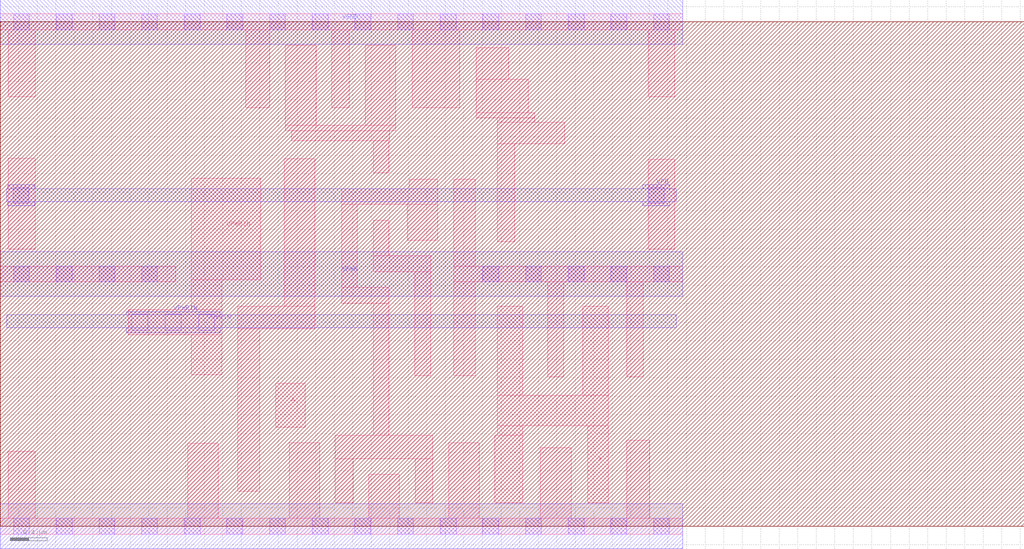
<source format=lef>
# Copyright 2020 The SkyWater PDK Authors
#
# Licensed under the Apache License, Version 2.0 (the "License");
# you may not use this file except in compliance with the License.
# You may obtain a copy of the License at
#
#     https://www.apache.org/licenses/LICENSE-2.0
#
# Unless required by applicable law or agreed to in writing, software
# distributed under the License is distributed on an "AS IS" BASIS,
# WITHOUT WARRANTIES OR CONDITIONS OF ANY KIND, either express or implied.
# See the License for the specific language governing permissions and
# limitations under the License.
#
# SPDX-License-Identifier: Apache-2.0

VERSION 5.7 ;

BUSBITCHARS "[]" ;
DIVIDERCHAR "/" ;

UNITS
  TIME NANOSECONDS 1 ;
  CAPACITANCE PICOFARADS 1 ;
  RESISTANCE OHMS 1 ;
  DATABASE MICRONS 1000 ;
END UNITS

MANUFACTURINGGRID 0.005 ;

# High density, single height
SITE unithd
  SYMMETRY Y ;
  CLASS CORE ;
  SIZE 0.46 BY 2.72 ;
END unithd

# High density, double height
SITE unithddbl
  SYMMETRY Y ;
  CLASS CORE ;
  SIZE 0.46 BY 5.44 ;
END unithddbl

LAYER li1
  TYPE ROUTING ;
  DIRECTION VERTICAL ;

  PITCH 0.46 0.34 ;
  OFFSET 0.23 0.17 ;

  WIDTH 0.17 ;          # LI 1
  # SPACING  0.17 ;     # LI 2
  SPACINGTABLE
     PARALLELRUNLENGTH 0
     WIDTH 0 0.17 ;
  AREA 0.0561 ;         # LI 6
  THICKNESS 0.1 ;
  RESISTANCE RPERSQ 12.2 ;

  ANTENNAMODEL OXIDE1 ;
  ANTENNADIFFSIDEAREARATIO PWL ( ( 0 75 ) ( 0.0125 75 ) ( 0.0225 85.125 ) ( 22.5 10200 ) ) ;
END li1

LAYER mcon
  TYPE CUT ;

  WIDTH 0.17 ;                # Mcon 1
  SPACING 0.19 ;              # Mcon 2
  ENCLOSURE BELOW 0 0 ;       # Mcon 4
  ENCLOSURE ABOVE 0.03 0.06 ; # Met1 4 / Met1 5

  ANTENNADIFFAREARATIO PWL ( ( 0 3 ) ( 0.0125 3 ) ( 0.0225 3.405 ) ( 22.5 408 ) ) ;
  DCCURRENTDENSITY AVERAGE 0.36 ; # mA per via Iavg_max at Tj = 90oC

END mcon

LAYER met1
  TYPE ROUTING ;
  DIRECTION HORIZONTAL ;

  PITCH 0.34 ;
  OFFSET 0.17 ;

  WIDTH 0.14 ;                     # Met1 1
  # SPACING 0.14 ;                 # Met1 2
  # SPACING 0.28 RANGE 3.001 100 ; # Met1 3b
  SPACINGTABLE
     PARALLELRUNLENGTH 0
     WIDTH 0 0.14
     WIDTH 3 0.28 ;
  AREA 0.083 ;                     # Met1 6
  THICKNESS 0.35 ;

  ANTENNAMODEL OXIDE1 ;
  ANTENNADIFFSIDEAREARATIO PWL ( ( 0 400 ) ( 0.0125 400 ) ( 0.0225 2609 ) ( 22.5 11600 ) ) ;

  EDGECAPACITANCE 1.79E-6 ;
  CAPACITANCE CPERSQDIST 25.8E-6 ;
  DCCURRENTDENSITY AVERAGE 2.8 ; # mA/um Iavg_max at Tj = 90oC
  ACCURRENTDENSITY RMS 6.1 ; # mA/um Irms_max at Tj = 90oC
  MAXIMUMDENSITY 70 ;
  DENSITYCHECKWINDOW 700 700 ;
  DENSITYCHECKSTEP 70 ;

  RESISTANCE RPERSQ 0.125 ;
END met1

LAYER via
  TYPE CUT ;
  WIDTH 0.15 ;                  # Via 1a
  SPACING 0.17 ;                # Via 2
  ENCLOSURE BELOW 0.055 0.085 ; # Via 4a / Via 5a
  ENCLOSURE ABOVE 0.055 0.085 ; # Met2 4 / Met2 5

  ANTENNADIFFAREARATIO PWL ( ( 0 6 ) ( 0.0125 6 ) ( 0.0225 6.81 ) ( 22.5 816 ) ) ;
  DCCURRENTDENSITY AVERAGE 0.29 ; # mA per via Iavg_max at Tj = 90oC
END via

LAYER met2
  TYPE ROUTING ;
  DIRECTION VERTICAL ;

  PITCH 0.46 ;
  OFFSET 0.23 ;

  WIDTH 0.14 ;                        # Met2 1
  # SPACING  0.14 ;                   # Met2 2
  # SPACING  0.28 RANGE 3.001 100 ;   # Met2 3b
  SPACINGTABLE
     PARALLELRUNLENGTH 0
     WIDTH 0 0.14
     WIDTH 3 0.28 ;
  AREA 0.0676 ;                       # Met2 6
  THICKNESS 0.35 ;

  CAPACITANCE CPERSQDIST 17.5E-6 ;
  RESISTANCE RPERSQ 0.125 ;
  DCCURRENTDENSITY AVERAGE 2.8 ; # mA/um Iavg_max at Tj = 90oC
  ACCURRENTDENSITY RMS 6.1 ; # mA/um Irms_max at Tj = 90oC

  ANTENNAMODEL OXIDE1 ;
  ANTENNADIFFSIDEAREARATIO PWL ( ( 0 400 ) ( 0.0125 400 ) ( 0.0225 2609 ) ( 22.5 11600 ) ) ;

  MAXIMUMDENSITY 70 ;
  DENSITYCHECKWINDOW 700 700 ;
  DENSITYCHECKSTEP 70 ;
END met2

# ******** Layer via2, type routing, number 44 **************
LAYER via2
  TYPE CUT ;
  WIDTH 0.2 ;                   # Via2 1
  SPACING 0.2 ;                 # Via2 2
  ENCLOSURE BELOW 0.04 0.085 ;  # Via2 4
  ENCLOSURE ABOVE 0.065 0.065 ; # Met3 4
  ANTENNADIFFAREARATIO PWL ( ( 0 6 ) ( 0.0125 6 ) ( 0.0225 6.81 ) ( 22.5 816 ) ) ;
  DCCURRENTDENSITY AVERAGE 0.48 ; # mA per via Iavg_max at Tj = 90oC
END via2

LAYER met3
  TYPE ROUTING ;
  DIRECTION HORIZONTAL ;

  PITCH 0.68 ;
  OFFSET 0.34 ;

  WIDTH 0.3 ;              # Met3 1
  # SPACING 0.3 ;          # Met3 2
  SPACINGTABLE
     PARALLELRUNLENGTH 0
     WIDTH 0 0.3
     WIDTH 3 0.4 ;
  AREA 0.24 ;              # Met3 6
  THICKNESS 0.8 ;

  EDGECAPACITANCE 1.86E-6 ;
  CAPACITANCE CPERSQDIST 12.6E-6 ;
  RESISTANCE RPERSQ 0.047 ;
  DCCURRENTDENSITY AVERAGE 6.8 ; # mA/um Iavg_max at Tj = 90oC
  ACCURRENTDENSITY RMS 14.9 ; # mA/um Irms_max at Tj = 90oC

  ANTENNAMODEL OXIDE1 ;
  ANTENNADIFFSIDEAREARATIO PWL ( ( 0 400 ) ( 0.0125 400 ) ( 0.0225 2609 ) ( 22.5 11600 ) ) ;

  MAXIMUMDENSITY 70 ;
  DENSITYCHECKWINDOW 700 700 ;
  DENSITYCHECKSTEP 70 ;
END met3

LAYER via3
  TYPE CUT ;
  WIDTH 0.2 ;                   # Via3 1
  SPACING 0.2 ;                 # Via3 2
  ENCLOSURE BELOW 0.06 0.09 ;   # Via3 4 / Via3 5
  ENCLOSURE ABOVE 0.065 0.065 ; # Met4 3
  ANTENNADIFFAREARATIO PWL ( ( 0 6 ) ( 0.0125 6 ) ( 0.0225 6.81 ) ( 22.5 816 ) ) ;
  DCCURRENTDENSITY AVERAGE 0.48 ; # mA per via Iavg_max at Tj = 90oC
END via3

LAYER met4
  TYPE ROUTING ;
  DIRECTION VERTICAL ;

  PITCH 0.92 ;
  OFFSET 0.46 ;

  WIDTH 0.3 ;             # Met4 1
  # SPACING  0.3 ;             # Met4 2
  SPACINGTABLE
     PARALLELRUNLENGTH 0
     WIDTH 0 0.3
     WIDTH 3 0.4 ;
  AREA 0.24 ;            # Met4 4a

  THICKNESS 0.8 ;

  EDGECAPACITANCE 1.29E-6 ;
  CAPACITANCE CPERSQDIST 8.67E-6 ;
  RESISTANCE RPERSQ 0.047 ;
  DCCURRENTDENSITY AVERAGE 6.8 ; # mA/um Iavg_max at Tj = 90oC
  ACCURRENTDENSITY RMS 14.9 ; # mA/um Irms_max at Tj = 90oC

  ANTENNAMODEL OXIDE1 ;
  ANTENNADIFFSIDEAREARATIO PWL ( ( 0 400 ) ( 0.0125 400 ) ( 0.0225 2609 ) ( 22.5 11600 ) ) ;

  MAXIMUMDENSITY 70 ;
  DENSITYCHECKWINDOW 700 700 ;
  DENSITYCHECKSTEP 70 ;
END met4

LAYER via4
  TYPE CUT ;

  WIDTH 0.8 ;                 # Via4 1
  SPACING 0.8 ;               # Via4 2
  ENCLOSURE BELOW 0.19 0.19 ; # Via4 4
  ENCLOSURE ABOVE 0.31 0.31 ; # Met5 3
  ANTENNADIFFAREARATIO PWL ( ( 0 6 ) ( 0.0125 6 ) ( 0.0225 6.81 ) ( 22.5 816 ) ) ;
  DCCURRENTDENSITY AVERAGE 2.49 ; # mA per via Iavg_max at Tj = 90oC
END via4

LAYER met5
  TYPE ROUTING ;
  DIRECTION HORIZONTAL ;

  PITCH 3.4 ;
  OFFSET 1.7 ;

  WIDTH 1.6 ;            # Met5 1
  #SPACING  1.6 ;        # Met5 2
  SPACINGTABLE
     PARALLELRUNLENGTH 0
     WIDTH 0 1.6 ;
  AREA 4 ;               # Met5 4

  THICKNESS 1.2 ;

  EDGECAPACITANCE 4.96E-6 ;
  CAPACITANCE CPERSQDIST 6.48E-6 ;
  RESISTANCE RPERSQ 0.0285 ;
  DCCURRENTDENSITY AVERAGE 10.17 ; # mA/um Iavg_max at Tj = 90oC
  ACCURRENTDENSITY RMS 22.34 ; # mA/um Irms_max at Tj = 90oC

  ANTENNAMODEL OXIDE1 ;
  ANTENNADIFFSIDEAREARATIO PWL ( ( 0 400 ) ( 0.0125 400 ) ( 0.0225 2609 ) ( 22.5 11600 ) ) ;
END met5


### Routing via cells section   ###
# Plus via rule, metals are along the prefered direction
VIA L1M1_PR DEFAULT
  LAYER mcon ;
  RECT -0.085 -0.085 0.085 0.085 ;
  LAYER li1 ;
  RECT -0.085 -0.085 0.085 0.085 ;
  LAYER met1 ;
  RECT -0.145 -0.115 0.145 0.115 ;
END L1M1_PR

VIARULE L1M1_PR GENERATE
  LAYER li1 ;
  ENCLOSURE 0 0 ;
  LAYER met1 ;
  ENCLOSURE 0.06 0.03 ;
  LAYER mcon ;
  RECT -0.085 -0.085 0.085 0.085 ;
  SPACING 0.36 BY 0.36 ;
END L1M1_PR

# Plus via rule, metals are along the non prefered direction
VIA L1M1_PR_R DEFAULT
  LAYER mcon ;
  RECT -0.085 -0.085 0.085 0.085 ;
  LAYER li1 ;
  RECT -0.085 -0.085 0.085 0.085 ;
  LAYER met1 ;
  RECT -0.115 -0.145 0.115 0.145 ;
END L1M1_PR_R

VIARULE L1M1_PR_R GENERATE
  LAYER li1 ;
  ENCLOSURE 0 0 ;
  LAYER met1 ;
  ENCLOSURE 0.03 0.06 ;
  LAYER mcon ;
  RECT -0.085 -0.085 0.085 0.085 ;
  SPACING 0.36 BY 0.36 ;
END L1M1_PR_R

# Minus via rule, lower layer metal is along prefered direction
VIA L1M1_PR_M DEFAULT
  LAYER mcon ;
  RECT -0.085 -0.085 0.085 0.085 ;
  LAYER li1 ;
  RECT -0.085 -0.085 0.085 0.085 ;
  LAYER met1 ;
  RECT -0.115 -0.145 0.115 0.145 ;
END L1M1_PR_M

VIARULE L1M1_PR_M GENERATE
  LAYER li1 ;
  ENCLOSURE 0 0 ;
  LAYER met1 ;
  ENCLOSURE 0.03 0.06 ;
  LAYER mcon ;
  RECT -0.085 -0.085 0.085 0.085 ;
  SPACING 0.36 BY 0.36 ;
END L1M1_PR_M

# Minus via rule, upper layer metal is along prefered direction
VIA L1M1_PR_MR DEFAULT
  LAYER mcon ;
  RECT -0.085 -0.085 0.085 0.085 ;
  LAYER li1 ;
  RECT -0.085 -0.085 0.085 0.085 ;
  LAYER met1 ;
  RECT -0.145 -0.115 0.145 0.115 ;
END L1M1_PR_MR

VIARULE L1M1_PR_MR GENERATE
  LAYER li1 ;
  ENCLOSURE 0 0 ;
  LAYER met1 ;
  ENCLOSURE 0.06 0.03 ;
  LAYER mcon ;
  RECT -0.085 -0.085 0.085 0.085 ;
  SPACING 0.36 BY 0.36 ;
END L1M1_PR_MR

# Centered via rule, we really do not want to use it
VIA L1M1_PR_C DEFAULT
  LAYER mcon ;
  RECT -0.085 -0.085 0.085 0.085 ;
  LAYER li1 ;
  RECT -0.085 -0.085 0.085 0.085 ;
  LAYER met1 ;
  RECT -0.145 -0.145 0.145 0.145 ;
END L1M1_PR_C

VIARULE L1M1_PR_C GENERATE
  LAYER li1 ;
  ENCLOSURE 0 0 ;
  LAYER met1 ;
  ENCLOSURE 0.06 0.06 ;
  LAYER mcon ;
  RECT -0.085 -0.085 0.085 0.085 ;
  SPACING 0.36 BY 0.36 ;
END L1M1_PR_C

# Plus via rule, metals are along the prefered direction
VIA M1M2_PR DEFAULT
  LAYER via ;
  RECT -0.075 -0.075 0.075 0.075 ;
  LAYER met1 ;
  RECT -0.16 -0.13 0.16 0.13 ;
  LAYER met2 ;
  RECT -0.13 -0.16 0.13 0.16 ;
END M1M2_PR

VIARULE M1M2_PR GENERATE
  LAYER met1 ;
  ENCLOSURE 0.085 0.055 ;
  LAYER met2 ;
  ENCLOSURE 0.055 0.085 ;
  LAYER via ;
  RECT -0.075 -0.075 0.075 0.075 ;
  SPACING 0.32 BY 0.32 ;
END M1M2_PR

# Plus via rule, metals are along the non prefered direction
VIA M1M2_PR_R DEFAULT
  LAYER via ;
  RECT -0.075 -0.075 0.075 0.075 ;
  LAYER met1 ;
  RECT -0.13 -0.16 0.13 0.16 ;
  LAYER met2 ;
  RECT -0.16 -0.13 0.16 0.13 ;
END M1M2_PR_R

VIARULE M1M2_PR_R GENERATE
  LAYER met1 ;
  ENCLOSURE 0.055 0.085 ;
  LAYER met2 ;
  ENCLOSURE 0.085 0.055 ;
  LAYER via ;
  RECT -0.075 -0.075 0.075 0.075 ;
  SPACING 0.32 BY 0.32 ;
END M1M2_PR_R

# Minus via rule, lower layer metal is along prefered direction
VIA M1M2_PR_M DEFAULT
  LAYER via ;
  RECT -0.075 -0.075 0.075 0.075 ;
  LAYER met1 ;
  RECT -0.16 -0.13 0.16 0.13 ;
  LAYER met2 ;
  RECT -0.16 -0.13 0.16 0.13 ;
END M1M2_PR_M

VIARULE M1M2_PR_M GENERATE
  LAYER met1 ;
  ENCLOSURE 0.085 0.055 ;
  LAYER met2 ;
  ENCLOSURE 0.085 0.055 ;
  LAYER via ;
  RECT -0.075 -0.075 0.075 0.075 ;
  SPACING 0.32 BY 0.32 ;
END M1M2_PR_M

# Minus via rule, upper layer metal is along prefered direction
VIA M1M2_PR_MR DEFAULT
  LAYER via ;
  RECT -0.075 -0.075 0.075 0.075 ;
  LAYER met1 ;
  RECT -0.13 -0.16 0.13 0.16 ;
  LAYER met2 ;
  RECT -0.13 -0.16 0.13 0.16 ;
END M1M2_PR_MR

VIARULE M1M2_PR_MR GENERATE
  LAYER met1 ;
  ENCLOSURE 0.055 0.085 ;
  LAYER met2 ;
  ENCLOSURE 0.055 0.085 ;
  LAYER via ;
  RECT -0.075 -0.075 0.075 0.075 ;
  SPACING 0.32 BY 0.32 ;
END M1M2_PR_MR

# Centered via rule, we really do not want to use it
VIA M1M2_PR_C DEFAULT
  LAYER via ;
  RECT -0.075 -0.075 0.075 0.075 ;
  LAYER met1 ;
  RECT -0.16 -0.16 0.16 0.16 ;
  LAYER met2 ;
  RECT -0.16 -0.16 0.16 0.16 ;
END M1M2_PR_C

VIARULE M1M2_PR_C GENERATE
  LAYER met1 ;
  ENCLOSURE 0.085 0.085 ;
  LAYER met2 ;
  ENCLOSURE 0.085 0.085 ;
  LAYER via ;
  RECT -0.075 -0.075 0.075 0.075 ;
  SPACING 0.32 BY 0.32 ;
END M1M2_PR_C

# Plus via rule, metals are along the prefered direction
VIA M2M3_PR DEFAULT
  LAYER via2 ;
  RECT -0.1 -0.1 0.1 0.1 ;
  LAYER met2 ;
  RECT -0.14 -0.185 0.14 0.185 ;
  LAYER met3 ;
  RECT -0.165 -0.165 0.165 0.165 ;
END M2M3_PR

VIARULE M2M3_PR GENERATE
  LAYER met2 ;
  ENCLOSURE 0.04 0.085 ;
  LAYER met3 ;
  ENCLOSURE 0.065 0.065 ;
  LAYER via2 ;
  RECT -0.1 -0.1 0.1 0.1 ;
  SPACING 0.4 BY 0.4 ;
END M2M3_PR

# Plus via rule, metals are along the non prefered direction
VIA M2M3_PR_R DEFAULT
  LAYER via2 ;
  RECT -0.1 -0.1 0.1 0.1 ;
  LAYER met2 ;
  RECT -0.185 -0.14 0.185 0.14 ;
  LAYER met3 ;
  RECT -0.165 -0.165 0.165 0.165 ;
END M2M3_PR_R

VIARULE M2M3_PR_R GENERATE
  LAYER met2 ;
  ENCLOSURE 0.085 0.04 ;
  LAYER met3 ;
  ENCLOSURE 0.065 0.065 ;
  LAYER via2 ;
  RECT -0.1 -0.1 0.1 0.1 ;
  SPACING 0.4 BY 0.4 ;
END M2M3_PR_R

# Minus via rule, lower layer metal is along prefered direction
VIA M2M3_PR_M DEFAULT
  LAYER via2 ;
  RECT -0.1 -0.1 0.1 0.1 ;
  LAYER met2 ;
  RECT -0.14 -0.185 0.14 0.185 ;
  LAYER met3 ;
  RECT -0.165 -0.165 0.165 0.165 ;
END M2M3_PR_M

VIARULE M2M3_PR_M GENERATE
  LAYER met2 ;
  ENCLOSURE 0.04 0.085 ;
  LAYER met3 ;
  ENCLOSURE 0.065 0.065 ;
  LAYER via2 ;
  RECT -0.1 -0.1 0.1 0.1 ;
  SPACING 0.4 BY 0.4 ;
END M2M3_PR_M

# Minus via rule, upper layer metal is along prefered direction
VIA M2M3_PR_MR DEFAULT
  LAYER via2 ;
  RECT -0.1 -0.1 0.1 0.1 ;
  LAYER met2 ;
  RECT -0.185 -0.14 0.185 0.14 ;
  LAYER met3 ;
  RECT -0.165 -0.165 0.165 0.165 ;
END M2M3_PR_MR

VIARULE M2M3_PR_MR GENERATE
  LAYER met2 ;
  ENCLOSURE 0.085 0.04 ;
  LAYER met3 ;
  ENCLOSURE 0.065 0.065 ;
  LAYER via2 ;
  RECT -0.1 -0.1 0.1 0.1 ;
  SPACING 0.4 BY 0.4 ;
END M2M3_PR_MR

# Centered via rule, we really do not want to use it
VIA M2M3_PR_C DEFAULT
  LAYER via2 ;
  RECT -0.1 -0.1 0.1 0.1 ;
  LAYER met2 ;
  RECT -0.185 -0.185 0.185 0.185 ;
  LAYER met3 ;
  RECT -0.165 -0.165 0.165 0.165 ;
END M2M3_PR_C

VIARULE M2M3_PR_C GENERATE
  LAYER met2 ;
  ENCLOSURE 0.085 0.085 ;
  LAYER met3 ;
  ENCLOSURE 0.065 0.065 ;
  LAYER via2 ;
  RECT -0.1 -0.1 0.1 0.1 ;
  SPACING 0.4 BY 0.4 ;
END M2M3_PR_C

# Plus via rule, metals are along the prefered direction
VIA M3M4_PR DEFAULT
  LAYER via3 ;
  RECT -0.1 -0.1 0.1 0.1 ;
  LAYER met3 ;
  RECT -0.19 -0.16 0.19 0.16 ;
  LAYER met4 ;
  RECT -0.165 -0.165 0.165 0.165 ;
END M3M4_PR

VIARULE M3M4_PR GENERATE
  LAYER met3 ;
  ENCLOSURE 0.09 0.06 ;
  LAYER met4 ;
  ENCLOSURE 0.065 0.065 ;
  LAYER via3 ;
  RECT -0.1 -0.1 0.1 0.1 ;
  SPACING 0.4 BY 0.4 ;
END M3M4_PR

# Plus via rule, metals are along the non prefered direction
VIA M3M4_PR_R DEFAULT
  LAYER via3 ;
  RECT -0.1 -0.1 0.1 0.1 ;
  LAYER met3 ;
  RECT -0.16 -0.19 0.16 0.19 ;
  LAYER met4 ;
  RECT -0.165 -0.165 0.165 0.165 ;
END M3M4_PR_R

VIARULE M3M4_PR_R GENERATE
  LAYER met3 ;
  ENCLOSURE 0.06 0.09 ;
  LAYER met4 ;
  ENCLOSURE 0.065 0.065 ;
  LAYER via3 ;
  RECT -0.1 -0.1 0.1 0.1 ;
  SPACING 0.4 BY 0.4 ;
END M3M4_PR_R

# Minus via rule, lower layer metal is along prefered direction
VIA M3M4_PR_M DEFAULT
  LAYER via3 ;
  RECT -0.1 -0.1 0.1 0.1 ;
  LAYER met3 ;
  RECT -0.19 -0.16 0.19 0.16 ;
  LAYER met4 ;
  RECT -0.165 -0.165 0.165 0.165 ;
END M3M4_PR_M

VIARULE M3M4_PR_M GENERATE
  LAYER met3 ;
  ENCLOSURE 0.09 0.06 ;
  LAYER met4 ;
  ENCLOSURE 0.065 0.065 ;
  LAYER via3 ;
  RECT -0.1 -0.1 0.1 0.1 ;
  SPACING 0.4 BY 0.4 ;
END M3M4_PR_M

# Minus via rule, upper layer metal is along prefered direction
VIA M3M4_PR_MR DEFAULT
  LAYER via3 ;
  RECT -0.1 -0.1 0.1 0.1 ;
  LAYER met3 ;
  RECT -0.16 -0.19 0.16 0.19 ;
  LAYER met4 ;
  RECT -0.165 -0.165 0.165 0.165 ;
END M3M4_PR_MR

VIARULE M3M4_PR_MR GENERATE
  LAYER met3 ;
  ENCLOSURE 0.06 0.09 ;
  LAYER met4 ;
  ENCLOSURE 0.065 0.065 ;
  LAYER via3 ;
  RECT -0.1 -0.1 0.1 0.1 ;
  SPACING 0.4 BY 0.4 ;
END M3M4_PR_MR

# Centered via rule, we really do not want to use it
VIA M3M4_PR_C DEFAULT
  LAYER via3 ;
  RECT -0.1 -0.1 0.1 0.1 ;
  LAYER met3 ;
  RECT -0.19 -0.19 0.19 0.19 ;
  LAYER met4 ;
  RECT -0.165 -0.165 0.165 0.165 ;
END M3M4_PR_C

VIARULE M3M4_PR_C GENERATE
  LAYER met3 ;
  ENCLOSURE 0.09 0.09 ;
  LAYER met4 ;
  ENCLOSURE 0.065 0.065 ;
  LAYER via3 ;
  RECT -0.1 -0.1 0.1 0.1 ;
  SPACING 0.4 BY 0.4 ;
END M3M4_PR_C

# Plus via rule, metals are along the prefered direction
VIA M4M5_PR DEFAULT
  LAYER via4 ;
  RECT -0.4 -0.4 0.4 0.4 ;
  LAYER met4 ;
  RECT -0.59 -0.59 0.59 0.59 ;
  LAYER met5 ;
  RECT -0.71 -0.71 0.71 0.71 ;
END M4M5_PR

VIARULE M4M5_PR GENERATE
  LAYER met4 ;
  ENCLOSURE 0.19 0.19 ;
  LAYER met5 ;
  ENCLOSURE 0.31 0.31 ;
  LAYER via4 ;
  RECT -0.4 -0.4 0.4 0.4 ;
  SPACING 1.6 BY 1.6 ;
END M4M5_PR

# Plus via rule, metals are along the non prefered direction
VIA M4M5_PR_R DEFAULT
  LAYER via4 ;
  RECT -0.4 -0.4 0.4 0.4 ;
  LAYER met4 ;
  RECT -0.59 -0.59 0.59 0.59 ;
  LAYER met5 ;
  RECT -0.71 -0.71 0.71 0.71 ;
END M4M5_PR_R

VIARULE M4M5_PR_R GENERATE
  LAYER met4 ;
  ENCLOSURE 0.19 0.19 ;
  LAYER met5 ;
  ENCLOSURE 0.31 0.31 ;
  LAYER via4 ;
  RECT -0.4 -0.4 0.4 0.4 ;
  SPACING 1.6 BY 1.6 ;
END M4M5_PR_R

# Minus via rule, lower layer metal is along prefered direction
VIA M4M5_PR_M DEFAULT
  LAYER via4 ;
  RECT -0.4 -0.4 0.4 0.4 ;
  LAYER met4 ;
  RECT -0.59 -0.59 0.59 0.59 ;
  LAYER met5 ;
  RECT -0.71 -0.71 0.71 0.71 ;
END M4M5_PR_M

VIARULE M4M5_PR_M GENERATE
  LAYER met4 ;
  ENCLOSURE 0.19 0.19 ;
  LAYER met5 ;
  ENCLOSURE 0.31 0.31 ;
  LAYER via4 ;
  RECT -0.4 -0.4 0.4 0.4 ;
  SPACING 1.6 BY 1.6 ;
END M4M5_PR_M

# Minus via rule, upper layer metal is along prefered direction
VIA M4M5_PR_MR DEFAULT
  LAYER via4 ;
  RECT -0.4 -0.4 0.4 0.4 ;
  LAYER met4 ;
  RECT -0.59 -0.59 0.59 0.59 ;
  LAYER met5 ;
  RECT -0.71 -0.71 0.71 0.71 ;
END M4M5_PR_MR

VIARULE M4M5_PR_MR GENERATE
  LAYER met4 ;
  ENCLOSURE 0.19 0.19 ;
  LAYER met5 ;
  ENCLOSURE 0.31 0.31 ;
  LAYER via4 ;
  RECT -0.4 -0.4 0.4 0.4 ;
  SPACING 1.6 BY 1.6 ;
END M4M5_PR_MR

# Centered via rule, we really do not want to use it
VIA M4M5_PR_C DEFAULT
  LAYER via4 ;
  RECT -0.4 -0.4 0.4 0.4 ;
  LAYER met4 ;
  RECT -0.59 -0.59 0.59 0.59 ;
  LAYER met5 ;
  RECT -0.71 -0.71 0.71 0.71 ;
END M4M5_PR_C

VIARULE M4M5_PR_C GENERATE
  LAYER met4 ;
  ENCLOSURE 0.19 0.19 ;
  LAYER met5 ;
  ENCLOSURE 0.31 0.31 ;
  LAYER via4 ;
  RECT -0.4 -0.4 0.4 0.4 ;
  SPACING 1.6 BY 1.6 ;
END M4M5_PR_C
###  end of single via cells   ###



MACRO sky130_fd_sc_hd__o31ai_2
  CLASS CORE ;
  FOREIGN sky130_fd_sc_hd__o31ai_2 ;
  ORIGIN  0.000000  0.000000 ;
  SIZE 8.28 BY 2.72 ;
  SYMMETRY X Y R90 ;
  SITE unithd ;
  PIN A1
    ANTENNAGATEAREA  0.495000 ;
    DIRECTION INPUT ;
    USE SIGNAL ;
    PORT
      LAYER li1 ;
        RECT 0.09 1.055 1.24 1.325 ;
    END
  END A1
  PIN A2
    ANTENNAGATEAREA  0.495000 ;
    DIRECTION INPUT ;
    USE SIGNAL ;
    PORT
      LAYER li1 ;
        RECT 1.41 1.055 2.22 1.325 ;
    END
  END A2
  PIN A3
    ANTENNAGATEAREA  0.495000 ;
    DIRECTION INPUT ;
    USE SIGNAL ;
    PORT
      LAYER li1 ;
        RECT 2.39 1.055 3.205 1.325 ;
    END
  END A3
  PIN B1
    ANTENNAGATEAREA  0.495000 ;
    DIRECTION INPUT ;
    USE SIGNAL ;
    PORT
      LAYER li1 ;
        RECT 4.175 0.755 4.515 1.325 ;
    END
  END B1
  PIN Y
    ANTENNADIFFAREA  1.063500 ;
    DIRECTION OUTPUT ;
    USE SIGNAL ;
    PORT
      LAYER li1 ;
        RECT 2.335 1.495 4.515 1.665 ;
        RECT 2.335 1.665 2.665 2.125 ;
        RECT 3.175 1.665 3.505 2.465 ;
        RECT 3.675 0.595 4.005 1.495 ;
        RECT 4.175 1.665 4.515 2.465 ;
    END
  END Y
  PIN VGND
    DIRECTION INOUT ;
    SHAPE ABUTMENT ;
    USE GROUND ;
    PORT
      LAYER met1 ;
        RECT 0 -0.24 4.6 0.24 ;
    END
  END VGND
  PIN VPWR
    DIRECTION INOUT ;
    SHAPE ABUTMENT ;
    USE POWER ;
    PORT
      LAYER met1 ;
        RECT 0 2.48 4.6 2.96 ;
    END
  END VPWR
  OBS
    LAYER li1 ;
      RECT 0 -0.085 4.6 0.085 ;
      RECT 0 2.635 4.6 2.805 ;
      RECT 0.09 0.255 0.445 0.715 ;
      RECT 0.09 0.715 3.505 0.885 ;
      RECT 0.09 1.495 2.125 1.665 ;
      RECT 0.09 1.665 0.445 2.465 ;
      RECT 0.615 0.085 0.785 0.545 ;
      RECT 0.615 1.835 0.785 2.635 ;
      RECT 0.955 0.255 1.285 0.715 ;
      RECT 0.955 1.665 1.285 2.465 ;
      RECT 1.455 0.085 1.965 0.545 ;
      RECT 1.455 1.835 1.625 2.295 ;
      RECT 1.455 2.295 3.005 2.465 ;
      RECT 1.795 1.665 2.125 2.125 ;
      RECT 2.175 0.255 2.505 0.715 ;
      RECT 2.675 0.085 3.005 0.545 ;
      RECT 2.835 1.835 3.005 2.295 ;
      RECT 3.175 0.255 4.515 0.425 ;
      RECT 3.175 0.425 3.505 0.715 ;
      RECT 3.675 1.835 4.005 2.635 ;
      RECT 4.175 0.425 4.515 0.585 ;
    LAYER mcon ;
      RECT 0.145 -0.085 0.315 0.085 ;
      RECT 0.145 2.635 0.315 2.805 ;
      RECT 0.605 -0.085 0.775 0.085 ;
      RECT 0.605 2.635 0.775 2.805 ;
      RECT 1.065 -0.085 1.235 0.085 ;
      RECT 1.065 2.635 1.235 2.805 ;
      RECT 1.525 -0.085 1.695 0.085 ;
      RECT 1.525 2.635 1.695 2.805 ;
      RECT 1.985 -0.085 2.155 0.085 ;
      RECT 1.985 2.635 2.155 2.805 ;
      RECT 2.445 -0.085 2.615 0.085 ;
      RECT 2.445 2.635 2.615 2.805 ;
      RECT 2.905 -0.085 3.075 0.085 ;
      RECT 2.905 2.635 3.075 2.805 ;
      RECT 3.365 -0.085 3.535 0.085 ;
      RECT 3.365 2.635 3.535 2.805 ;
      RECT 3.825 -0.085 3.995 0.085 ;
      RECT 3.825 2.635 3.995 2.805 ;
      RECT 4.285 -0.085 4.455 0.085 ;
      RECT 4.285 2.635 4.455 2.805 ;
  END
END sky130_fd_sc_hd__o31ai_2
MACRO sky130_fd_sc_hd__a221oi_4
  CLASS CORE ;
  FOREIGN sky130_fd_sc_hd__a221oi_4 ;
  ORIGIN  0.000000  0.000000 ;
  SIZE 13.34 BY 2.72 ;
  SYMMETRY X Y R90 ;
  SITE unithd ;
  PIN A1
    ANTENNAGATEAREA  0.990000 ;
    DIRECTION INPUT ;
    USE SIGNAL ;
    PORT
      LAYER li1 ;
        RECT 6.475 1.075 7.885 1.275 ;
    END
  END A1
  PIN A2
    ANTENNAGATEAREA  0.990000 ;
    DIRECTION INPUT ;
    USE SIGNAL ;
    PORT
      LAYER li1 ;
        RECT 5.965 1.075 6.295 1.445 ;
        RECT 5.965 1.445 8.265 1.615 ;
        RECT 8.095 1.075 9.575 1.275 ;
        RECT 8.095 1.275 8.265 1.445 ;
    END
  END A2
  PIN B1
    ANTENNAGATEAREA  0.990000 ;
    DIRECTION INPUT ;
    USE SIGNAL ;
    PORT
      LAYER li1 ;
        RECT 3.935 0.995 5.285 1.275 ;
    END
  END B1
  PIN B2
    ANTENNAGATEAREA  0.990000 ;
    DIRECTION INPUT ;
    USE SIGNAL ;
    PORT
      LAYER li1 ;
        RECT 3.415 0.995 3.765 1.325 ;
        RECT 3.595 1.325 3.765 1.445 ;
        RECT 3.595 1.445 5.795 1.615 ;
        RECT 5.465 1.075 5.795 1.445 ;
    END
  END B2
  PIN C1
    ANTENNAGATEAREA  0.990000 ;
    DIRECTION INPUT ;
    USE SIGNAL ;
    PORT
      LAYER li1 ;
        RECT 0.09 1.075 1.335 1.275 ;
    END
  END C1
  PIN Y
    ANTENNADIFFAREA  1.593000 ;
    DIRECTION OUTPUT ;
    USE SIGNAL ;
    PORT
      LAYER li1 ;
        RECT 0.535 0.255 0.865 0.725 ;
        RECT 0.535 0.725 1.705 0.905 ;
        RECT 0.575 1.445 1.705 1.615 ;
        RECT 0.575 1.615 0.825 2.125 ;
        RECT 1.375 0.255 1.705 0.725 ;
        RECT 1.415 1.615 1.665 2.125 ;
        RECT 1.505 0.905 1.705 1.095 ;
        RECT 1.505 1.095 3.245 1.275 ;
        RECT 1.505 1.275 1.705 1.445 ;
        RECT 3.075 0.645 5.68 0.735 ;
        RECT 3.075 0.735 7.765 0.82 ;
        RECT 3.075 0.82 3.245 1.095 ;
        RECT 5.51 0.82 6.46 0.905 ;
        RECT 6.29 0.645 7.765 0.735 ;
    END
  END Y
  PIN VGND
    DIRECTION INOUT ;
    SHAPE ABUTMENT ;
    USE GROUND ;
    PORT
      LAYER met1 ;
        RECT 0 -0.24 9.66 0.24 ;
    END
  END VGND
  PIN VPWR
    DIRECTION INOUT ;
    SHAPE ABUTMENT ;
    USE POWER ;
    PORT
      LAYER met1 ;
        RECT 0 2.48 9.66 2.96 ;
    END
  END VPWR
  OBS
    LAYER li1 ;
      RECT 0 -0.085 9.66 0.085 ;
      RECT 0 2.635 9.66 2.805 ;
      RECT 0.09 1.445 0.405 2.295 ;
      RECT 0.09 2.295 2.125 2.465 ;
      RECT 0.115 0.085 0.365 0.895 ;
      RECT 0.995 1.785 1.245 2.295 ;
      RECT 1.035 0.085 1.205 0.555 ;
      RECT 1.875 0.085 2.045 0.645 ;
      RECT 1.875 0.645 2.905 0.925 ;
      RECT 1.875 1.445 3.03 1.615 ;
      RECT 1.875 1.615 2.125 2.295 ;
      RECT 2.235 0.255 5.585 0.425 ;
      RECT 2.235 0.425 2.61 0.475 ;
      RECT 2.315 1.795 2.565 2.215 ;
      RECT 2.315 2.215 6.005 2.465 ;
      RECT 2.735 0.595 2.905 0.645 ;
      RECT 2.735 1.615 3.03 1.835 ;
      RECT 2.735 1.835 5.585 2.045 ;
      RECT 3.035 0.425 5.585 0.475 ;
      RECT 5.755 1.785 8.605 2.045 ;
      RECT 5.755 2.045 6.005 2.215 ;
      RECT 5.835 0.085 6.005 0.555 ;
      RECT 6.175 0.255 8.185 0.475 ;
      RECT 6.175 2.215 8.185 2.635 ;
      RECT 7.935 0.475 8.185 0.725 ;
      RECT 7.935 0.725 9.025 0.905 ;
      RECT 8.355 0.085 8.525 0.555 ;
      RECT 8.355 2.045 8.525 2.465 ;
      RECT 8.435 1.445 9.405 1.615 ;
      RECT 8.435 1.615 8.605 1.785 ;
      RECT 8.695 0.255 9.025 0.725 ;
      RECT 8.775 1.795 8.945 2.635 ;
      RECT 9.155 1.615 9.405 2.465 ;
      RECT 9.195 0.085 9.365 0.905 ;
    LAYER mcon ;
      RECT 0.145 -0.085 0.315 0.085 ;
      RECT 0.145 2.635 0.315 2.805 ;
      RECT 0.605 -0.085 0.775 0.085 ;
      RECT 0.605 2.635 0.775 2.805 ;
      RECT 1.065 -0.085 1.235 0.085 ;
      RECT 1.065 2.635 1.235 2.805 ;
      RECT 1.525 -0.085 1.695 0.085 ;
      RECT 1.525 2.635 1.695 2.805 ;
      RECT 1.985 -0.085 2.155 0.085 ;
      RECT 1.985 2.635 2.155 2.805 ;
      RECT 2.445 -0.085 2.615 0.085 ;
      RECT 2.445 2.635 2.615 2.805 ;
      RECT 2.905 -0.085 3.075 0.085 ;
      RECT 2.905 2.635 3.075 2.805 ;
      RECT 3.365 -0.085 3.535 0.085 ;
      RECT 3.365 2.635 3.535 2.805 ;
      RECT 3.825 -0.085 3.995 0.085 ;
      RECT 3.825 2.635 3.995 2.805 ;
      RECT 4.285 -0.085 4.455 0.085 ;
      RECT 4.285 2.635 4.455 2.805 ;
      RECT 4.745 -0.085 4.915 0.085 ;
      RECT 4.745 2.635 4.915 2.805 ;
      RECT 5.205 -0.085 5.375 0.085 ;
      RECT 5.205 2.635 5.375 2.805 ;
      RECT 5.665 -0.085 5.835 0.085 ;
      RECT 5.665 2.635 5.835 2.805 ;
      RECT 6.125 -0.085 6.295 0.085 ;
      RECT 6.125 2.635 6.295 2.805 ;
      RECT 6.585 -0.085 6.755 0.085 ;
      RECT 6.585 2.635 6.755 2.805 ;
      RECT 7.045 -0.085 7.215 0.085 ;
      RECT 7.045 2.635 7.215 2.805 ;
      RECT 7.505 -0.085 7.675 0.085 ;
      RECT 7.505 2.635 7.675 2.805 ;
      RECT 7.965 -0.085 8.135 0.085 ;
      RECT 7.965 2.635 8.135 2.805 ;
      RECT 8.425 -0.085 8.595 0.085 ;
      RECT 8.425 2.635 8.595 2.805 ;
      RECT 8.885 -0.085 9.055 0.085 ;
      RECT 8.885 2.635 9.055 2.805 ;
      RECT 9.345 -0.085 9.515 0.085 ;
      RECT 9.345 2.635 9.515 2.805 ;
  END
END sky130_fd_sc_hd__a221oi_4
MACRO sky130_fd_sc_hd__clkdlybuf4s50_2
  CLASS CORE ;
  FOREIGN sky130_fd_sc_hd__clkdlybuf4s50_2 ;
  ORIGIN  0.000000  0.000000 ;
  SIZE 7.82 BY 2.72 ;
  SYMMETRY X Y R90 ;
  SITE unithd ;
  PIN A
    ANTENNAGATEAREA  0.213000 ;
    DIRECTION INPUT ;
    USE SIGNAL ;
    PORT
      LAYER li1 ;
        RECT 0.085 1.075 0.48 1.285 ;
    END
  END A
  PIN X
    ANTENNADIFFAREA  0.390500 ;
    DIRECTION OUTPUT ;
    USE SIGNAL ;
    PORT
      LAYER li1 ;
        RECT 3.185 0.27 3.625 0.64 ;
        RECT 3.185 1.53 3.625 2.465 ;
        RECT 3.345 0.64 3.625 1.53 ;
    END
  END X
  PIN VGND
    DIRECTION INOUT ;
    SHAPE ABUTMENT ;
    USE GROUND ;
    PORT
      LAYER met1 ;
        RECT 0 -0.24 4.14 0.24 ;
    END
  END VGND
  PIN VPWR
    DIRECTION INOUT ;
    SHAPE ABUTMENT ;
    USE POWER ;
    PORT
      LAYER met1 ;
        RECT 0 2.48 4.14 2.96 ;
    END
  END VPWR
  OBS
    LAYER li1 ;
      RECT 0 -0.085 4.14 0.085 ;
      RECT 0 2.635 4.14 2.805 ;
      RECT 0.085 0.27 0.415 0.735 ;
      RECT 0.085 0.735 1.27 0.905 ;
      RECT 0.085 1.455 1.27 1.63 ;
      RECT 0.085 1.63 0.43 2.465 ;
      RECT 0.585 0.085 0.915 0.565 ;
      RECT 0.6 1.8 0.93 2.635 ;
      RECT 0.765 1.075 1.435 1.245 ;
      RECT 0.85 0.905 1.27 1.075 ;
      RECT 0.85 1.245 1.27 1.455 ;
      RECT 1.39 1.785 1.795 2.465 ;
      RECT 1.44 0.27 1.795 0.9 ;
      RECT 1.625 0.9 1.795 1.075 ;
      RECT 1.625 1.075 2.305 1.245 ;
      RECT 1.625 1.245 1.795 1.785 ;
      RECT 1.985 0.27 2.235 0.735 ;
      RECT 1.985 0.735 2.645 0.905 ;
      RECT 1.985 1.46 2.645 1.63 ;
      RECT 1.985 1.63 2.235 2.465 ;
      RECT 2.475 0.905 2.645 0.995 ;
      RECT 2.475 0.995 3.175 1.325 ;
      RECT 2.475 1.325 2.645 1.46 ;
      RECT 2.685 0.085 3.015 0.565 ;
      RECT 2.685 1.8 3.015 2.635 ;
      RECT 3.795 0.085 4.055 0.635 ;
      RECT 3.795 1.8 4.055 2.635 ;
    LAYER mcon ;
      RECT 0.145 -0.085 0.315 0.085 ;
      RECT 0.145 2.635 0.315 2.805 ;
      RECT 0.605 -0.085 0.775 0.085 ;
      RECT 0.605 2.635 0.775 2.805 ;
      RECT 1.065 -0.085 1.235 0.085 ;
      RECT 1.065 2.635 1.235 2.805 ;
      RECT 1.525 -0.085 1.695 0.085 ;
      RECT 1.525 2.635 1.695 2.805 ;
      RECT 1.985 -0.085 2.155 0.085 ;
      RECT 1.985 2.635 2.155 2.805 ;
      RECT 2.445 -0.085 2.615 0.085 ;
      RECT 2.445 2.635 2.615 2.805 ;
      RECT 2.905 -0.085 3.075 0.085 ;
      RECT 2.905 2.635 3.075 2.805 ;
      RECT 3.365 -0.085 3.535 0.085 ;
      RECT 3.365 2.635 3.535 2.805 ;
      RECT 3.825 -0.085 3.995 0.085 ;
      RECT 3.825 2.635 3.995 2.805 ;
  END
END sky130_fd_sc_hd__clkdlybuf4s50_2
MACRO sky130_fd_sc_hd__a211oi_1
  CLASS CORE ;
  FOREIGN sky130_fd_sc_hd__a211oi_1 ;
  ORIGIN  0.000000  0.000000 ;
  SIZE 6.44 BY 2.72 ;
  SYMMETRY X Y R90 ;
  SITE unithd ;
  PIN A1
    ANTENNAGATEAREA  0.247500 ;
    DIRECTION INPUT ;
    USE SIGNAL ;
    PORT
      LAYER li1 ;
        RECT 0.605 0.265 0.855 0.995 ;
        RECT 0.605 0.995 1.245 1.325 ;
    END
  END A1
  PIN A2
    ANTENNAGATEAREA  0.247500 ;
    DIRECTION INPUT ;
    USE SIGNAL ;
    PORT
      LAYER li1 ;
        RECT 0.095 0.765 0.435 1.325 ;
    END
  END A2
  PIN B1
    ANTENNAGATEAREA  0.247500 ;
    DIRECTION INPUT ;
    USE SIGNAL ;
    PORT
      LAYER li1 ;
        RECT 1.425 0.995 1.755 1.325 ;
        RECT 1.525 1.325 1.755 2.455 ;
    END
  END B1
  PIN C1
    ANTENNAGATEAREA  0.247500 ;
    DIRECTION INPUT ;
    USE SIGNAL ;
    PORT
      LAYER li1 ;
        RECT 1.935 0.995 2.235 1.615 ;
    END
  END C1
  PIN Y
    ANTENNADIFFAREA  0.619250 ;
    DIRECTION OUTPUT ;
    USE SIGNAL ;
    PORT
      LAYER li1 ;
        RECT 1.18 0.265 1.365 0.625 ;
        RECT 1.18 0.625 2.66 0.815 ;
        RECT 1.935 1.785 2.66 2.455 ;
        RECT 2.055 0.265 2.28 0.625 ;
        RECT 2.445 0.815 2.66 1.785 ;
    END
  END Y
  PIN VGND
    DIRECTION INOUT ;
    SHAPE ABUTMENT ;
    USE GROUND ;
    PORT
      LAYER met1 ;
        RECT 0 -0.24 2.76 0.24 ;
    END
  END VGND
  PIN VPWR
    DIRECTION INOUT ;
    SHAPE ABUTMENT ;
    USE POWER ;
    PORT
      LAYER met1 ;
        RECT 0 2.48 2.76 2.96 ;
    END
  END VPWR
  OBS
    LAYER li1 ;
      RECT 0 -0.085 2.76 0.085 ;
      RECT 0 2.635 2.76 2.805 ;
      RECT 0.085 0.085 0.425 0.595 ;
      RECT 0.25 1.525 1.355 1.725 ;
      RECT 0.25 1.725 0.5 2.455 ;
      RECT 0.67 1.905 1 2.635 ;
      RECT 1.17 1.725 1.355 2.455 ;
      RECT 1.545 0.085 1.875 0.455 ;
    LAYER mcon ;
      RECT 0.145 -0.085 0.315 0.085 ;
      RECT 0.145 2.635 0.315 2.805 ;
      RECT 0.605 -0.085 0.775 0.085 ;
      RECT 0.605 2.635 0.775 2.805 ;
      RECT 1.065 -0.085 1.235 0.085 ;
      RECT 1.065 2.635 1.235 2.805 ;
      RECT 1.525 -0.085 1.695 0.085 ;
      RECT 1.525 2.635 1.695 2.805 ;
      RECT 1.985 -0.085 2.155 0.085 ;
      RECT 1.985 2.635 2.155 2.805 ;
      RECT 2.445 -0.085 2.615 0.085 ;
      RECT 2.445 2.635 2.615 2.805 ;
  END
END sky130_fd_sc_hd__a211oi_1
MACRO sky130_fd_sc_hd__nand3_4
  CLASS CORE ;
  FOREIGN sky130_fd_sc_hd__nand3_4 ;
  ORIGIN  0.000000  0.000000 ;
  SIZE 10.12 BY 2.72 ;
  SYMMETRY X Y R90 ;
  SITE unithd ;
  PIN A
    ANTENNAGATEAREA  0.990000 ;
    DIRECTION INPUT ;
    USE SIGNAL ;
    PORT
      LAYER li1 ;
        RECT 3.85 1.075 5.565 1.275 ;
    END
  END A
  PIN B
    ANTENNAGATEAREA  0.990000 ;
    DIRECTION INPUT ;
    USE SIGNAL ;
    PORT
      LAYER li1 ;
        RECT 1.99 1.075 3.54 1.275 ;
    END
  END B
  PIN C
    ANTENNAGATEAREA  0.990000 ;
    DIRECTION INPUT ;
    USE SIGNAL ;
    PORT
      LAYER li1 ;
        RECT 0.11 1.075 1.7 1.275 ;
    END
  END C
  PIN Y
    ANTENNADIFFAREA  1.971000 ;
    DIRECTION OUTPUT ;
    USE SIGNAL ;
    PORT
      LAYER li1 ;
        RECT 0.515 1.445 6.355 1.665 ;
        RECT 0.515 1.665 0.845 2.465 ;
        RECT 1.355 1.665 1.685 2.465 ;
        RECT 2.195 1.665 2.525 2.465 ;
        RECT 3.035 1.665 3.365 2.465 ;
        RECT 4.395 0.655 6.355 0.905 ;
        RECT 4.395 1.665 4.725 2.465 ;
        RECT 5.235 1.665 5.565 2.465 ;
        RECT 6.125 0.905 6.355 1.445 ;
    END
  END Y
  PIN VGND
    DIRECTION INOUT ;
    SHAPE ABUTMENT ;
    USE GROUND ;
    PORT
      LAYER met1 ;
        RECT 0 -0.24 6.44 0.24 ;
    END
  END VGND
  PIN VPWR
    DIRECTION INOUT ;
    SHAPE ABUTMENT ;
    USE POWER ;
    PORT
      LAYER met1 ;
        RECT 0 2.48 6.44 2.96 ;
    END
  END VPWR
  OBS
    LAYER li1 ;
      RECT 0 -0.085 6.44 0.085 ;
      RECT 0 2.635 6.44 2.805 ;
      RECT 0.09 0.255 0.425 0.735 ;
      RECT 0.09 0.735 3.785 0.905 ;
      RECT 0.09 1.445 0.345 2.635 ;
      RECT 0.595 0.085 0.765 0.565 ;
      RECT 0.935 0.255 1.265 0.735 ;
      RECT 1.015 1.835 1.185 2.635 ;
      RECT 1.435 0.085 1.605 0.565 ;
      RECT 1.775 0.655 2.105 0.735 ;
      RECT 1.855 1.835 2.025 2.635 ;
      RECT 2.195 0.255 6 0.485 ;
      RECT 2.615 0.655 2.945 0.735 ;
      RECT 2.695 1.835 2.865 2.635 ;
      RECT 3.455 0.655 3.785 0.735 ;
      RECT 3.535 1.835 4.225 2.635 ;
      RECT 4.895 1.835 5.065 2.635 ;
      RECT 5.735 1.835 6 2.635 ;
    LAYER mcon ;
      RECT 0.145 -0.085 0.315 0.085 ;
      RECT 0.145 2.635 0.315 2.805 ;
      RECT 0.605 -0.085 0.775 0.085 ;
      RECT 0.605 2.635 0.775 2.805 ;
      RECT 1.065 -0.085 1.235 0.085 ;
      RECT 1.065 2.635 1.235 2.805 ;
      RECT 1.525 -0.085 1.695 0.085 ;
      RECT 1.525 2.635 1.695 2.805 ;
      RECT 1.985 -0.085 2.155 0.085 ;
      RECT 1.985 2.635 2.155 2.805 ;
      RECT 2.445 -0.085 2.615 0.085 ;
      RECT 2.445 2.635 2.615 2.805 ;
      RECT 2.905 -0.085 3.075 0.085 ;
      RECT 2.905 2.635 3.075 2.805 ;
      RECT 3.365 -0.085 3.535 0.085 ;
      RECT 3.365 2.635 3.535 2.805 ;
      RECT 3.825 -0.085 3.995 0.085 ;
      RECT 3.825 2.635 3.995 2.805 ;
      RECT 4.285 -0.085 4.455 0.085 ;
      RECT 4.285 2.635 4.455 2.805 ;
      RECT 4.745 -0.085 4.915 0.085 ;
      RECT 4.745 2.635 4.915 2.805 ;
      RECT 5.205 -0.085 5.375 0.085 ;
      RECT 5.205 2.635 5.375 2.805 ;
      RECT 5.665 -0.085 5.835 0.085 ;
      RECT 5.665 2.635 5.835 2.805 ;
      RECT 6.125 -0.085 6.295 0.085 ;
      RECT 6.125 2.635 6.295 2.805 ;
  END
END sky130_fd_sc_hd__nand3_4
MACRO sky130_fd_sc_hd__and3b_2
  CLASS CORE ;
  FOREIGN sky130_fd_sc_hd__and3b_2 ;
  ORIGIN  0.000000  0.000000 ;
  SIZE 7.36 BY 2.72 ;
  SYMMETRY X Y R90 ;
  SITE unithd ;
  PIN A_N
    ANTENNAGATEAREA  0.126000 ;
    DIRECTION INPUT ;
    USE SIGNAL ;
    PORT
      LAYER li1 ;
        RECT 0.145 0.745 0.41 1.325 ;
    END
  END A_N
  PIN B
    ANTENNAGATEAREA  0.126000 ;
    DIRECTION INPUT ;
    USE SIGNAL ;
    PORT
      LAYER li1 ;
        RECT 1.815 2.125 2.29 2.465 ;
    END
  END B
  PIN C
    ANTENNAGATEAREA  0.126000 ;
    DIRECTION INPUT ;
    USE SIGNAL ;
    PORT
      LAYER li1 ;
        RECT 2.01 0.305 2.22 0.765 ;
        RECT 2.01 0.765 2.42 1.245 ;
    END
  END C
  PIN X
    ANTENNADIFFAREA  0.445500 ;
    DIRECTION OUTPUT ;
    USE SIGNAL ;
    PORT
      LAYER li1 ;
        RECT 2.875 1.795 3.16 2.465 ;
        RECT 2.915 0.255 3.16 0.715 ;
        RECT 2.99 0.715 3.16 0.925 ;
        RECT 2.99 0.925 3.595 1.445 ;
        RECT 2.99 1.445 3.16 1.795 ;
    END
  END X
  PIN VGND
    DIRECTION INOUT ;
    SHAPE ABUTMENT ;
    USE GROUND ;
    PORT
      LAYER met1 ;
        RECT 0 -0.24 3.68 0.24 ;
    END
  END VGND
  PIN VPWR
    DIRECTION INOUT ;
    SHAPE ABUTMENT ;
    USE POWER ;
    PORT
      LAYER met1 ;
        RECT 0 2.48 3.68 2.96 ;
    END
  END VPWR
  OBS
    LAYER li1 ;
      RECT 0 -0.085 3.68 0.085 ;
      RECT 0 2.635 3.68 2.805 ;
      RECT 0.085 0.085 0.355 0.575 ;
      RECT 0.085 1.575 0.4 2.635 ;
      RECT 0.58 0.305 0.855 1.015 ;
      RECT 0.58 1.015 1.415 1.245 ;
      RECT 0.58 1.245 0.855 1.905 ;
      RECT 1.03 2.13 1.645 2.635 ;
      RECT 1.05 1.425 2.82 1.595 ;
      RECT 1.05 1.595 1.285 1.96 ;
      RECT 1.055 0.305 1.84 0.57 ;
      RECT 1.455 1.765 1.785 1.955 ;
      RECT 1.455 1.955 1.645 2.13 ;
      RECT 1.585 0.57 1.84 1.425 ;
      RECT 2.01 1.595 2.2 1.89 ;
      RECT 2.41 0.085 2.74 0.58 ;
      RECT 2.46 1.79 2.675 2.635 ;
      RECT 2.59 0.995 2.82 1.425 ;
      RECT 3.33 0.085 3.595 0.745 ;
      RECT 3.33 1.625 3.595 2.635 ;
    LAYER mcon ;
      RECT 0.145 -0.085 0.315 0.085 ;
      RECT 0.145 2.635 0.315 2.805 ;
      RECT 0.605 -0.085 0.775 0.085 ;
      RECT 0.605 2.635 0.775 2.805 ;
      RECT 1.065 -0.085 1.235 0.085 ;
      RECT 1.065 2.635 1.235 2.805 ;
      RECT 1.525 -0.085 1.695 0.085 ;
      RECT 1.525 2.635 1.695 2.805 ;
      RECT 1.985 -0.085 2.155 0.085 ;
      RECT 1.985 2.635 2.155 2.805 ;
      RECT 2.445 -0.085 2.615 0.085 ;
      RECT 2.445 2.635 2.615 2.805 ;
      RECT 2.905 -0.085 3.075 0.085 ;
      RECT 2.905 2.635 3.075 2.805 ;
      RECT 3.365 -0.085 3.535 0.085 ;
      RECT 3.365 2.635 3.535 2.805 ;
  END
END sky130_fd_sc_hd__and3b_2
MACRO sky130_fd_sc_hd__and3b_1
  CLASS CORE ;
  FOREIGN sky130_fd_sc_hd__and3b_1 ;
  ORIGIN  0.000000  0.000000 ;
  SIZE 6.9 BY 2.72 ;
  SYMMETRY X Y R90 ;
  SITE unithd ;
  PIN A_N
    ANTENNAGATEAREA  0.126000 ;
    DIRECTION INPUT ;
    USE SIGNAL ;
    PORT
      LAYER li1 ;
        RECT 0.085 1.075 0.425 1.955 ;
    END
  END A_N
  PIN B
    ANTENNAGATEAREA  0.126000 ;
    DIRECTION INPUT ;
    USE SIGNAL ;
    PORT
      LAYER li1 ;
        RECT 1.79 2.125 2.265 2.465 ;
    END
  END B
  PIN C
    ANTENNAGATEAREA  0.126000 ;
    DIRECTION INPUT ;
    USE SIGNAL ;
    PORT
      LAYER li1 ;
        RECT 1.985 0.305 2.185 0.725 ;
        RECT 1.985 0.725 2.395 1.245 ;
    END
  END C
  PIN X
    ANTENNADIFFAREA  0.429000 ;
    DIRECTION OUTPUT ;
    USE SIGNAL ;
    PORT
      LAYER li1 ;
        RECT 2.86 1.765 3.135 2.465 ;
        RECT 2.875 0.255 3.135 0.735 ;
        RECT 2.965 0.735 3.135 1.765 ;
    END
  END X
  PIN VGND
    DIRECTION INOUT ;
    SHAPE ABUTMENT ;
    USE GROUND ;
    PORT
      LAYER met1 ;
        RECT 0 -0.24 3.22 0.24 ;
    END
  END VGND
  PIN VPWR
    DIRECTION INOUT ;
    SHAPE ABUTMENT ;
    USE POWER ;
    PORT
      LAYER met1 ;
        RECT 0 2.48 3.22 2.96 ;
    END
  END VPWR
  OBS
    LAYER li1 ;
      RECT 0 -0.085 3.22 0.085 ;
      RECT 0 2.635 3.22 2.805 ;
      RECT 0.085 0.085 0.345 0.905 ;
      RECT 0.085 2.125 0.345 2.635 ;
      RECT 0.515 0.485 0.845 0.905 ;
      RECT 0.595 0.905 0.845 0.995 ;
      RECT 0.595 0.995 1.39 1.245 ;
      RECT 0.595 1.245 0.765 2.465 ;
      RECT 1.005 1.425 2.795 1.595 ;
      RECT 1.005 1.595 1.255 1.96 ;
      RECT 1.005 2.13 1.62 2.635 ;
      RECT 1.025 0.305 1.815 0.57 ;
      RECT 1.425 1.765 1.755 1.955 ;
      RECT 1.425 1.955 1.62 2.13 ;
      RECT 1.56 0.57 1.815 1.425 ;
      RECT 1.975 1.595 2.69 1.89 ;
      RECT 2.375 0.085 2.705 0.545 ;
      RECT 2.435 2.09 2.65 2.635 ;
      RECT 2.565 0.995 2.795 1.425 ;
    LAYER mcon ;
      RECT 0.145 -0.085 0.315 0.085 ;
      RECT 0.145 2.635 0.315 2.805 ;
      RECT 0.605 -0.085 0.775 0.085 ;
      RECT 0.605 2.635 0.775 2.805 ;
      RECT 1.065 -0.085 1.235 0.085 ;
      RECT 1.065 2.635 1.235 2.805 ;
      RECT 1.525 -0.085 1.695 0.085 ;
      RECT 1.525 2.635 1.695 2.805 ;
      RECT 1.985 -0.085 2.155 0.085 ;
      RECT 1.985 2.635 2.155 2.805 ;
      RECT 2.445 -0.085 2.615 0.085 ;
      RECT 2.445 2.635 2.615 2.805 ;
      RECT 2.905 -0.085 3.075 0.085 ;
      RECT 2.905 2.635 3.075 2.805 ;
  END
END sky130_fd_sc_hd__and3b_1
MACRO sky130_fd_sc_hd__o41a_1
  CLASS CORE ;
  FOREIGN sky130_fd_sc_hd__o41a_1 ;
  ORIGIN  0.000000  0.000000 ;
  SIZE 7.82 BY 2.72 ;
  SYMMETRY X Y R90 ;
  SITE unithd ;
  PIN A1
    ANTENNAGATEAREA  0.247500 ;
    DIRECTION INPUT ;
    USE SIGNAL ;
    PORT
      LAYER li1 ;
        RECT 3.485 1.075 3.995 1.325 ;
    END
  END A1
  PIN A2
    ANTENNAGATEAREA  0.247500 ;
    DIRECTION INPUT ;
    USE SIGNAL ;
    PORT
      LAYER li1 ;
        RECT 2.905 1.075 3.275 2.39 ;
    END
  END A2
  PIN A3
    ANTENNAGATEAREA  0.247500 ;
    DIRECTION INPUT ;
    USE SIGNAL ;
    PORT
      LAYER li1 ;
        RECT 2.405 1.075 2.735 2.39 ;
    END
  END A3
  PIN A4
    ANTENNAGATEAREA  0.247500 ;
    DIRECTION INPUT ;
    USE SIGNAL ;
    PORT
      LAYER li1 ;
        RECT 1.865 1.075 2.195 2.39 ;
    END
  END A4
  PIN B1
    ANTENNAGATEAREA  0.247500 ;
    DIRECTION INPUT ;
    USE SIGNAL ;
    PORT
      LAYER li1 ;
        RECT 1.275 1.075 1.695 1.285 ;
    END
  END B1
  PIN X
    ANTENNADIFFAREA  0.672000 ;
    DIRECTION OUTPUT ;
    USE SIGNAL ;
    PORT
      LAYER li1 ;
        RECT 0.085 0.255 0.425 0.885 ;
        RECT 0.085 0.885 0.355 1.455 ;
        RECT 0.085 1.455 0.61 2.465 ;
    END
  END X
  PIN VGND
    DIRECTION INOUT ;
    SHAPE ABUTMENT ;
    USE GROUND ;
    PORT
      LAYER met1 ;
        RECT 0 -0.24 4.14 0.24 ;
    END
  END VGND
  PIN VPWR
    DIRECTION INOUT ;
    SHAPE ABUTMENT ;
    USE POWER ;
    PORT
      LAYER met1 ;
        RECT 0 2.48 4.14 2.96 ;
    END
  END VPWR
  OBS
    LAYER li1 ;
      RECT 0 -0.085 4.14 0.085 ;
      RECT 0 2.635 4.14 2.805 ;
      RECT 0.525 1.075 1.105 1.285 ;
      RECT 0.715 0.085 0.885 0.545 ;
      RECT 0.735 0.715 1.485 0.905 ;
      RECT 0.735 0.905 1.105 1.075 ;
      RECT 0.845 1.285 1.105 1.455 ;
      RECT 0.845 1.455 1.595 1.745 ;
      RECT 0.845 1.915 1.175 2.635 ;
      RECT 1.155 0.27 1.485 0.715 ;
      RECT 1.345 1.745 1.595 2.465 ;
      RECT 1.655 0.415 1.825 0.735 ;
      RECT 1.655 0.735 3.955 0.905 ;
      RECT 2.05 0.085 2.38 0.545 ;
      RECT 2.58 0.255 2.91 0.735 ;
      RECT 3.125 0.085 3.455 0.545 ;
      RECT 3.605 1.515 3.935 2.635 ;
      RECT 3.625 0.255 3.955 0.735 ;
    LAYER mcon ;
      RECT 0.145 -0.085 0.315 0.085 ;
      RECT 0.145 2.635 0.315 2.805 ;
      RECT 0.605 -0.085 0.775 0.085 ;
      RECT 0.605 2.635 0.775 2.805 ;
      RECT 1.065 -0.085 1.235 0.085 ;
      RECT 1.065 2.635 1.235 2.805 ;
      RECT 1.525 -0.085 1.695 0.085 ;
      RECT 1.525 2.635 1.695 2.805 ;
      RECT 1.985 -0.085 2.155 0.085 ;
      RECT 1.985 2.635 2.155 2.805 ;
      RECT 2.445 -0.085 2.615 0.085 ;
      RECT 2.445 2.635 2.615 2.805 ;
      RECT 2.905 -0.085 3.075 0.085 ;
      RECT 2.905 2.635 3.075 2.805 ;
      RECT 3.365 -0.085 3.535 0.085 ;
      RECT 3.365 2.635 3.535 2.805 ;
      RECT 3.825 -0.085 3.995 0.085 ;
      RECT 3.825 2.635 3.995 2.805 ;
  END
END sky130_fd_sc_hd__o41a_1
MACRO sky130_fd_sc_hd__lpflow_clkinvkapwr_16
  CLASS CORE ;
  FOREIGN sky130_fd_sc_hd__lpflow_clkinvkapwr_16 ;
  ORIGIN  0.000000  0.000000 ;
  SIZE 14.72 BY 2.72 ;
  SYMMETRY X Y R90 ;
  SITE unithd ;
  PIN A
    ANTENNAGATEAREA  4.608000 ;
    DIRECTION INPUT ;
    USE SIGNAL ;
    PORT
      LAYER li1 ;
        RECT 0.345 0.895 2.155 1.275 ;
        RECT 8.93 0.895 10.71 1.275 ;
      LAYER mcon ;
        RECT 1.525 1.105 1.695 1.275 ;
        RECT 1.985 1.105 2.155 1.275 ;
        RECT 9.345 1.105 9.515 1.275 ;
        RECT 9.805 1.105 9.975 1.275 ;
    END
    PORT
      LAYER met1 ;
        RECT 1.465 1.075 2.215 1.12 ;
        RECT 1.465 1.12 10.035 1.26 ;
        RECT 1.465 1.26 2.215 1.305 ;
        RECT 9.285 1.075 10.035 1.12 ;
        RECT 9.285 1.26 10.035 1.305 ;
    END
  END A
  PIN Y
    ANTENNADIFFAREA  4.520900 ;
    DIRECTION OUTPUT ;
    USE SIGNAL ;
    PORT
      LAYER li1 ;
        RECT 0.615 1.455 10.48 1.665 ;
        RECT 0.615 1.665 0.785 2.465 ;
        RECT 1.475 1.665 1.645 2.465 ;
        RECT 2.325 0.28 2.55 1.415 ;
        RECT 2.325 1.415 8.755 1.455 ;
        RECT 2.335 1.665 2.505 2.465 ;
        RECT 3.155 0.28 3.41 1.415 ;
        RECT 3.195 1.665 3.365 2.465 ;
        RECT 4.015 0.28 4.255 1.415 ;
        RECT 4.055 1.665 4.225 2.465 ;
        RECT 4.905 0.28 5.255 1.415 ;
        RECT 5.08 1.665 5.25 2.465 ;
        RECT 5.925 0.28 6.175 1.415 ;
        RECT 5.965 1.665 6.135 2.465 ;
        RECT 6.785 0.28 7.035 1.415 ;
        RECT 6.825 1.665 6.995 2.465 ;
        RECT 7.645 0.28 7.895 1.415 ;
        RECT 7.685 1.665 7.855 2.465 ;
        RECT 8.505 0.28 8.755 1.415 ;
        RECT 8.545 1.665 8.715 2.465 ;
        RECT 9.405 1.665 9.575 2.465 ;
        RECT 10.265 1.665 10.435 2.465 ;
    END
  END Y
  PIN KAPWR
    DIRECTION INOUT ;
    SHAPE ABUTMENT ;
    USE POWER ;
    PORT
      LAYER li1 ;
        RECT 0.11 1.495 0.44 2.465 ;
        RECT 10.61 1.835 10.94 2.465 ;
      LAYER mcon ;
        RECT 0.13 2.125 0.3 2.295 ;
        RECT 10.72 2.125 10.89 2.295 ;
    END
    PORT
      LAYER li1 ;
        RECT 0.965 1.835 1.295 2.465 ;
      LAYER mcon ;
        RECT 0.99 2.125 1.16 2.295 ;
    END
    PORT
      LAYER li1 ;
        RECT 1.825 1.835 2.155 2.465 ;
      LAYER mcon ;
        RECT 1.89 2.125 2.06 2.295 ;
    END
    PORT
      LAYER li1 ;
        RECT 2.685 1.835 3.015 2.465 ;
      LAYER mcon ;
        RECT 2.77 2.125 2.94 2.295 ;
    END
    PORT
      LAYER li1 ;
        RECT 3.545 1.835 3.875 2.465 ;
      LAYER mcon ;
        RECT 3.69 2.125 3.86 2.295 ;
    END
    PORT
      LAYER li1 ;
        RECT 4.425 1.835 4.755 2.465 ;
      LAYER mcon ;
        RECT 4.55 2.125 4.72 2.295 ;
    END
    PORT
      LAYER li1 ;
        RECT 5.45 1.835 5.78 2.465 ;
      LAYER mcon ;
        RECT 5.45 2.125 5.62 2.295 ;
    END
    PORT
      LAYER li1 ;
        RECT 6.315 1.835 6.645 2.465 ;
      LAYER mcon ;
        RECT 6.37 2.125 6.54 2.295 ;
    END
    PORT
      LAYER li1 ;
        RECT 7.175 1.835 7.505 2.465 ;
      LAYER mcon ;
        RECT 7.23 2.125 7.4 2.295 ;
    END
    PORT
      LAYER li1 ;
        RECT 8.035 1.835 8.365 2.465 ;
      LAYER mcon ;
        RECT 8.13 2.125 8.3 2.295 ;
    END
    PORT
      LAYER li1 ;
        RECT 8.895 1.835 9.225 2.465 ;
      LAYER mcon ;
        RECT 8.96 2.125 9.13 2.295 ;
    END
    PORT
      LAYER li1 ;
        RECT 9.755 1.835 10.085 2.465 ;
      LAYER mcon ;
        RECT 9.82 2.125 9.99 2.295 ;
    END
    PORT
      LAYER met1 ;
        RECT 0.07 2.08 0.36 2.14 ;
        RECT 0.07 2.14 10.97 2.34 ;
        RECT 0.93 2.08 1.22 2.14 ;
        RECT 1.83 2.08 2.12 2.14 ;
        RECT 2.71 2.08 3 2.14 ;
        RECT 3.63 2.08 3.92 2.14 ;
        RECT 4.49 2.08 4.78 2.14 ;
        RECT 5.39 2.08 5.68 2.14 ;
        RECT 6.31 2.08 6.6 2.14 ;
        RECT 7.17 2.08 7.46 2.14 ;
        RECT 8.07 2.08 8.36 2.14 ;
        RECT 8.9 2.08 9.19 2.14 ;
        RECT 9.76 2.08 10.05 2.14 ;
        RECT 10.66 2.08 10.95 2.14 ;
    END
  END KAPWR
  PIN VGND
    DIRECTION INOUT ;
    SHAPE ABUTMENT ;
    USE GROUND ;
    PORT
      LAYER met1 ;
        RECT 0 -0.24 11.04 0.24 ;
    END
  END VGND
  PIN VPWR
    DIRECTION INOUT ;
    SHAPE ABUTMENT ;
    USE POWER ;
    PORT
      LAYER met1 ;
        RECT 0 2.48 11.04 2.96 ;
    END
  END VPWR
  OBS
    LAYER li1 ;
      RECT 0 -0.085 11.04 0.085 ;
      RECT 0 2.635 11.04 2.805 ;
      RECT 1.855 0.085 2.125 0.61 ;
      RECT 2.72 0.085 2.985 0.61 ;
      RECT 3.58 0.085 3.845 0.61 ;
      RECT 4.465 0.085 4.73 0.61 ;
      RECT 5.49 0.085 5.755 0.61 ;
      RECT 6.35 0.085 6.575 0.61 ;
      RECT 7.21 0.085 7.475 0.61 ;
      RECT 8.07 0.085 8.335 0.61 ;
      RECT 8.93 0.085 9.195 0.61 ;
    LAYER mcon ;
      RECT 0.145 -0.085 0.315 0.085 ;
      RECT 0.145 2.635 0.315 2.805 ;
      RECT 0.605 -0.085 0.775 0.085 ;
      RECT 0.605 2.635 0.775 2.805 ;
      RECT 1.065 -0.085 1.235 0.085 ;
      RECT 1.065 2.635 1.235 2.805 ;
      RECT 1.525 -0.085 1.695 0.085 ;
      RECT 1.525 2.635 1.695 2.805 ;
      RECT 1.985 -0.085 2.155 0.085 ;
      RECT 1.985 2.635 2.155 2.805 ;
      RECT 2.445 -0.085 2.615 0.085 ;
      RECT 2.445 2.635 2.615 2.805 ;
      RECT 2.905 -0.085 3.075 0.085 ;
      RECT 2.905 2.635 3.075 2.805 ;
      RECT 3.365 -0.085 3.535 0.085 ;
      RECT 3.365 2.635 3.535 2.805 ;
      RECT 3.825 -0.085 3.995 0.085 ;
      RECT 3.825 2.635 3.995 2.805 ;
      RECT 4.285 -0.085 4.455 0.085 ;
      RECT 4.285 2.635 4.455 2.805 ;
      RECT 4.745 -0.085 4.915 0.085 ;
      RECT 4.745 2.635 4.915 2.805 ;
      RECT 5.205 -0.085 5.375 0.085 ;
      RECT 5.205 2.635 5.375 2.805 ;
      RECT 5.665 -0.085 5.835 0.085 ;
      RECT 5.665 2.635 5.835 2.805 ;
      RECT 6.125 -0.085 6.295 0.085 ;
      RECT 6.125 2.635 6.295 2.805 ;
      RECT 6.585 -0.085 6.755 0.085 ;
      RECT 6.585 2.635 6.755 2.805 ;
      RECT 7.045 -0.085 7.215 0.085 ;
      RECT 7.045 2.635 7.215 2.805 ;
      RECT 7.505 -0.085 7.675 0.085 ;
      RECT 7.505 2.635 7.675 2.805 ;
      RECT 7.965 -0.085 8.135 0.085 ;
      RECT 7.965 2.635 8.135 2.805 ;
      RECT 8.425 -0.085 8.595 0.085 ;
      RECT 8.425 2.635 8.595 2.805 ;
      RECT 8.885 -0.085 9.055 0.085 ;
      RECT 8.885 2.635 9.055 2.805 ;
      RECT 9.345 -0.085 9.515 0.085 ;
      RECT 9.345 2.635 9.515 2.805 ;
      RECT 9.805 -0.085 9.975 0.085 ;
      RECT 9.805 2.635 9.975 2.805 ;
      RECT 10.265 -0.085 10.435 0.085 ;
      RECT 10.265 2.635 10.435 2.805 ;
      RECT 10.725 -0.085 10.895 0.085 ;
      RECT 10.725 2.635 10.895 2.805 ;
  END
END sky130_fd_sc_hd__lpflow_clkinvkapwr_16
MACRO sky130_fd_sc_hd__and3_4
  CLASS CORE ;
  FOREIGN sky130_fd_sc_hd__and3_4 ;
  ORIGIN  0.000000  0.000000 ;
  SIZE 7.82 BY 2.72 ;
  SYMMETRY X Y R90 ;
  SITE unithd ;
  PIN A
    ANTENNAGATEAREA  0.247500 ;
    DIRECTION INPUT ;
    USE SIGNAL ;
    PORT
      LAYER li1 ;
        RECT 0.115 0.995 0.875 1.34 ;
        RECT 0.115 1.34 0.365 2.335 ;
    END
  END A
  PIN B
    ANTENNAGATEAREA  0.247500 ;
    DIRECTION INPUT ;
    USE SIGNAL ;
    PORT
      LAYER li1 ;
        RECT 1.065 0.745 1.355 1.34 ;
    END
  END B
  PIN C
    ANTENNAGATEAREA  0.247500 ;
    DIRECTION INPUT ;
    USE SIGNAL ;
    PORT
      LAYER li1 ;
        RECT 1.525 0.995 1.9 1.325 ;
    END
  END C
  PIN X
    ANTENNADIFFAREA  0.924000 ;
    DIRECTION OUTPUT ;
    USE SIGNAL ;
    PORT
      LAYER li1 ;
        RECT 2.45 0.515 2.64 0.615 ;
        RECT 2.45 0.615 4.055 0.845 ;
        RECT 2.45 1.535 4.055 1.76 ;
        RECT 2.45 1.76 2.64 2.465 ;
        RECT 3.31 0.255 3.5 0.615 ;
        RECT 3.31 1.76 4.055 1.765 ;
        RECT 3.31 1.765 3.5 2.465 ;
        RECT 3.775 0.845 4.055 1.535 ;
    END
  END X
  PIN VGND
    DIRECTION INOUT ;
    SHAPE ABUTMENT ;
    USE GROUND ;
    PORT
      LAYER met1 ;
        RECT 0 -0.24 4.14 0.24 ;
    END
  END VGND
  PIN VPWR
    DIRECTION INOUT ;
    SHAPE ABUTMENT ;
    USE POWER ;
    PORT
      LAYER met1 ;
        RECT 0 2.48 4.14 2.96 ;
    END
  END VPWR
  OBS
    LAYER li1 ;
      RECT 0 -0.085 4.14 0.085 ;
      RECT 0 2.635 4.14 2.805 ;
      RECT 0.465 0.255 0.8 0.375 ;
      RECT 0.465 0.375 1.725 0.565 ;
      RECT 0.465 0.565 0.8 0.805 ;
      RECT 0.545 1.58 2.28 1.75 ;
      RECT 0.545 1.75 0.725 2.465 ;
      RECT 0.895 1.935 1.345 2.635 ;
      RECT 1.52 1.75 1.7 2.465 ;
      RECT 1.535 0.565 1.725 0.615 ;
      RECT 1.535 0.615 2.28 0.805 ;
      RECT 1.905 0.085 2.235 0.445 ;
      RECT 1.91 1.935 2.24 2.635 ;
      RECT 2.07 0.805 2.28 1.02 ;
      RECT 2.07 1.02 3.605 1.355 ;
      RECT 2.07 1.355 2.28 1.58 ;
      RECT 2.81 0.085 3.14 0.445 ;
      RECT 2.81 1.935 3.14 2.635 ;
      RECT 3.67 0.085 4 0.445 ;
      RECT 3.67 1.935 4 2.635 ;
    LAYER mcon ;
      RECT 0.145 -0.085 0.315 0.085 ;
      RECT 0.145 2.635 0.315 2.805 ;
      RECT 0.605 -0.085 0.775 0.085 ;
      RECT 0.605 2.635 0.775 2.805 ;
      RECT 1.065 -0.085 1.235 0.085 ;
      RECT 1.065 2.635 1.235 2.805 ;
      RECT 1.525 -0.085 1.695 0.085 ;
      RECT 1.525 2.635 1.695 2.805 ;
      RECT 1.985 -0.085 2.155 0.085 ;
      RECT 1.985 2.635 2.155 2.805 ;
      RECT 2.445 -0.085 2.615 0.085 ;
      RECT 2.445 2.635 2.615 2.805 ;
      RECT 2.905 -0.085 3.075 0.085 ;
      RECT 2.905 2.635 3.075 2.805 ;
      RECT 3.365 -0.085 3.535 0.085 ;
      RECT 3.365 2.635 3.535 2.805 ;
      RECT 3.825 -0.085 3.995 0.085 ;
      RECT 3.825 2.635 3.995 2.805 ;
  END
END sky130_fd_sc_hd__and3_4
MACRO sky130_fd_sc_hd__a311oi_4
  CLASS CORE ;
  FOREIGN sky130_fd_sc_hd__a311oi_4 ;
  ORIGIN  0.000000  0.000000 ;
  SIZE 13.34 BY 2.72 ;
  SYMMETRY X Y R90 ;
  SITE unithd ;
  PIN A1
    ANTENNAGATEAREA  0.990000 ;
    DIRECTION INPUT ;
    USE SIGNAL ;
    PORT
      LAYER li1 ;
        RECT 3.805 0.995 5.42 1.325 ;
    END
  END A1
  PIN A2
    ANTENNAGATEAREA  0.990000 ;
    DIRECTION INPUT ;
    USE SIGNAL ;
    PORT
      LAYER li1 ;
        RECT 1.935 0.995 3.55 1.325 ;
    END
  END A2
  PIN A3
    ANTENNAGATEAREA  0.990000 ;
    DIRECTION INPUT ;
    USE SIGNAL ;
    PORT
      LAYER li1 ;
        RECT 0.12 0.995 1.735 1.325 ;
    END
  END A3
  PIN B1
    ANTENNAGATEAREA  0.990000 ;
    DIRECTION INPUT ;
    USE SIGNAL ;
    PORT
      LAYER li1 ;
        RECT 5.67 0.995 6.855 1.63 ;
    END
  END B1
  PIN C1
    ANTENNAGATEAREA  0.990000 ;
    DIRECTION INPUT ;
    USE SIGNAL ;
    PORT
      LAYER li1 ;
        RECT 7.935 0.995 9.53 1.325 ;
    END
  END C1
  PIN Y
    ANTENNADIFFAREA  1.898500 ;
    DIRECTION OUTPUT ;
    USE SIGNAL ;
    PORT
      LAYER li1 ;
        RECT 3.975 0.635 9.485 0.805 ;
        RECT 6.575 0.255 6.745 0.635 ;
        RECT 7.415 0.255 7.585 0.635 ;
        RECT 7.415 0.805 7.735 1.545 ;
        RECT 7.415 1.545 9.145 1.715 ;
        RECT 7.415 1.715 7.735 1.975 ;
        RECT 7.975 1.53 8.305 1.545 ;
        RECT 7.975 1.715 8.305 2.085 ;
        RECT 8.475 0.255 8.645 0.635 ;
        RECT 8.815 1.715 9.145 2.085 ;
        RECT 9.315 0.255 9.485 0.635 ;
    END
  END Y
  PIN VGND
    DIRECTION INOUT ;
    SHAPE ABUTMENT ;
    USE GROUND ;
    PORT
      LAYER met1 ;
        RECT 0 -0.24 9.66 0.24 ;
    END
  END VGND
  PIN VPWR
    DIRECTION INOUT ;
    SHAPE ABUTMENT ;
    USE POWER ;
    PORT
      LAYER met1 ;
        RECT 0 2.48 9.66 2.96 ;
    END
  END VPWR
  OBS
    LAYER li1 ;
      RECT 0 -0.085 9.66 0.085 ;
      RECT 0 2.635 9.66 2.805 ;
      RECT 0.095 1.575 0.425 2.635 ;
      RECT 0.175 0.255 0.345 0.635 ;
      RECT 0.175 0.635 3.785 0.805 ;
      RECT 0.515 0.085 0.845 0.465 ;
      RECT 0.595 1.495 4.965 1.665 ;
      RECT 0.595 1.665 0.765 2.465 ;
      RECT 0.935 1.915 1.265 2.635 ;
      RECT 1.015 0.255 1.185 0.635 ;
      RECT 1.355 0.085 1.685 0.465 ;
      RECT 1.435 1.665 1.605 2.465 ;
      RECT 1.775 1.915 2.105 2.635 ;
      RECT 1.855 0.255 2.025 0.635 ;
      RECT 2.195 0.295 5.565 0.465 ;
      RECT 2.275 1.665 2.445 2.465 ;
      RECT 2.615 1.915 2.945 2.635 ;
      RECT 3.115 1.665 3.285 2.465 ;
      RECT 3.455 1.915 3.785 2.635 ;
      RECT 3.955 1.665 4.125 2.465 ;
      RECT 4.295 1.915 4.625 2.635 ;
      RECT 4.795 1.665 4.965 1.915 ;
      RECT 4.795 1.915 7.245 2.085 ;
      RECT 4.795 2.085 4.965 2.465 ;
      RECT 5.135 2.255 5.465 2.635 ;
      RECT 5.655 2.255 9.565 2.425 ;
      RECT 6.075 0.085 6.405 0.465 ;
      RECT 6.915 0.085 7.245 0.465 ;
      RECT 7.975 0.085 8.305 0.465 ;
      RECT 8.815 0.085 9.145 0.465 ;
      RECT 9.315 1.835 9.565 2.255 ;
    LAYER mcon ;
      RECT 0.145 -0.085 0.315 0.085 ;
      RECT 0.145 2.635 0.315 2.805 ;
      RECT 0.605 -0.085 0.775 0.085 ;
      RECT 0.605 2.635 0.775 2.805 ;
      RECT 1.065 -0.085 1.235 0.085 ;
      RECT 1.065 2.635 1.235 2.805 ;
      RECT 1.525 -0.085 1.695 0.085 ;
      RECT 1.525 2.635 1.695 2.805 ;
      RECT 1.985 -0.085 2.155 0.085 ;
      RECT 1.985 2.635 2.155 2.805 ;
      RECT 2.445 -0.085 2.615 0.085 ;
      RECT 2.445 2.635 2.615 2.805 ;
      RECT 2.905 -0.085 3.075 0.085 ;
      RECT 2.905 2.635 3.075 2.805 ;
      RECT 3.365 -0.085 3.535 0.085 ;
      RECT 3.365 2.635 3.535 2.805 ;
      RECT 3.825 -0.085 3.995 0.085 ;
      RECT 3.825 2.635 3.995 2.805 ;
      RECT 4.285 -0.085 4.455 0.085 ;
      RECT 4.285 2.635 4.455 2.805 ;
      RECT 4.745 -0.085 4.915 0.085 ;
      RECT 4.745 2.635 4.915 2.805 ;
      RECT 5.205 -0.085 5.375 0.085 ;
      RECT 5.205 2.635 5.375 2.805 ;
      RECT 5.665 -0.085 5.835 0.085 ;
      RECT 5.665 2.635 5.835 2.805 ;
      RECT 6.125 -0.085 6.295 0.085 ;
      RECT 6.125 2.635 6.295 2.805 ;
      RECT 6.585 -0.085 6.755 0.085 ;
      RECT 6.585 2.635 6.755 2.805 ;
      RECT 7.045 -0.085 7.215 0.085 ;
      RECT 7.045 2.635 7.215 2.805 ;
      RECT 7.505 -0.085 7.675 0.085 ;
      RECT 7.505 2.635 7.675 2.805 ;
      RECT 7.965 -0.085 8.135 0.085 ;
      RECT 7.965 2.635 8.135 2.805 ;
      RECT 8.425 -0.085 8.595 0.085 ;
      RECT 8.425 2.635 8.595 2.805 ;
      RECT 8.885 -0.085 9.055 0.085 ;
      RECT 8.885 2.635 9.055 2.805 ;
      RECT 9.345 -0.085 9.515 0.085 ;
      RECT 9.345 2.635 9.515 2.805 ;
  END
END sky130_fd_sc_hd__a311oi_4
MACRO sky130_fd_sc_hd__nor2_8
  CLASS CORE ;
  FOREIGN sky130_fd_sc_hd__nor2_8 ;
  ORIGIN  0.000000  0.000000 ;
  SIZE 11.04 BY 2.72 ;
  SYMMETRY X Y R90 ;
  SITE unithd ;
  PIN A
    ANTENNAGATEAREA  1.980000 ;
    DIRECTION INPUT ;
    USE SIGNAL ;
    PORT
      LAYER li1 ;
        RECT 0.36 1.075 3.53 1.275 ;
    END
  END A
  PIN B
    ANTENNAGATEAREA  1.980000 ;
    DIRECTION INPUT ;
    USE SIGNAL ;
    PORT
      LAYER li1 ;
        RECT 3.8 1.075 6.54 1.275 ;
    END
  END B
  PIN Y
    ANTENNADIFFAREA  2.484000 ;
    DIRECTION OUTPUT ;
    USE SIGNAL ;
    PORT
      LAYER li1 ;
        RECT 0.535 0.255 0.865 0.725 ;
        RECT 0.535 0.725 7.275 0.905 ;
        RECT 1.375 0.255 1.705 0.725 ;
        RECT 2.215 0.255 2.545 0.725 ;
        RECT 3.055 0.255 3.385 0.725 ;
        RECT 3.895 0.255 4.225 0.725 ;
        RECT 3.935 1.445 7.275 1.615 ;
        RECT 3.935 1.615 4.185 2.125 ;
        RECT 4.735 0.255 5.065 0.725 ;
        RECT 4.775 1.615 5.025 2.125 ;
        RECT 5.575 0.255 5.905 0.725 ;
        RECT 5.615 1.615 5.865 2.125 ;
        RECT 6.415 0.255 6.745 0.725 ;
        RECT 6.455 1.615 6.705 2.125 ;
        RECT 6.71 0.905 7.275 1.445 ;
    END
  END Y
  PIN VGND
    DIRECTION INOUT ;
    SHAPE ABUTMENT ;
    USE GROUND ;
    PORT
      LAYER met1 ;
        RECT 0 -0.24 7.36 0.24 ;
    END
  END VGND
  PIN VPWR
    DIRECTION INOUT ;
    SHAPE ABUTMENT ;
    USE POWER ;
    PORT
      LAYER met1 ;
        RECT 0 2.48 7.36 2.96 ;
    END
  END VPWR
  OBS
    LAYER li1 ;
      RECT 0 -0.085 7.36 0.085 ;
      RECT 0 2.635 7.36 2.805 ;
      RECT 0.09 0.085 0.365 0.905 ;
      RECT 0.09 1.455 3.765 1.665 ;
      RECT 0.09 1.665 0.405 2.465 ;
      RECT 0.575 1.835 0.825 2.635 ;
      RECT 0.995 1.665 1.245 2.465 ;
      RECT 1.035 0.085 1.205 0.555 ;
      RECT 1.415 1.835 1.665 2.635 ;
      RECT 1.835 1.665 2.085 2.465 ;
      RECT 1.875 0.085 2.045 0.555 ;
      RECT 2.255 1.835 2.505 2.635 ;
      RECT 2.675 1.665 2.925 2.465 ;
      RECT 2.715 0.085 2.885 0.555 ;
      RECT 3.095 1.835 3.345 2.635 ;
      RECT 3.515 1.665 3.765 2.295 ;
      RECT 3.515 2.295 7.125 2.465 ;
      RECT 3.555 0.085 3.725 0.555 ;
      RECT 4.355 1.785 4.605 2.295 ;
      RECT 4.395 0.085 4.565 0.555 ;
      RECT 5.195 1.785 5.445 2.295 ;
      RECT 5.235 0.085 5.405 0.555 ;
      RECT 6.035 1.785 6.285 2.295 ;
      RECT 6.075 0.085 6.245 0.555 ;
      RECT 6.875 1.785 7.125 2.295 ;
      RECT 6.915 0.085 7.205 0.555 ;
    LAYER mcon ;
      RECT 0.145 -0.085 0.315 0.085 ;
      RECT 0.145 2.635 0.315 2.805 ;
      RECT 0.605 -0.085 0.775 0.085 ;
      RECT 0.605 2.635 0.775 2.805 ;
      RECT 1.065 -0.085 1.235 0.085 ;
      RECT 1.065 2.635 1.235 2.805 ;
      RECT 1.525 -0.085 1.695 0.085 ;
      RECT 1.525 2.635 1.695 2.805 ;
      RECT 1.985 -0.085 2.155 0.085 ;
      RECT 1.985 2.635 2.155 2.805 ;
      RECT 2.445 -0.085 2.615 0.085 ;
      RECT 2.445 2.635 2.615 2.805 ;
      RECT 2.905 -0.085 3.075 0.085 ;
      RECT 2.905 2.635 3.075 2.805 ;
      RECT 3.365 -0.085 3.535 0.085 ;
      RECT 3.365 2.635 3.535 2.805 ;
      RECT 3.825 -0.085 3.995 0.085 ;
      RECT 3.825 2.635 3.995 2.805 ;
      RECT 4.285 -0.085 4.455 0.085 ;
      RECT 4.285 2.635 4.455 2.805 ;
      RECT 4.745 -0.085 4.915 0.085 ;
      RECT 4.745 2.635 4.915 2.805 ;
      RECT 5.205 -0.085 5.375 0.085 ;
      RECT 5.205 2.635 5.375 2.805 ;
      RECT 5.665 -0.085 5.835 0.085 ;
      RECT 5.665 2.635 5.835 2.805 ;
      RECT 6.125 -0.085 6.295 0.085 ;
      RECT 6.125 2.635 6.295 2.805 ;
      RECT 6.585 -0.085 6.755 0.085 ;
      RECT 6.585 2.635 6.755 2.805 ;
      RECT 7.045 -0.085 7.215 0.085 ;
      RECT 7.045 2.635 7.215 2.805 ;
  END
END sky130_fd_sc_hd__nor2_8
MACRO sky130_fd_sc_hd__xnor2_2
  CLASS CORE ;
  FOREIGN sky130_fd_sc_hd__xnor2_2 ;
  ORIGIN  0.000000  0.000000 ;
  SIZE 9.66 BY 2.72 ;
  SYMMETRY X Y R90 ;
  SITE unithd ;
  PIN A
    ANTENNAGATEAREA  0.990000 ;
    DIRECTION INPUT ;
    USE SIGNAL ;
    PORT
      LAYER li1 ;
        RECT 1.255 1.075 2.705 1.275 ;
    END
  END A
  PIN B
    ANTENNAGATEAREA  0.990000 ;
    DIRECTION INPUT ;
    USE SIGNAL ;
    PORT
      LAYER li1 ;
        RECT 0.485 1.075 0.96 1.285 ;
        RECT 0.79 1.285 0.96 1.445 ;
        RECT 0.79 1.445 3.1 1.615 ;
        RECT 2.93 1.075 3.955 1.285 ;
        RECT 2.93 1.285 3.1 1.445 ;
    END
  END B
  PIN Y
    ANTENNADIFFAREA  0.913000 ;
    DIRECTION OUTPUT ;
    USE SIGNAL ;
    PORT
      LAYER li1 ;
        RECT 3.725 1.795 5.295 1.965 ;
        RECT 3.725 1.965 3.935 2.125 ;
        RECT 4.585 0.305 5.895 0.475 ;
        RECT 5.045 1.415 5.895 1.625 ;
        RECT 5.045 1.625 5.295 1.795 ;
        RECT 5.045 1.965 5.295 2.125 ;
        RECT 5.505 0.475 5.895 1.415 ;
    END
  END Y
  PIN VGND
    DIRECTION INOUT ;
    SHAPE ABUTMENT ;
    USE GROUND ;
    PORT
      LAYER met1 ;
        RECT 0 -0.24 5.98 0.24 ;
    END
  END VGND
  PIN VPWR
    DIRECTION INOUT ;
    SHAPE ABUTMENT ;
    USE POWER ;
    PORT
      LAYER met1 ;
        RECT 0 2.48 5.98 2.96 ;
    END
  END VPWR
  OBS
    LAYER li1 ;
      RECT 0 -0.085 5.98 0.085 ;
      RECT 0 2.635 5.98 2.805 ;
      RECT 0.085 0.645 0.86 0.895 ;
      RECT 0.085 0.895 0.315 1.785 ;
      RECT 0.085 1.785 3.48 1.955 ;
      RECT 0.085 1.955 2.08 1.965 ;
      RECT 0.085 1.965 0.4 2.465 ;
      RECT 0.105 0.255 1.28 0.475 ;
      RECT 0.57 2.135 0.82 2.635 ;
      RECT 0.99 1.965 1.24 2.465 ;
      RECT 1.03 0.475 1.28 0.725 ;
      RECT 1.03 0.725 2.12 0.905 ;
      RECT 1.41 2.135 1.66 2.635 ;
      RECT 1.45 0.085 1.62 0.555 ;
      RECT 1.79 0.255 2.12 0.725 ;
      RECT 1.83 1.965 2.08 2.465 ;
      RECT 2.39 2.125 2.64 2.465 ;
      RECT 2.43 0.085 2.6 0.905 ;
      RECT 2.77 0.255 3.1 0.725 ;
      RECT 2.77 0.725 5.335 0.905 ;
      RECT 2.81 2.135 3.06 2.635 ;
      RECT 3.23 2.125 3.555 2.295 ;
      RECT 3.23 2.295 4.355 2.465 ;
      RECT 3.27 0.085 3.44 0.555 ;
      RECT 3.31 1.455 4.805 1.625 ;
      RECT 3.31 1.625 3.48 1.785 ;
      RECT 3.61 0.255 3.975 0.725 ;
      RECT 4.105 2.135 4.355 2.295 ;
      RECT 4.145 0.085 4.315 0.555 ;
      RECT 4.625 2.135 4.875 2.635 ;
      RECT 4.635 1.075 5.295 1.245 ;
      RECT 4.635 1.245 4.805 1.455 ;
      RECT 5.005 0.645 5.335 0.725 ;
      RECT 5.465 1.795 5.895 2.635 ;
    LAYER mcon ;
      RECT 0.145 -0.085 0.315 0.085 ;
      RECT 0.145 2.635 0.315 2.805 ;
      RECT 0.605 -0.085 0.775 0.085 ;
      RECT 0.605 2.635 0.775 2.805 ;
      RECT 1.065 -0.085 1.235 0.085 ;
      RECT 1.065 2.635 1.235 2.805 ;
      RECT 1.525 -0.085 1.695 0.085 ;
      RECT 1.525 2.635 1.695 2.805 ;
      RECT 1.985 -0.085 2.155 0.085 ;
      RECT 1.985 2.635 2.155 2.805 ;
      RECT 2.445 -0.085 2.615 0.085 ;
      RECT 2.445 2.635 2.615 2.805 ;
      RECT 2.465 2.125 2.635 2.295 ;
      RECT 2.905 -0.085 3.075 0.085 ;
      RECT 2.905 2.635 3.075 2.805 ;
      RECT 3.365 -0.085 3.535 0.085 ;
      RECT 3.365 2.635 3.535 2.805 ;
      RECT 3.385 2.125 3.555 2.295 ;
      RECT 3.825 -0.085 3.995 0.085 ;
      RECT 3.825 2.635 3.995 2.805 ;
      RECT 4.285 -0.085 4.455 0.085 ;
      RECT 4.285 2.635 4.455 2.805 ;
      RECT 4.745 -0.085 4.915 0.085 ;
      RECT 4.745 2.635 4.915 2.805 ;
      RECT 5.205 -0.085 5.375 0.085 ;
      RECT 5.205 2.635 5.375 2.805 ;
      RECT 5.665 -0.085 5.835 0.085 ;
      RECT 5.665 2.635 5.835 2.805 ;
    LAYER met1 ;
      RECT 2.405 2.095 2.695 2.14 ;
      RECT 2.405 2.14 3.615 2.28 ;
      RECT 2.405 2.28 2.695 2.325 ;
      RECT 3.325 2.095 3.615 2.14 ;
      RECT 3.325 2.28 3.615 2.325 ;
  END
END sky130_fd_sc_hd__xnor2_2
MACRO sky130_fd_sc_hd__a2111o_4
  CLASS CORE ;
  FOREIGN sky130_fd_sc_hd__a2111o_4 ;
  ORIGIN  0.000000  0.000000 ;
  SIZE 11.5 BY 2.72 ;
  SYMMETRY X Y R90 ;
  SITE unithd ;
  PIN A1
    ANTENNAGATEAREA  0.495000 ;
    DIRECTION INPUT ;
    USE SIGNAL ;
    PORT
      LAYER li1 ;
        RECT 3.825 1.075 4.495 1.275 ;
    END
  END A1
  PIN A2
    ANTENNAGATEAREA  0.495000 ;
    DIRECTION INPUT ;
    USE SIGNAL ;
    PORT
      LAYER li1 ;
        RECT 4.675 1.075 5.625 1.275 ;
    END
  END A2
  PIN B1
    ANTENNAGATEAREA  0.495000 ;
    DIRECTION INPUT ;
    USE SIGNAL ;
    PORT
      LAYER li1 ;
        RECT 2.45 0.975 3.255 1.285 ;
    END
  END B1
  PIN C1
    ANTENNAGATEAREA  0.495000 ;
    DIRECTION INPUT ;
    USE SIGNAL ;
    PORT
      LAYER li1 ;
        RECT 1.04 0.975 2.28 1.285 ;
    END
  END C1
  PIN D1
    ANTENNAGATEAREA  0.495000 ;
    DIRECTION INPUT ;
    USE SIGNAL ;
    PORT
      LAYER li1 ;
        RECT 0.085 0.975 0.37 1.625 ;
    END
  END D1
  PIN X
    ANTENNADIFFAREA  0.924000 ;
    DIRECTION OUTPUT ;
    USE SIGNAL ;
    PORT
      LAYER li1 ;
        RECT 6.165 0.255 6.355 0.635 ;
        RECT 6.165 0.635 7.735 0.805 ;
        RECT 6.165 1.465 7.735 1.635 ;
        RECT 6.165 1.635 7.215 1.715 ;
        RECT 6.165 1.715 6.355 2.465 ;
        RECT 7.025 0.255 7.215 0.635 ;
        RECT 7.025 1.715 7.215 2.465 ;
        RECT 7.49 0.805 7.735 1.465 ;
    END
  END X
  PIN VGND
    DIRECTION INOUT ;
    SHAPE ABUTMENT ;
    USE GROUND ;
    PORT
      LAYER met1 ;
        RECT 0 -0.24 7.82 0.24 ;
    END
  END VGND
  PIN VPWR
    DIRECTION INOUT ;
    SHAPE ABUTMENT ;
    USE POWER ;
    PORT
      LAYER met1 ;
        RECT 0 2.48 7.82 2.96 ;
    END
  END VPWR
  OBS
    LAYER li1 ;
      RECT 0 -0.085 7.82 0.085 ;
      RECT 0 2.635 7.82 2.805 ;
      RECT 0.11 1.795 0.37 2.295 ;
      RECT 0.11 2.295 2.16 2.465 ;
      RECT 0.18 0.255 0.44 0.635 ;
      RECT 0.18 0.635 3.655 0.805 ;
      RECT 0.54 0.805 0.87 2.125 ;
      RECT 0.61 0.085 0.94 0.465 ;
      RECT 1.04 1.455 1.23 2.295 ;
      RECT 1.11 0.255 1.34 0.615 ;
      RECT 1.11 0.615 3.655 0.635 ;
      RECT 1.4 1.455 3.1 1.625 ;
      RECT 1.4 1.625 1.73 2.125 ;
      RECT 1.51 0.085 1.84 0.445 ;
      RECT 1.9 1.795 2.16 2.295 ;
      RECT 2.015 0.255 2.24 0.615 ;
      RECT 2.34 1.795 2.675 2.295 ;
      RECT 2.34 2.295 3.65 2.465 ;
      RECT 2.42 0.085 3.295 0.445 ;
      RECT 2.845 1.625 3.1 2.125 ;
      RECT 3.32 1.795 5.495 1.995 ;
      RECT 3.32 1.995 3.65 2.295 ;
      RECT 3.465 0.255 4.585 0.445 ;
      RECT 3.465 0.445 3.655 0.615 ;
      RECT 3.465 0.805 3.655 1.445 ;
      RECT 3.465 1.445 5.975 1.625 ;
      RECT 3.825 0.615 5.495 0.785 ;
      RECT 3.865 2.165 4.195 2.635 ;
      RECT 4.365 1.995 4.625 2.415 ;
      RECT 4.805 0.085 5.14 0.445 ;
      RECT 4.805 2.255 5.14 2.635 ;
      RECT 5.31 0.255 5.495 0.615 ;
      RECT 5.31 1.995 5.495 2.465 ;
      RECT 5.665 0.085 5.995 0.515 ;
      RECT 5.665 1.8 5.995 2.635 ;
      RECT 5.795 1.075 7.32 1.245 ;
      RECT 5.795 1.245 5.975 1.445 ;
      RECT 6.525 0.085 6.855 0.445 ;
      RECT 6.525 1.885 6.855 2.635 ;
      RECT 7.385 0.085 7.715 0.465 ;
      RECT 7.385 1.805 7.715 2.635 ;
    LAYER mcon ;
      RECT 0.145 -0.085 0.315 0.085 ;
      RECT 0.145 2.635 0.315 2.805 ;
      RECT 0.605 -0.085 0.775 0.085 ;
      RECT 0.605 2.635 0.775 2.805 ;
      RECT 1.065 -0.085 1.235 0.085 ;
      RECT 1.065 2.635 1.235 2.805 ;
      RECT 1.525 -0.085 1.695 0.085 ;
      RECT 1.525 2.635 1.695 2.805 ;
      RECT 1.985 -0.085 2.155 0.085 ;
      RECT 1.985 2.635 2.155 2.805 ;
      RECT 2.445 -0.085 2.615 0.085 ;
      RECT 2.445 2.635 2.615 2.805 ;
      RECT 2.905 -0.085 3.075 0.085 ;
      RECT 2.905 2.635 3.075 2.805 ;
      RECT 3.365 -0.085 3.535 0.085 ;
      RECT 3.365 2.635 3.535 2.805 ;
      RECT 3.825 -0.085 3.995 0.085 ;
      RECT 3.825 2.635 3.995 2.805 ;
      RECT 4.285 -0.085 4.455 0.085 ;
      RECT 4.285 2.635 4.455 2.805 ;
      RECT 4.745 -0.085 4.915 0.085 ;
      RECT 4.745 2.635 4.915 2.805 ;
      RECT 5.205 -0.085 5.375 0.085 ;
      RECT 5.205 2.635 5.375 2.805 ;
      RECT 5.665 -0.085 5.835 0.085 ;
      RECT 5.665 2.635 5.835 2.805 ;
      RECT 6.125 -0.085 6.295 0.085 ;
      RECT 6.125 2.635 6.295 2.805 ;
      RECT 6.585 -0.085 6.755 0.085 ;
      RECT 6.585 2.635 6.755 2.805 ;
      RECT 7.045 -0.085 7.215 0.085 ;
      RECT 7.045 2.635 7.215 2.805 ;
      RECT 7.505 -0.085 7.675 0.085 ;
      RECT 7.505 2.635 7.675 2.805 ;
  END
END sky130_fd_sc_hd__a2111o_4
MACRO sky130_fd_sc_hd__einvn_1
  CLASS CORE ;
  FOREIGN sky130_fd_sc_hd__einvn_1 ;
  ORIGIN  0.000000  0.000000 ;
  SIZE 5.98 BY 2.72 ;
  SYMMETRY X Y R90 ;
  SITE unithd ;
  PIN A
    ANTENNAGATEAREA  0.247500 ;
    DIRECTION INPUT ;
    USE SIGNAL ;
    PORT
      LAYER li1 ;
        RECT 1.97 0.765 2.215 1.615 ;
    END
  END A
  PIN TE_B
    ANTENNAGATEAREA  0.309000 ;
    DIRECTION INPUT ;
    USE SIGNAL ;
    PORT
      LAYER li1 ;
        RECT 0.085 0.955 0.51 1.725 ;
    END
  END TE_B
  PIN Z
    ANTENNADIFFAREA  0.429000 ;
    DIRECTION OUTPUT ;
    USE SIGNAL ;
    PORT
      LAYER li1 ;
        RECT 1.04 1.785 2.215 2.465 ;
        RECT 1.62 0.255 2.215 0.595 ;
        RECT 1.62 0.595 1.8 1.785 ;
    END
  END Z
  PIN VGND
    DIRECTION INOUT ;
    SHAPE ABUTMENT ;
    USE GROUND ;
    PORT
      LAYER met1 ;
        RECT 0 -0.24 2.3 0.24 ;
    END
  END VGND
  PIN VPWR
    DIRECTION INOUT ;
    SHAPE ABUTMENT ;
    USE POWER ;
    PORT
      LAYER met1 ;
        RECT 0 2.48 2.3 2.96 ;
    END
  END VPWR
  OBS
    LAYER li1 ;
      RECT 0 -0.085 2.3 0.085 ;
      RECT 0 2.635 2.3 2.805 ;
      RECT 0.085 0.255 0.37 0.615 ;
      RECT 0.085 0.615 1.45 0.785 ;
      RECT 0.085 1.895 0.87 2.065 ;
      RECT 0.085 2.065 0.37 2.465 ;
      RECT 0.54 0.085 1.44 0.445 ;
      RECT 0.54 2.235 0.87 2.635 ;
      RECT 0.685 0.785 1.45 1.615 ;
      RECT 0.685 1.615 0.87 1.895 ;
    LAYER mcon ;
      RECT 0.145 -0.085 0.315 0.085 ;
      RECT 0.145 2.635 0.315 2.805 ;
      RECT 0.605 -0.085 0.775 0.085 ;
      RECT 0.605 2.635 0.775 2.805 ;
      RECT 1.065 -0.085 1.235 0.085 ;
      RECT 1.065 2.635 1.235 2.805 ;
      RECT 1.525 -0.085 1.695 0.085 ;
      RECT 1.525 2.635 1.695 2.805 ;
      RECT 1.985 -0.085 2.155 0.085 ;
      RECT 1.985 2.635 2.155 2.805 ;
  END
END sky130_fd_sc_hd__einvn_1
MACRO sky130_fd_sc_hd__clkbuf_2
  CLASS CORE ;
  FOREIGN sky130_fd_sc_hd__clkbuf_2 ;
  ORIGIN  0.000000  0.000000 ;
  SIZE 5.52 BY 2.72 ;
  SYMMETRY X Y R90 ;
  SITE unithd ;
  PIN A
    ANTENNAGATEAREA  0.213000 ;
    DIRECTION INPUT ;
    USE SIGNAL ;
    PORT
      LAYER li1 ;
        RECT 0.425 0.745 0.785 1.325 ;
    END
  END A
  PIN X
    ANTENNADIFFAREA  0.383400 ;
    DIRECTION OUTPUT ;
    USE SIGNAL ;
    PORT
      LAYER li1 ;
        RECT 1.04 0.255 1.245 0.655 ;
        RECT 1.04 0.655 1.725 0.825 ;
        RECT 1.06 1.855 1.725 2.03 ;
        RECT 1.06 2.03 1.245 2.435 ;
        RECT 1.385 0.825 1.725 1.855 ;
    END
  END X
  PIN VGND
    DIRECTION INOUT ;
    SHAPE ABUTMENT ;
    USE GROUND ;
    PORT
      LAYER met1 ;
        RECT 0 -0.24 1.84 0.24 ;
    END
  END VGND
  PIN VPWR
    DIRECTION INOUT ;
    SHAPE ABUTMENT ;
    USE POWER ;
    PORT
      LAYER met1 ;
        RECT 0 2.48 1.84 2.96 ;
    END
  END VPWR
  OBS
    LAYER li1 ;
      RECT 0 -0.085 1.84 0.085 ;
      RECT 0 2.635 1.84 2.805 ;
      RECT 0.085 0.255 0.345 0.585 ;
      RECT 0.085 0.585 0.255 1.495 ;
      RECT 0.085 1.495 1.215 1.665 ;
      RECT 0.085 1.665 0.355 2.435 ;
      RECT 0.525 1.855 0.855 2.635 ;
      RECT 0.555 0.085 0.83 0.565 ;
      RECT 0.965 0.995 1.215 1.495 ;
      RECT 1.415 0.085 1.75 0.485 ;
      RECT 1.415 2.21 1.75 2.635 ;
    LAYER mcon ;
      RECT 0.145 -0.085 0.315 0.085 ;
      RECT 0.145 2.635 0.315 2.805 ;
      RECT 0.605 -0.085 0.775 0.085 ;
      RECT 0.605 2.635 0.775 2.805 ;
      RECT 1.065 -0.085 1.235 0.085 ;
      RECT 1.065 2.635 1.235 2.805 ;
      RECT 1.525 -0.085 1.695 0.085 ;
      RECT 1.525 2.635 1.695 2.805 ;
  END
END sky130_fd_sc_hd__clkbuf_2
MACRO sky130_fd_sc_hd__o41a_2
  CLASS CORE ;
  FOREIGN sky130_fd_sc_hd__o41a_2 ;
  ORIGIN  0.000000  0.000000 ;
  SIZE 8.28 BY 2.72 ;
  SYMMETRY X Y R90 ;
  SITE unithd ;
  PIN A1
    ANTENNAGATEAREA  0.247500 ;
    DIRECTION INPUT ;
    USE SIGNAL ;
    PORT
      LAYER li1 ;
        RECT 3.825 1.075 4.515 1.325 ;
    END
  END A1
  PIN A2
    ANTENNAGATEAREA  0.247500 ;
    DIRECTION INPUT ;
    USE SIGNAL ;
    PORT
      LAYER li1 ;
        RECT 3.325 1.075 3.655 2.335 ;
    END
  END A2
  PIN A3
    ANTENNAGATEAREA  0.247500 ;
    DIRECTION INPUT ;
    USE SIGNAL ;
    PORT
      LAYER li1 ;
        RECT 2.825 1.075 3.155 2.34 ;
    END
  END A3
  PIN A4
    ANTENNAGATEAREA  0.247500 ;
    DIRECTION INPUT ;
    USE SIGNAL ;
    PORT
      LAYER li1 ;
        RECT 2.325 1.075 2.655 2.34 ;
    END
  END A4
  PIN B1
    ANTENNAGATEAREA  0.247500 ;
    DIRECTION INPUT ;
    USE SIGNAL ;
    PORT
      LAYER li1 ;
        RECT 1.775 1.075 2.155 1.325 ;
    END
  END B1
  PIN X
    ANTENNADIFFAREA  0.445500 ;
    DIRECTION OUTPUT ;
    USE SIGNAL ;
    PORT
      LAYER li1 ;
        RECT 0.515 0.255 0.845 0.88 ;
        RECT 0.515 0.88 0.79 1.495 ;
        RECT 0.515 1.495 0.845 2.465 ;
    END
  END X
  PIN VGND
    DIRECTION INOUT ;
    SHAPE ABUTMENT ;
    USE GROUND ;
    PORT
      LAYER met1 ;
        RECT 0 -0.24 4.6 0.24 ;
    END
  END VGND
  PIN VPWR
    DIRECTION INOUT ;
    SHAPE ABUTMENT ;
    USE POWER ;
    PORT
      LAYER met1 ;
        RECT 0 2.48 4.6 2.96 ;
    END
  END VPWR
  OBS
    LAYER li1 ;
      RECT 0 -0.085 4.6 0.085 ;
      RECT 0 2.635 4.6 2.805 ;
      RECT 0.085 0.085 0.345 0.885 ;
      RECT 0.085 1.495 0.345 2.635 ;
      RECT 0.96 1.075 1.6 1.325 ;
      RECT 1.015 0.085 1.26 0.885 ;
      RECT 1.015 1.495 1.185 1.835 ;
      RECT 1.015 1.835 1.525 2.635 ;
      RECT 1.355 1.325 1.6 1.495 ;
      RECT 1.355 1.495 2.145 1.665 ;
      RECT 1.43 0.255 1.785 0.85 ;
      RECT 1.43 0.85 1.6 1.075 ;
      RECT 1.695 1.665 2.145 2.465 ;
      RECT 1.985 0.255 2.315 0.715 ;
      RECT 1.985 0.715 4.395 0.905 ;
      RECT 2.485 0.085 2.75 0.545 ;
      RECT 2.955 0.255 3.285 0.715 ;
      RECT 3.505 0.085 3.775 0.545 ;
      RECT 4.065 0.255 4.395 0.715 ;
      RECT 4.065 1.495 4.395 2.635 ;
    LAYER mcon ;
      RECT 0.145 -0.085 0.315 0.085 ;
      RECT 0.145 2.635 0.315 2.805 ;
      RECT 0.605 -0.085 0.775 0.085 ;
      RECT 0.605 2.635 0.775 2.805 ;
      RECT 1.065 -0.085 1.235 0.085 ;
      RECT 1.065 2.635 1.235 2.805 ;
      RECT 1.525 -0.085 1.695 0.085 ;
      RECT 1.525 2.635 1.695 2.805 ;
      RECT 1.985 -0.085 2.155 0.085 ;
      RECT 1.985 2.635 2.155 2.805 ;
      RECT 2.445 -0.085 2.615 0.085 ;
      RECT 2.445 2.635 2.615 2.805 ;
      RECT 2.905 -0.085 3.075 0.085 ;
      RECT 2.905 2.635 3.075 2.805 ;
      RECT 3.365 -0.085 3.535 0.085 ;
      RECT 3.365 2.635 3.535 2.805 ;
      RECT 3.825 -0.085 3.995 0.085 ;
      RECT 3.825 2.635 3.995 2.805 ;
      RECT 4.285 -0.085 4.455 0.085 ;
      RECT 4.285 2.635 4.455 2.805 ;
  END
END sky130_fd_sc_hd__o41a_2
MACRO sky130_fd_sc_hd__a222oi_1
  CLASS CORE ;
  FOREIGN sky130_fd_sc_hd__a222oi_1 ;
  ORIGIN  0.000000  0.000000 ;
  SIZE 7.36 BY 2.72 ;
  SYMMETRY X Y R90 ;
  SITE unithd ;
  PIN A1
    ANTENNAGATEAREA  0.246000 ;
    DIRECTION INPUT ;
    USE SIGNAL ;
    PORT
      LAYER li1 ;
        RECT 2.615 1 2.925 1.33 ;
    END
  END A1
  PIN A2
    ANTENNAGATEAREA  0.246000 ;
    DIRECTION INPUT ;
    USE SIGNAL ;
    PORT
      LAYER li1 ;
        RECT 3.095 1 3.435 1.33 ;
    END
  END A2
  PIN B1
    ANTENNAGATEAREA  0.246000 ;
    DIRECTION INPUT ;
    USE SIGNAL ;
    PORT
      LAYER li1 ;
        RECT 2.135 1 2.445 1.33 ;
    END
  END B1
  PIN B2
    ANTENNAGATEAREA  0.246000 ;
    DIRECTION INPUT ;
    USE SIGNAL ;
    PORT
      LAYER li1 ;
        RECT 1.655 1 1.965 1.33 ;
    END
  END B2
  PIN C1
    ANTENNAGATEAREA  0.246000 ;
    DIRECTION INPUT ;
    USE SIGNAL ;
    PORT
      LAYER li1 ;
        RECT 0.085 1 0.545 1.315 ;
    END
  END C1
  PIN C2
    ANTENNAGATEAREA  0.246000 ;
    DIRECTION INPUT ;
    USE SIGNAL ;
    PORT
      LAYER li1 ;
        RECT 0.715 1 1.085 1.315 ;
    END
  END C2
  PIN Y
    ANTENNADIFFAREA  0.897600 ;
    DIRECTION OUTPUT ;
    USE SIGNAL ;
    PORT
      LAYER li1 ;
        RECT 0.095 0.255 0.425 0.645 ;
        RECT 0.095 0.645 2.645 0.815 ;
        RECT 0.095 1.485 0.425 1.5 ;
        RECT 0.095 1.5 1.425 1.67 ;
        RECT 0.095 1.67 0.425 1.68 ;
        RECT 0.095 1.68 0.345 2.255 ;
        RECT 0.095 2.255 0.425 2.465 ;
        RECT 1.015 1.67 1.185 1.83 ;
        RECT 1.255 0.815 1.48 1.33 ;
        RECT 1.255 1.33 1.425 1.5 ;
        RECT 2.315 0.295 2.645 0.645 ;
    END
  END Y
  PIN VGND
    DIRECTION INOUT ;
    SHAPE ABUTMENT ;
    USE GROUND ;
    PORT
      LAYER met1 ;
        RECT 0 -0.24 3.68 0.24 ;
    END
  END VGND
  PIN VPWR
    DIRECTION INOUT ;
    SHAPE ABUTMENT ;
    USE POWER ;
    PORT
      LAYER met1 ;
        RECT 0 2.48 3.68 2.96 ;
    END
  END VPWR
  OBS
    LAYER li1 ;
      RECT 0 -0.085 3.68 0.085 ;
      RECT 0 2.635 3.68 2.805 ;
      RECT 0.515 1.875 0.845 2.075 ;
      RECT 0.595 2.075 0.765 2.295 ;
      RECT 0.595 2.295 2.185 2.465 ;
      RECT 0.875 0.085 1.605 0.465 ;
      RECT 1.515 1.825 2.015 1.965 ;
      RECT 1.515 1.965 1.97 1.97 ;
      RECT 1.515 1.97 1.935 1.98 ;
      RECT 1.515 1.98 1.915 1.995 ;
      RECT 1.845 1.655 3.595 1.67 ;
      RECT 1.845 1.67 2.685 1.735 ;
      RECT 1.845 1.735 2.605 1.825 ;
      RECT 2.015 2.135 2.185 2.295 ;
      RECT 2.355 1.5 3.595 1.655 ;
      RECT 2.355 1.825 2.605 2.255 ;
      RECT 2.355 2.255 2.685 2.465 ;
      RECT 2.775 1.905 3.105 2.075 ;
      RECT 2.855 2.075 3.025 2.635 ;
      RECT 3.22 1.67 3.595 1.735 ;
      RECT 3.255 0.085 3.585 0.815 ;
      RECT 3.255 2.255 3.595 2.465 ;
      RECT 3.335 1.735 3.595 2.255 ;
    LAYER mcon ;
      RECT 0.145 -0.085 0.315 0.085 ;
      RECT 0.145 2.635 0.315 2.805 ;
      RECT 0.605 -0.085 0.775 0.085 ;
      RECT 0.605 2.635 0.775 2.805 ;
      RECT 1.065 -0.085 1.235 0.085 ;
      RECT 1.065 2.635 1.235 2.805 ;
      RECT 1.525 -0.085 1.695 0.085 ;
      RECT 1.525 2.635 1.695 2.805 ;
      RECT 1.985 -0.085 2.155 0.085 ;
      RECT 1.985 2.635 2.155 2.805 ;
      RECT 2.445 -0.085 2.615 0.085 ;
      RECT 2.445 2.635 2.615 2.805 ;
      RECT 2.905 -0.085 3.075 0.085 ;
      RECT 2.905 2.635 3.075 2.805 ;
      RECT 3.365 -0.085 3.535 0.085 ;
      RECT 3.365 2.635 3.535 2.805 ;
  END
END sky130_fd_sc_hd__a222oi_1
MACRO sky130_fd_sc_hd__a211o_4
  CLASS CORE ;
  FOREIGN sky130_fd_sc_hd__a211o_4 ;
  ORIGIN  0.000000  0.000000 ;
  SIZE 10.12 BY 2.72 ;
  SYMMETRY X Y R90 ;
  SITE unithd ;
  PIN A1
    ANTENNAGATEAREA  0.495000 ;
    DIRECTION INPUT ;
    USE SIGNAL ;
    PORT
      LAYER li1 ;
        RECT 5.035 1.02 5.38 1.33 ;
    END
  END A1
  PIN A2
    ANTENNAGATEAREA  0.495000 ;
    DIRECTION INPUT ;
    USE SIGNAL ;
    PORT
      LAYER li1 ;
        RECT 4.495 1.02 4.825 1.51 ;
        RECT 4.495 1.51 5.845 1.7 ;
        RECT 5.635 1.02 6.225 1.32 ;
        RECT 5.635 1.32 5.845 1.51 ;
    END
  END A2
  PIN B1
    ANTENNAGATEAREA  0.495000 ;
    DIRECTION INPUT ;
    USE SIGNAL ;
    PORT
      LAYER li1 ;
        RECT 2.54 0.985 2.805 1.325 ;
        RECT 2.625 1.325 2.805 1.445 ;
        RECT 2.625 1.445 4.175 1.7 ;
        RECT 3.845 0.985 4.175 1.445 ;
    END
  END B1
  PIN C1
    ANTENNAGATEAREA  0.495000 ;
    DIRECTION INPUT ;
    USE SIGNAL ;
    PORT
      LAYER li1 ;
        RECT 2.975 0.985 3.645 1.275 ;
    END
  END C1
  PIN X
    ANTENNADIFFAREA  0.933750 ;
    DIRECTION OUTPUT ;
    USE SIGNAL ;
    PORT
      LAYER li1 ;
        RECT 0.085 0.635 2.025 0.875 ;
        RECT 0.085 0.875 0.34 1.495 ;
        RECT 0.085 1.495 1.64 1.705 ;
        RECT 0.595 1.705 0.78 2.465 ;
        RECT 0.985 0.255 1.175 0.615 ;
        RECT 0.985 0.615 2.025 0.635 ;
        RECT 1.45 1.705 1.64 2.465 ;
        RECT 1.845 0.255 2.025 0.615 ;
    END
  END X
  PIN VGND
    DIRECTION INOUT ;
    SHAPE ABUTMENT ;
    USE GROUND ;
    PORT
      LAYER met1 ;
        RECT 0 -0.24 6.44 0.24 ;
    END
  END VGND
  PIN VPWR
    DIRECTION INOUT ;
    SHAPE ABUTMENT ;
    USE POWER ;
    PORT
      LAYER met1 ;
        RECT 0 2.48 6.44 2.96 ;
    END
  END VPWR
  OBS
    LAYER li1 ;
      RECT 0 -0.085 6.44 0.085 ;
      RECT 0 2.635 6.44 2.805 ;
      RECT 0.09 1.875 0.425 2.635 ;
      RECT 0.485 0.085 0.815 0.465 ;
      RECT 0.525 1.045 2.37 1.325 ;
      RECT 0.95 1.875 1.28 2.635 ;
      RECT 1.345 0.085 1.675 0.445 ;
      RECT 1.81 1.835 2.06 2.635 ;
      RECT 2.185 1.325 2.37 1.505 ;
      RECT 2.185 1.505 2.455 1.675 ;
      RECT 2.195 0.615 5.49 0.805 ;
      RECT 2.195 0.805 2.37 1.045 ;
      RECT 2.22 0.085 2.555 0.445 ;
      RECT 2.28 1.675 2.455 1.87 ;
      RECT 2.28 1.87 3.51 2.04 ;
      RECT 2.32 2.21 4.45 2.465 ;
      RECT 2.725 0.255 2.97 0.615 ;
      RECT 3.14 0.085 3.47 0.445 ;
      RECT 3.64 0.255 4.02 0.615 ;
      RECT 4.12 1.88 6.345 2.105 ;
      RECT 4.12 2.105 4.45 2.21 ;
      RECT 4.19 0.085 4.56 0.445 ;
      RECT 4.62 2.275 4.95 2.635 ;
      RECT 5.16 0.275 5.49 0.615 ;
      RECT 5.16 2.105 5.42 2.465 ;
      RECT 5.59 2.275 5.92 2.635 ;
      RECT 6.015 0.085 6.345 0.805 ;
      RECT 6.015 1.535 6.345 1.88 ;
      RECT 6.09 2.105 6.345 2.465 ;
    LAYER mcon ;
      RECT 0.145 -0.085 0.315 0.085 ;
      RECT 0.145 2.635 0.315 2.805 ;
      RECT 0.605 -0.085 0.775 0.085 ;
      RECT 0.605 2.635 0.775 2.805 ;
      RECT 1.065 -0.085 1.235 0.085 ;
      RECT 1.065 2.635 1.235 2.805 ;
      RECT 1.525 -0.085 1.695 0.085 ;
      RECT 1.525 2.635 1.695 2.805 ;
      RECT 1.985 -0.085 2.155 0.085 ;
      RECT 1.985 2.635 2.155 2.805 ;
      RECT 2.445 -0.085 2.615 0.085 ;
      RECT 2.445 2.635 2.615 2.805 ;
      RECT 2.905 -0.085 3.075 0.085 ;
      RECT 2.905 2.635 3.075 2.805 ;
      RECT 3.365 -0.085 3.535 0.085 ;
      RECT 3.365 2.635 3.535 2.805 ;
      RECT 3.825 -0.085 3.995 0.085 ;
      RECT 3.825 2.635 3.995 2.805 ;
      RECT 4.285 -0.085 4.455 0.085 ;
      RECT 4.285 2.635 4.455 2.805 ;
      RECT 4.745 -0.085 4.915 0.085 ;
      RECT 4.745 2.635 4.915 2.805 ;
      RECT 5.205 -0.085 5.375 0.085 ;
      RECT 5.205 2.635 5.375 2.805 ;
      RECT 5.665 -0.085 5.835 0.085 ;
      RECT 5.665 2.635 5.835 2.805 ;
      RECT 6.125 -0.085 6.295 0.085 ;
      RECT 6.125 2.635 6.295 2.805 ;
  END
END sky130_fd_sc_hd__a211o_4
MACRO sky130_fd_sc_hd__sedfxtp_2
  CLASS CORE ;
  FOREIGN sky130_fd_sc_hd__sedfxtp_2 ;
  ORIGIN  0.000000  0.000000 ;
  SIZE 17.48 BY 2.72 ;
  SYMMETRY X Y R90 ;
  SITE unithd ;
  PIN D
    ANTENNAGATEAREA  0.159000 ;
    DIRECTION INPUT ;
    USE SIGNAL ;
    PORT
      LAYER li1 ;
        RECT 1.695 0.765 1.915 1.72 ;
    END
  END D
  PIN DE
    ANTENNAGATEAREA  0.318000 ;
    DIRECTION INPUT ;
    USE SIGNAL ;
    PORT
      LAYER li1 ;
        RECT 2.11 0.765 2.565 1.185 ;
        RECT 2.11 1.185 2.325 1.37 ;
    END
  END DE
  PIN Q
    ANTENNADIFFAREA  0.445500 ;
    DIRECTION OUTPUT ;
    USE SIGNAL ;
    PORT
      LAYER li1 ;
        RECT 12.755 0.305 13.085 2.42 ;
    END
  END Q
  PIN SCD
    ANTENNAGATEAREA  0.159000 ;
    DIRECTION INPUT ;
    USE SIGNAL ;
    PORT
      LAYER li1 ;
        RECT 5.76 1.105 6.215 1.665 ;
    END
  END SCD
  PIN SCE
    ANTENNAGATEAREA  0.318000 ;
    DIRECTION INPUT ;
    USE SIGNAL ;
    PORT
      LAYER li1 ;
        RECT 5.025 1.105 5.25 1.615 ;
    END
  END SCE
  PIN CLK
    ANTENNAGATEAREA  0.159000 ;
    DIRECTION INPUT ;
    USE CLOCK ;
    PORT
      LAYER li1 ;
        RECT 0.095 0.975 0.445 1.625 ;
    END
  END CLK
  PIN VGND
    DIRECTION INOUT ;
    SHAPE ABUTMENT ;
    USE GROUND ;
    PORT
      LAYER met1 ;
        RECT 0 -0.24 13.8 0.24 ;
    END
  END VGND
  PIN VPWR
    DIRECTION INOUT ;
    SHAPE ABUTMENT ;
    USE POWER ;
    PORT
      LAYER met1 ;
        RECT 0 2.48 13.8 2.96 ;
    END
  END VPWR
  OBS
    LAYER li1 ;
      RECT 0 -0.085 13.8 0.085 ;
      RECT 0 2.635 13.8 2.805 ;
      RECT 0.175 0.345 0.345 0.635 ;
      RECT 0.175 0.635 0.845 0.805 ;
      RECT 0.175 1.795 0.845 1.965 ;
      RECT 0.175 1.965 0.345 2.465 ;
      RECT 0.515 0.085 0.845 0.465 ;
      RECT 0.515 2.135 0.845 2.635 ;
      RECT 0.615 0.805 0.845 1.795 ;
      RECT 1.015 0.345 1.185 2.465 ;
      RECT 1.355 0.255 1.785 0.515 ;
      RECT 1.355 0.515 1.525 1.89 ;
      RECT 1.355 1.89 1.785 2.465 ;
      RECT 2.235 0.085 2.565 0.515 ;
      RECT 2.235 1.89 2.565 2.635 ;
      RECT 2.495 1.355 3.085 1.72 ;
      RECT 2.755 1.72 3.085 2.425 ;
      RECT 2.78 0.255 3.005 0.845 ;
      RECT 2.78 0.845 3.635 1.175 ;
      RECT 2.78 1.175 3.085 1.355 ;
      RECT 3.185 0.085 3.515 0.61 ;
      RECT 3.265 1.825 3.46 2.635 ;
      RECT 3.805 0.685 3.975 1.32 ;
      RECT 3.805 1.32 4.175 1.65 ;
      RECT 4.125 1.82 4.515 2.02 ;
      RECT 4.125 2.02 4.455 2.465 ;
      RECT 4.145 0.255 4.415 0.98 ;
      RECT 4.145 0.98 4.515 1.15 ;
      RECT 4.345 1.15 4.515 1.82 ;
      RECT 4.595 0.255 4.795 0.645 ;
      RECT 4.595 0.645 4.855 0.825 ;
      RECT 4.635 2.21 4.965 2.465 ;
      RECT 4.685 0.825 4.855 1.785 ;
      RECT 4.685 1.785 4.965 2.21 ;
      RECT 4.965 0.255 5.59 0.515 ;
      RECT 5.155 1.835 6.585 2.005 ;
      RECT 5.155 2.005 5.495 2.465 ;
      RECT 5.26 0.515 5.59 0.935 ;
      RECT 5.42 0.935 5.59 1.835 ;
      RECT 5.665 2.175 6.01 2.635 ;
      RECT 5.76 0.085 6.01 0.905 ;
      RECT 6.385 1.355 6.585 1.835 ;
      RECT 6.515 0.255 7.135 0.565 ;
      RECT 6.515 0.565 6.925 1.185 ;
      RECT 6.675 2.15 7.005 2.465 ;
      RECT 6.755 1.185 6.925 1.865 ;
      RECT 6.755 1.865 7.005 2.15 ;
      RECT 7.095 1.125 7.28 1.72 ;
      RECT 7.115 0.735 7.62 0.955 ;
      RECT 7.215 2.175 8.255 2.375 ;
      RECT 7.305 0.255 7.98 0.565 ;
      RECT 7.45 0.955 7.62 1.655 ;
      RECT 7.45 1.655 7.915 2.005 ;
      RECT 7.81 0.565 7.98 1.315 ;
      RECT 7.81 1.315 8.66 1.485 ;
      RECT 8.085 1.485 8.66 1.575 ;
      RECT 8.085 1.575 8.255 2.175 ;
      RECT 8.17 0.765 9.235 1.045 ;
      RECT 8.17 1.045 9.745 1.065 ;
      RECT 8.17 1.065 8.37 1.095 ;
      RECT 8.245 0.085 8.64 0.56 ;
      RECT 8.425 1.835 8.66 2.635 ;
      RECT 8.49 1.245 8.66 1.315 ;
      RECT 8.83 0.255 9.235 0.765 ;
      RECT 8.83 1.065 9.745 1.375 ;
      RECT 8.83 1.375 9.16 2.465 ;
      RECT 9.37 2.105 9.66 2.635 ;
      RECT 9.465 0.085 9.74 0.615 ;
      RECT 10.09 1.245 10.28 1.965 ;
      RECT 10.225 2.165 11.11 2.355 ;
      RECT 10.305 0.705 10.77 1.035 ;
      RECT 10.325 0.33 11.11 0.535 ;
      RECT 10.45 1.035 10.77 1.995 ;
      RECT 10.94 0.535 11.11 0.995 ;
      RECT 10.94 0.995 11.81 1.325 ;
      RECT 10.94 1.325 11.11 2.165 ;
      RECT 11.28 1.53 12.18 1.905 ;
      RECT 11.28 2.135 11.54 2.635 ;
      RECT 11.35 0.085 11.665 0.615 ;
      RECT 11.84 1.905 12.18 2.465 ;
      RECT 11.85 0.3 12.18 0.825 ;
      RECT 11.99 0.825 12.18 1.53 ;
      RECT 12.35 0.085 12.585 0.9 ;
      RECT 12.35 1.465 12.585 2.635 ;
      RECT 13.255 0.085 13.515 0.9 ;
      RECT 13.255 1.465 13.515 2.635 ;
    LAYER mcon ;
      RECT 0.145 -0.085 0.315 0.085 ;
      RECT 0.145 2.635 0.315 2.805 ;
      RECT 0.605 -0.085 0.775 0.085 ;
      RECT 0.605 2.635 0.775 2.805 ;
      RECT 0.635 1.785 0.805 1.955 ;
      RECT 1.015 1.445 1.185 1.615 ;
      RECT 1.065 -0.085 1.235 0.085 ;
      RECT 1.065 2.635 1.235 2.805 ;
      RECT 1.355 0.425 1.525 0.595 ;
      RECT 1.525 -0.085 1.695 0.085 ;
      RECT 1.525 2.635 1.695 2.805 ;
      RECT 1.985 -0.085 2.155 0.085 ;
      RECT 1.985 2.635 2.155 2.805 ;
      RECT 2.445 -0.085 2.615 0.085 ;
      RECT 2.445 2.635 2.615 2.805 ;
      RECT 2.905 -0.085 3.075 0.085 ;
      RECT 2.905 2.635 3.075 2.805 ;
      RECT 3.365 -0.085 3.535 0.085 ;
      RECT 3.365 2.635 3.535 2.805 ;
      RECT 3.805 0.765 3.975 0.935 ;
      RECT 3.825 -0.085 3.995 0.085 ;
      RECT 3.825 2.635 3.995 2.805 ;
      RECT 4.185 0.425 4.355 0.595 ;
      RECT 4.285 -0.085 4.455 0.085 ;
      RECT 4.285 2.635 4.455 2.805 ;
      RECT 4.615 0.425 4.785 0.595 ;
      RECT 4.745 -0.085 4.915 0.085 ;
      RECT 4.745 2.635 4.915 2.805 ;
      RECT 5.205 -0.085 5.375 0.085 ;
      RECT 5.205 2.635 5.375 2.805 ;
      RECT 5.665 -0.085 5.835 0.085 ;
      RECT 5.665 2.635 5.835 2.805 ;
      RECT 6.125 -0.085 6.295 0.085 ;
      RECT 6.125 2.635 6.295 2.805 ;
      RECT 6.53 0.425 6.7 0.595 ;
      RECT 6.585 -0.085 6.755 0.085 ;
      RECT 6.585 2.635 6.755 2.805 ;
      RECT 7.045 -0.085 7.215 0.085 ;
      RECT 7.045 2.635 7.215 2.805 ;
      RECT 7.1 1.445 7.27 1.615 ;
      RECT 7.505 -0.085 7.675 0.085 ;
      RECT 7.505 2.635 7.675 2.805 ;
      RECT 7.51 1.785 7.68 1.955 ;
      RECT 7.965 -0.085 8.135 0.085 ;
      RECT 7.965 2.635 8.135 2.805 ;
      RECT 8.425 -0.085 8.595 0.085 ;
      RECT 8.425 2.635 8.595 2.805 ;
      RECT 8.885 -0.085 9.055 0.085 ;
      RECT 8.885 2.635 9.055 2.805 ;
      RECT 9.345 -0.085 9.515 0.085 ;
      RECT 9.345 2.635 9.515 2.805 ;
      RECT 9.805 -0.085 9.975 0.085 ;
      RECT 9.805 2.635 9.975 2.805 ;
      RECT 10.1 1.785 10.27 1.955 ;
      RECT 10.265 -0.085 10.435 0.085 ;
      RECT 10.265 2.635 10.435 2.805 ;
      RECT 10.52 1.445 10.69 1.615 ;
      RECT 10.725 -0.085 10.895 0.085 ;
      RECT 10.725 2.635 10.895 2.805 ;
      RECT 11.185 -0.085 11.355 0.085 ;
      RECT 11.185 2.635 11.355 2.805 ;
      RECT 11.645 -0.085 11.815 0.085 ;
      RECT 11.645 2.635 11.815 2.805 ;
      RECT 12 0.765 12.17 0.935 ;
      RECT 12.105 -0.085 12.275 0.085 ;
      RECT 12.105 2.635 12.275 2.805 ;
      RECT 12.565 -0.085 12.735 0.085 ;
      RECT 12.565 2.635 12.735 2.805 ;
      RECT 13.025 -0.085 13.195 0.085 ;
      RECT 13.025 2.635 13.195 2.805 ;
      RECT 13.485 -0.085 13.655 0.085 ;
      RECT 13.485 2.635 13.655 2.805 ;
    LAYER met1 ;
      RECT 0.575 1.755 0.865 1.8 ;
      RECT 0.575 1.8 10.33 1.94 ;
      RECT 0.575 1.94 0.865 1.985 ;
      RECT 0.955 1.415 1.245 1.46 ;
      RECT 0.955 1.46 10.75 1.6 ;
      RECT 0.955 1.6 1.245 1.645 ;
      RECT 1.295 0.395 4.415 0.58 ;
      RECT 1.295 0.58 1.585 0.625 ;
      RECT 3.745 0.735 4.035 0.78 ;
      RECT 3.745 0.78 12.23 0.92 ;
      RECT 3.745 0.92 4.035 0.965 ;
      RECT 4.125 0.58 4.415 0.625 ;
      RECT 4.555 0.395 6.76 0.58 ;
      RECT 4.555 0.58 4.845 0.625 ;
      RECT 6.47 0.58 6.76 0.625 ;
      RECT 7.04 1.415 7.33 1.46 ;
      RECT 7.04 1.6 7.33 1.645 ;
      RECT 7.45 1.755 7.74 1.8 ;
      RECT 7.45 1.94 7.74 1.985 ;
      RECT 10.04 1.755 10.33 1.8 ;
      RECT 10.04 1.94 10.33 1.985 ;
      RECT 10.46 1.415 10.75 1.46 ;
      RECT 10.46 1.6 10.75 1.645 ;
      RECT 11.94 0.735 12.23 0.78 ;
      RECT 11.94 0.92 12.23 0.965 ;
  END
END sky130_fd_sc_hd__sedfxtp_2
MACRO sky130_fd_sc_hd__o311ai_0
  CLASS CORE ;
  FOREIGN sky130_fd_sc_hd__o311ai_0 ;
  ORIGIN  0.000000  0.000000 ;
  SIZE 6.9 BY 2.72 ;
  SYMMETRY X Y R90 ;
  SITE unithd ;
  PIN A1
    ANTENNAGATEAREA  0.159000 ;
    DIRECTION INPUT ;
    USE SIGNAL ;
    PORT
      LAYER li1 ;
        RECT 0.085 0.765 0.57 0.995 ;
        RECT 0.085 0.995 0.78 1.625 ;
    END
  END A1
  PIN A2
    ANTENNAGATEAREA  0.159000 ;
    DIRECTION INPUT ;
    USE SIGNAL ;
    PORT
      LAYER li1 ;
        RECT 0.95 0.995 1.26 2.465 ;
    END
  END A2
  PIN A3
    ANTENNAGATEAREA  0.159000 ;
    DIRECTION INPUT ;
    USE SIGNAL ;
    PORT
      LAYER li1 ;
        RECT 1.43 0.995 1.78 1.325 ;
    END
  END A3
  PIN B1
    ANTENNAGATEAREA  0.159000 ;
    DIRECTION INPUT ;
    USE SIGNAL ;
    PORT
      LAYER li1 ;
        RECT 1.985 0.26 2.2 1.325 ;
    END
  END B1
  PIN C1
    ANTENNAGATEAREA  0.159000 ;
    DIRECTION INPUT ;
    USE SIGNAL ;
    PORT
      LAYER li1 ;
        RECT 2.83 0.765 3.135 1.325 ;
    END
  END C1
  PIN Y
    ANTENNADIFFAREA  0.604000 ;
    DIRECTION OUTPUT ;
    USE SIGNAL ;
    PORT
      LAYER li1 ;
        RECT 1.43 1.495 3.135 1.665 ;
        RECT 1.43 1.665 1.98 2.465 ;
        RECT 2.445 0.255 3.135 0.595 ;
        RECT 2.445 0.595 2.66 1.495 ;
        RECT 2.65 1.665 3.135 2.465 ;
    END
  END Y
  PIN VGND
    DIRECTION INOUT ;
    SHAPE ABUTMENT ;
    USE GROUND ;
    PORT
      LAYER met1 ;
        RECT 0 -0.24 3.22 0.24 ;
    END
  END VGND
  PIN VPWR
    DIRECTION INOUT ;
    SHAPE ABUTMENT ;
    USE POWER ;
    PORT
      LAYER met1 ;
        RECT 0 2.48 3.22 2.96 ;
    END
  END VPWR
  OBS
    LAYER li1 ;
      RECT 0 -0.085 3.22 0.085 ;
      RECT 0 2.635 3.22 2.805 ;
      RECT 0.085 0.085 0.57 0.595 ;
      RECT 0.085 1.795 0.78 2.635 ;
      RECT 0.74 0.255 0.91 0.655 ;
      RECT 0.74 0.655 1.75 0.825 ;
      RECT 1.08 0.085 1.41 0.485 ;
      RECT 1.58 0.255 1.75 0.655 ;
      RECT 2.15 1.835 2.48 2.635 ;
    LAYER mcon ;
      RECT 0.145 -0.085 0.315 0.085 ;
      RECT 0.145 2.635 0.315 2.805 ;
      RECT 0.605 -0.085 0.775 0.085 ;
      RECT 0.605 2.635 0.775 2.805 ;
      RECT 1.065 -0.085 1.235 0.085 ;
      RECT 1.065 2.635 1.235 2.805 ;
      RECT 1.525 -0.085 1.695 0.085 ;
      RECT 1.525 2.635 1.695 2.805 ;
      RECT 1.985 -0.085 2.155 0.085 ;
      RECT 1.985 2.635 2.155 2.805 ;
      RECT 2.445 -0.085 2.615 0.085 ;
      RECT 2.445 2.635 2.615 2.805 ;
      RECT 2.905 -0.085 3.075 0.085 ;
      RECT 2.905 2.635 3.075 2.805 ;
  END
END sky130_fd_sc_hd__o311ai_0
MACRO sky130_fd_sc_hd__dlxbp_1
  CLASS CORE ;
  FOREIGN sky130_fd_sc_hd__dlxbp_1 ;
  ORIGIN  0.000000  0.000000 ;
  SIZE 10.58 BY 2.72 ;
  SYMMETRY X Y R90 ;
  SITE unithd ;
  PIN D
    ANTENNAGATEAREA  0.159000 ;
    DIRECTION INPUT ;
    USE SIGNAL ;
    PORT
      LAYER li1 ;
        RECT 1.355 0.955 1.685 1.325 ;
    END
  END D
  PIN Q
    ANTENNADIFFAREA  0.429000 ;
    DIRECTION OUTPUT ;
    USE SIGNAL ;
    PORT
      LAYER li1 ;
        RECT 5.14 0.255 5.49 0.82 ;
        RECT 5.14 1.67 5.49 2.455 ;
        RECT 5.32 0.82 5.49 1.67 ;
    END
  END Q
  PIN Q_N
    ANTENNADIFFAREA  0.429000 ;
    DIRECTION OUTPUT ;
    USE SIGNAL ;
    PORT
      LAYER li1 ;
        RECT 6.555 0.255 6.815 0.825 ;
        RECT 6.555 1.445 6.815 2.465 ;
        RECT 6.6 0.825 6.815 1.445 ;
    END
  END Q_N
  PIN GATE
    ANTENNAGATEAREA  0.159000 ;
    DIRECTION INPUT ;
    USE CLOCK ;
    PORT
      LAYER li1 ;
        RECT 0.085 0.985 0.33 1.625 ;
    END
  END GATE
  PIN VGND
    DIRECTION INOUT ;
    SHAPE ABUTMENT ;
    USE GROUND ;
    PORT
      LAYER met1 ;
        RECT 0 -0.24 6.9 0.24 ;
    END
  END VGND
  PIN VPWR
    DIRECTION INOUT ;
    SHAPE ABUTMENT ;
    USE POWER ;
    PORT
      LAYER met1 ;
        RECT 0 2.48 6.9 2.96 ;
    END
  END VPWR
  OBS
    LAYER li1 ;
      RECT 0 -0.085 6.9 0.085 ;
      RECT 0 2.635 6.9 2.805 ;
      RECT 0.175 0.345 0.345 0.635 ;
      RECT 0.175 0.635 0.78 0.805 ;
      RECT 0.175 1.795 0.78 1.965 ;
      RECT 0.175 1.965 0.345 2.465 ;
      RECT 0.515 0.085 0.845 0.465 ;
      RECT 0.515 2.135 0.845 2.635 ;
      RECT 0.61 0.805 0.78 1.07 ;
      RECT 0.61 1.07 0.84 1.4 ;
      RECT 0.61 1.4 0.78 1.795 ;
      RECT 1.015 0.345 1.185 1.685 ;
      RECT 1.015 1.685 1.24 2.465 ;
      RECT 1.43 1.495 2.115 1.665 ;
      RECT 1.43 1.665 1.795 2.415 ;
      RECT 1.51 0.345 1.705 0.615 ;
      RECT 1.51 0.615 2.135 0.785 ;
      RECT 1.855 0.785 2.135 0.875 ;
      RECT 1.855 0.875 2.335 1.235 ;
      RECT 1.855 1.235 2.115 1.495 ;
      RECT 1.875 0.085 2.205 0.445 ;
      RECT 1.965 1.835 2.245 2.635 ;
      RECT 2.465 1.355 2.795 1.685 ;
      RECT 2.58 0.705 3.135 1.065 ;
      RECT 2.75 2.255 3.61 2.425 ;
      RECT 2.8 0.365 3.475 0.535 ;
      RECT 2.965 1.065 3.135 1.575 ;
      RECT 2.965 1.575 3.29 1.91 ;
      RECT 2.965 1.91 3.195 1.995 ;
      RECT 3.305 0.535 3.475 0.995 ;
      RECT 3.305 0.995 4.175 1.165 ;
      RECT 3.425 2.035 3.65 2.065 ;
      RECT 3.425 2.065 3.63 2.09 ;
      RECT 3.425 2.09 3.61 2.255 ;
      RECT 3.43 2.02 3.65 2.035 ;
      RECT 3.435 2.01 3.65 2.02 ;
      RECT 3.44 1.995 3.65 2.01 ;
      RECT 3.46 1.165 4.175 1.325 ;
      RECT 3.46 1.325 3.65 1.995 ;
      RECT 3.7 0.085 4.045 0.53 ;
      RECT 3.78 2.175 3.98 2.635 ;
      RECT 3.82 1.535 4.515 1.865 ;
      RECT 4.285 0.415 4.55 0.745 ;
      RECT 4.285 1.865 4.515 2.435 ;
      RECT 4.345 0.745 4.55 0.995 ;
      RECT 4.345 0.995 5.15 1.325 ;
      RECT 4.345 1.325 4.515 1.535 ;
      RECT 4.685 1.57 4.97 2.635 ;
      RECT 4.72 0.085 4.97 0.715 ;
      RECT 5.66 0.255 5.91 0.995 ;
      RECT 5.66 0.995 6.43 1.325 ;
      RECT 5.66 1.325 5.91 2.465 ;
      RECT 6.09 0.085 6.385 0.545 ;
      RECT 6.09 1.835 6.385 2.635 ;
    LAYER mcon ;
      RECT 0.145 -0.085 0.315 0.085 ;
      RECT 0.145 2.635 0.315 2.805 ;
      RECT 0.605 -0.085 0.775 0.085 ;
      RECT 0.605 2.635 0.775 2.805 ;
      RECT 0.61 1.445 0.78 1.615 ;
      RECT 1.065 -0.085 1.235 0.085 ;
      RECT 1.065 2.635 1.235 2.805 ;
      RECT 1.07 1.785 1.24 1.955 ;
      RECT 1.525 -0.085 1.695 0.085 ;
      RECT 1.525 2.635 1.695 2.805 ;
      RECT 1.985 -0.085 2.155 0.085 ;
      RECT 1.985 2.635 2.155 2.805 ;
      RECT 2.445 -0.085 2.615 0.085 ;
      RECT 2.445 2.635 2.615 2.805 ;
      RECT 2.555 1.445 2.725 1.615 ;
      RECT 2.905 -0.085 3.075 0.085 ;
      RECT 2.905 2.635 3.075 2.805 ;
      RECT 2.965 1.785 3.135 1.955 ;
      RECT 3.365 -0.085 3.535 0.085 ;
      RECT 3.365 2.635 3.535 2.805 ;
      RECT 3.825 -0.085 3.995 0.085 ;
      RECT 3.825 2.635 3.995 2.805 ;
      RECT 4.285 -0.085 4.455 0.085 ;
      RECT 4.285 2.635 4.455 2.805 ;
      RECT 4.745 -0.085 4.915 0.085 ;
      RECT 4.745 2.635 4.915 2.805 ;
      RECT 5.205 -0.085 5.375 0.085 ;
      RECT 5.205 2.635 5.375 2.805 ;
      RECT 5.665 -0.085 5.835 0.085 ;
      RECT 5.665 2.635 5.835 2.805 ;
      RECT 6.125 -0.085 6.295 0.085 ;
      RECT 6.125 2.635 6.295 2.805 ;
      RECT 6.585 -0.085 6.755 0.085 ;
      RECT 6.585 2.635 6.755 2.805 ;
    LAYER met1 ;
      RECT 0.55 1.415 0.84 1.46 ;
      RECT 0.55 1.46 2.785 1.6 ;
      RECT 0.55 1.6 0.84 1.645 ;
      RECT 1.01 1.755 1.3 1.8 ;
      RECT 1.01 1.8 3.195 1.94 ;
      RECT 1.01 1.94 1.3 1.985 ;
      RECT 2.495 1.415 2.785 1.46 ;
      RECT 2.495 1.6 2.785 1.645 ;
      RECT 2.905 1.755 3.195 1.8 ;
      RECT 2.905 1.94 3.195 1.985 ;
  END
END sky130_fd_sc_hd__dlxbp_1
MACRO sky130_fd_sc_hd__or2b_1
  CLASS CORE ;
  FOREIGN sky130_fd_sc_hd__or2b_1 ;
  ORIGIN  0.000000  0.000000 ;
  SIZE 6.44 BY 2.72 ;
  SYMMETRY X Y R90 ;
  SITE unithd ;
  PIN A
    ANTENNAGATEAREA  0.126000 ;
    DIRECTION INPUT ;
    USE SIGNAL ;
    PORT
      LAYER li1 ;
        RECT 0.54 2.085 1.735 2.415 ;
    END
  END A
  PIN B_N
    ANTENNAGATEAREA  0.126000 ;
    DIRECTION INPUT ;
    USE SIGNAL ;
    PORT
      LAYER li1 ;
        RECT 0.09 1.075 0.425 1.325 ;
    END
  END B_N
  PIN X
    ANTENNADIFFAREA  0.445500 ;
    DIRECTION OUTPUT ;
    USE SIGNAL ;
    PORT
      LAYER li1 ;
        RECT 2.405 0.415 2.675 0.76 ;
        RECT 2.405 1.495 2.675 2.465 ;
        RECT 2.505 0.76 2.675 1.495 ;
    END
  END X
  PIN VGND
    DIRECTION INOUT ;
    SHAPE ABUTMENT ;
    USE GROUND ;
    PORT
      LAYER met1 ;
        RECT 0 -0.24 2.76 0.24 ;
    END
  END VGND
  PIN VPWR
    DIRECTION INOUT ;
    SHAPE ABUTMENT ;
    USE POWER ;
    PORT
      LAYER met1 ;
        RECT 0 2.48 2.76 2.96 ;
    END
  END VPWR
  OBS
    LAYER li1 ;
      RECT 0 -0.085 2.76 0.085 ;
      RECT 0 2.635 2.76 2.805 ;
      RECT 0.09 1.495 0.345 2.635 ;
      RECT 0.11 0.265 0.42 0.735 ;
      RECT 0.11 0.735 0.845 0.905 ;
      RECT 0.59 0.085 1.325 0.565 ;
      RECT 0.595 0.905 0.845 0.995 ;
      RECT 0.595 0.995 1.335 1.325 ;
      RECT 0.595 1.325 0.765 1.885 ;
      RECT 0.99 1.495 2.235 1.665 ;
      RECT 0.99 1.665 1.41 1.915 ;
      RECT 1.495 0.305 1.665 0.655 ;
      RECT 1.495 0.655 2.235 0.825 ;
      RECT 1.835 0.085 2.215 0.485 ;
      RECT 1.915 1.835 2.195 2.635 ;
      RECT 2.065 0.825 2.235 0.995 ;
      RECT 2.065 0.995 2.295 1.325 ;
      RECT 2.065 1.325 2.235 1.495 ;
    LAYER mcon ;
      RECT 0.145 -0.085 0.315 0.085 ;
      RECT 0.145 2.635 0.315 2.805 ;
      RECT 0.605 -0.085 0.775 0.085 ;
      RECT 0.605 2.635 0.775 2.805 ;
      RECT 1.065 -0.085 1.235 0.085 ;
      RECT 1.065 2.635 1.235 2.805 ;
      RECT 1.525 -0.085 1.695 0.085 ;
      RECT 1.525 2.635 1.695 2.805 ;
      RECT 1.985 -0.085 2.155 0.085 ;
      RECT 1.985 2.635 2.155 2.805 ;
      RECT 2.445 -0.085 2.615 0.085 ;
      RECT 2.445 2.635 2.615 2.805 ;
  END
END sky130_fd_sc_hd__or2b_1
MACRO sky130_fd_sc_hd__a221o_1
  CLASS CORE ;
  FOREIGN sky130_fd_sc_hd__a221o_1 ;
  ORIGIN  0.000000  0.000000 ;
  SIZE 7.36 BY 2.72 ;
  SYMMETRY X Y R90 ;
  SITE unithd ;
  PIN A1
    ANTENNAGATEAREA  0.247500 ;
    DIRECTION INPUT ;
    USE SIGNAL ;
    PORT
      LAYER li1 ;
        RECT 1.97 0.675 2.255 1.075 ;
        RECT 1.97 1.075 2.3 1.275 ;
    END
  END A1
  PIN A2
    ANTENNAGATEAREA  0.247500 ;
    DIRECTION INPUT ;
    USE SIGNAL ;
    PORT
      LAYER li1 ;
        RECT 2.47 1.075 2.835 1.275 ;
    END
  END A2
  PIN B1
    ANTENNAGATEAREA  0.247500 ;
    DIRECTION INPUT ;
    USE SIGNAL ;
    PORT
      LAYER li1 ;
        RECT 1.225 1.075 1.7 1.275 ;
        RECT 1.42 0.675 1.7 1.075 ;
    END
  END B1
  PIN B2
    ANTENNAGATEAREA  0.247500 ;
    DIRECTION INPUT ;
    USE SIGNAL ;
    PORT
      LAYER li1 ;
        RECT 0.61 1.075 1.055 1.275 ;
    END
  END B2
  PIN C1
    ANTENNAGATEAREA  0.247500 ;
    DIRECTION INPUT ;
    USE SIGNAL ;
    PORT
      LAYER li1 ;
        RECT 0.09 1.075 0.44 1.285 ;
    END
  END C1
  PIN X
    ANTENNADIFFAREA  0.429000 ;
    DIRECTION OUTPUT ;
    USE SIGNAL ;
    PORT
      LAYER li1 ;
        RECT 3.32 0.255 3.575 0.585 ;
        RECT 3.32 1.795 3.575 2.465 ;
        RECT 3.39 0.585 3.575 0.665 ;
        RECT 3.405 0.665 3.575 1.795 ;
    END
  END X
  PIN VGND
    DIRECTION INOUT ;
    SHAPE ABUTMENT ;
    USE GROUND ;
    PORT
      LAYER met1 ;
        RECT 0 -0.24 3.68 0.24 ;
    END
  END VGND
  PIN VPWR
    DIRECTION INOUT ;
    SHAPE ABUTMENT ;
    USE POWER ;
    PORT
      LAYER met1 ;
        RECT 0 2.48 3.68 2.96 ;
    END
  END VPWR
  OBS
    LAYER li1 ;
      RECT 0 -0.085 3.68 0.085 ;
      RECT 0 2.635 3.68 2.805 ;
      RECT 0.175 0.255 0.345 0.735 ;
      RECT 0.175 0.735 1.24 0.905 ;
      RECT 0.175 1.455 3.235 1.625 ;
      RECT 0.175 1.625 0.345 2.465 ;
      RECT 0.515 0.085 0.845 0.565 ;
      RECT 0.515 1.795 0.845 2.295 ;
      RECT 0.515 2.295 1.685 2.465 ;
      RECT 1.015 1.795 2.65 2.035 ;
      RECT 1.015 2.035 1.245 2.125 ;
      RECT 1.07 0.255 2.605 0.505 ;
      RECT 1.07 0.505 1.24 0.735 ;
      RECT 1.355 2.255 1.685 2.295 ;
      RECT 1.875 2.215 2.23 2.635 ;
      RECT 2.4 2.035 2.65 2.465 ;
      RECT 2.435 0.505 2.605 0.735 ;
      RECT 2.435 0.735 3.235 0.905 ;
      RECT 2.775 0.085 3.105 0.565 ;
      RECT 2.82 1.875 3.15 2.635 ;
      RECT 3.065 0.905 3.235 1.455 ;
    LAYER mcon ;
      RECT 0.145 -0.085 0.315 0.085 ;
      RECT 0.145 2.635 0.315 2.805 ;
      RECT 0.605 -0.085 0.775 0.085 ;
      RECT 0.605 2.635 0.775 2.805 ;
      RECT 1.065 -0.085 1.235 0.085 ;
      RECT 1.065 2.635 1.235 2.805 ;
      RECT 1.525 -0.085 1.695 0.085 ;
      RECT 1.525 2.635 1.695 2.805 ;
      RECT 1.985 -0.085 2.155 0.085 ;
      RECT 1.985 2.635 2.155 2.805 ;
      RECT 2.445 -0.085 2.615 0.085 ;
      RECT 2.445 2.635 2.615 2.805 ;
      RECT 2.905 -0.085 3.075 0.085 ;
      RECT 2.905 2.635 3.075 2.805 ;
      RECT 3.365 -0.085 3.535 0.085 ;
      RECT 3.365 2.635 3.535 2.805 ;
  END
END sky130_fd_sc_hd__a221o_1
MACRO sky130_fd_sc_hd__nand4b_4
  CLASS CORE ;
  FOREIGN sky130_fd_sc_hd__nand4b_4 ;
  ORIGIN  0.000000  0.000000 ;
  SIZE 12.42 BY 2.72 ;
  SYMMETRY X Y R90 ;
  SITE unithd ;
  PIN A_N
    ANTENNAGATEAREA  0.247500 ;
    DIRECTION INPUT ;
    USE SIGNAL ;
    PORT
      LAYER li1 ;
        RECT 0.11 1.075 0.44 1.275 ;
    END
  END A_N
  PIN B
    ANTENNAGATEAREA  0.990000 ;
    DIRECTION INPUT ;
    USE SIGNAL ;
    PORT
      LAYER li1 ;
        RECT 2.93 1.075 4.59 1.275 ;
    END
  END B
  PIN C
    ANTENNAGATEAREA  0.990000 ;
    DIRECTION INPUT ;
    USE SIGNAL ;
    PORT
      LAYER li1 ;
        RECT 4.79 1.075 6.51 1.275 ;
    END
  END C
  PIN D
    ANTENNAGATEAREA  0.990000 ;
    DIRECTION INPUT ;
    USE SIGNAL ;
    PORT
      LAYER li1 ;
        RECT 7.015 1.075 8.655 1.275 ;
    END
  END D
  PIN Y
    ANTENNADIFFAREA  2.511000 ;
    DIRECTION OUTPUT ;
    USE SIGNAL ;
    PORT
      LAYER li1 ;
        RECT 1.455 0.635 2.64 0.905 ;
        RECT 1.455 1.445 8.185 1.665 ;
        RECT 1.455 1.665 1.785 2.465 ;
        RECT 2.295 1.665 2.625 2.465 ;
        RECT 2.375 0.905 2.64 1.445 ;
        RECT 3.135 1.665 3.465 2.465 ;
        RECT 3.975 1.665 4.305 2.465 ;
        RECT 5.335 1.665 5.665 2.465 ;
        RECT 6.175 1.665 6.505 2.465 ;
        RECT 7.015 1.665 7.345 2.465 ;
        RECT 7.855 1.665 8.185 2.465 ;
    END
  END Y
  PIN VGND
    DIRECTION INOUT ;
    SHAPE ABUTMENT ;
    USE GROUND ;
    PORT
      LAYER met1 ;
        RECT 0 -0.24 8.74 0.24 ;
    END
  END VGND
  PIN VPWR
    DIRECTION INOUT ;
    SHAPE ABUTMENT ;
    USE POWER ;
    PORT
      LAYER met1 ;
        RECT 0 2.48 8.74 2.96 ;
    END
  END VPWR
  OBS
    LAYER li1 ;
      RECT 0 -0.085 8.74 0.085 ;
      RECT 0 2.635 8.74 2.805 ;
      RECT 0.09 0.255 0.425 0.735 ;
      RECT 0.09 0.735 0.805 0.905 ;
      RECT 0.09 1.495 0.805 1.665 ;
      RECT 0.09 1.665 0.425 2.465 ;
      RECT 0.595 0.085 0.845 0.545 ;
      RECT 0.595 1.835 1.285 2.635 ;
      RECT 0.61 0.905 0.805 1.075 ;
      RECT 0.61 1.075 2.205 1.275 ;
      RECT 0.61 1.275 0.805 1.495 ;
      RECT 0.995 1.495 1.285 1.835 ;
      RECT 1.035 0.255 4.725 0.465 ;
      RECT 1.035 0.465 1.285 0.905 ;
      RECT 1.955 1.835 2.125 2.635 ;
      RECT 2.795 1.835 2.965 2.635 ;
      RECT 3.135 0.635 6.505 0.905 ;
      RECT 3.635 1.835 3.805 2.635 ;
      RECT 4.475 1.835 5.165 2.635 ;
      RECT 4.915 0.255 6.925 0.465 ;
      RECT 5.835 1.835 6.005 2.635 ;
      RECT 6.675 0.465 6.925 0.735 ;
      RECT 6.675 0.735 8.61 0.905 ;
      RECT 6.675 1.835 6.845 2.635 ;
      RECT 7.095 0.085 7.265 0.545 ;
      RECT 7.435 0.255 7.765 0.735 ;
      RECT 7.515 1.835 7.685 2.635 ;
      RECT 7.935 0.085 8.105 0.545 ;
      RECT 8.275 0.255 8.61 0.735 ;
      RECT 8.355 1.445 8.61 2.635 ;
    LAYER mcon ;
      RECT 0.145 -0.085 0.315 0.085 ;
      RECT 0.145 2.635 0.315 2.805 ;
      RECT 0.605 -0.085 0.775 0.085 ;
      RECT 0.605 2.635 0.775 2.805 ;
      RECT 1.065 -0.085 1.235 0.085 ;
      RECT 1.065 2.635 1.235 2.805 ;
      RECT 1.525 -0.085 1.695 0.085 ;
      RECT 1.525 2.635 1.695 2.805 ;
      RECT 1.985 -0.085 2.155 0.085 ;
      RECT 1.985 2.635 2.155 2.805 ;
      RECT 2.445 -0.085 2.615 0.085 ;
      RECT 2.445 2.635 2.615 2.805 ;
      RECT 2.905 -0.085 3.075 0.085 ;
      RECT 2.905 2.635 3.075 2.805 ;
      RECT 3.365 -0.085 3.535 0.085 ;
      RECT 3.365 2.635 3.535 2.805 ;
      RECT 3.825 -0.085 3.995 0.085 ;
      RECT 3.825 2.635 3.995 2.805 ;
      RECT 4.285 -0.085 4.455 0.085 ;
      RECT 4.285 2.635 4.455 2.805 ;
      RECT 4.745 -0.085 4.915 0.085 ;
      RECT 4.745 2.635 4.915 2.805 ;
      RECT 5.205 -0.085 5.375 0.085 ;
      RECT 5.205 2.635 5.375 2.805 ;
      RECT 5.665 -0.085 5.835 0.085 ;
      RECT 5.665 2.635 5.835 2.805 ;
      RECT 6.125 -0.085 6.295 0.085 ;
      RECT 6.125 2.635 6.295 2.805 ;
      RECT 6.585 -0.085 6.755 0.085 ;
      RECT 6.585 2.635 6.755 2.805 ;
      RECT 7.045 -0.085 7.215 0.085 ;
      RECT 7.045 2.635 7.215 2.805 ;
      RECT 7.505 -0.085 7.675 0.085 ;
      RECT 7.505 2.635 7.675 2.805 ;
      RECT 7.965 -0.085 8.135 0.085 ;
      RECT 7.965 2.635 8.135 2.805 ;
      RECT 8.425 -0.085 8.595 0.085 ;
      RECT 8.425 2.635 8.595 2.805 ;
  END
END sky130_fd_sc_hd__nand4b_4
MACRO sky130_fd_sc_hd__nor3_2
  CLASS CORE ;
  FOREIGN sky130_fd_sc_hd__nor3_2 ;
  ORIGIN  0.000000  0.000000 ;
  SIZE 7.36 BY 2.72 ;
  SYMMETRY X Y R90 ;
  SITE unithd ;
  PIN A
    ANTENNAGATEAREA  0.495000 ;
    DIRECTION INPUT ;
    USE SIGNAL ;
    PORT
      LAYER li1 ;
        RECT 0.135 1.075 0.965 1.285 ;
    END
  END A
  PIN B
    ANTENNAGATEAREA  0.495000 ;
    DIRECTION INPUT ;
    USE SIGNAL ;
    PORT
      LAYER li1 ;
        RECT 1.135 1.075 2.185 1.285 ;
    END
  END B
  PIN C
    ANTENNAGATEAREA  0.495000 ;
    DIRECTION INPUT ;
    USE SIGNAL ;
    PORT
      LAYER li1 ;
        RECT 2.375 1.075 2.965 1.285 ;
        RECT 2.375 1.285 2.64 1.625 ;
    END
  END C
  PIN Y
    ANTENNADIFFAREA  0.796500 ;
    DIRECTION OUTPUT ;
    USE SIGNAL ;
    PORT
      LAYER li1 ;
        RECT 0.535 0.255 0.865 0.725 ;
        RECT 0.535 0.725 3.595 0.905 ;
        RECT 1.375 0.255 1.705 0.725 ;
        RECT 2.755 0.255 3.085 0.725 ;
        RECT 2.835 1.455 3.595 1.625 ;
        RECT 2.835 1.625 3.045 2.125 ;
        RECT 3.135 0.905 3.595 1.455 ;
    END
  END Y
  PIN VGND
    DIRECTION INOUT ;
    SHAPE ABUTMENT ;
    USE GROUND ;
    PORT
      LAYER met1 ;
        RECT 0 -0.24 3.68 0.24 ;
    END
  END VGND
  PIN VPWR
    DIRECTION INOUT ;
    SHAPE ABUTMENT ;
    USE POWER ;
    PORT
      LAYER met1 ;
        RECT 0 2.48 3.68 2.96 ;
    END
  END VPWR
  OBS
    LAYER li1 ;
      RECT 0 -0.085 3.68 0.085 ;
      RECT 0 2.635 3.68 2.805 ;
      RECT 0.09 0.085 0.365 0.905 ;
      RECT 0.15 1.455 2.085 1.625 ;
      RECT 0.15 1.625 0.405 2.465 ;
      RECT 0.575 1.795 0.825 2.635 ;
      RECT 0.995 1.625 1.245 2.465 ;
      RECT 1.035 0.085 1.205 0.555 ;
      RECT 1.415 1.795 1.665 2.295 ;
      RECT 1.415 2.295 3.465 2.465 ;
      RECT 1.835 1.625 2.085 2.125 ;
      RECT 1.875 0.085 2.585 0.555 ;
      RECT 2.415 1.795 2.625 2.295 ;
      RECT 3.215 1.795 3.465 2.295 ;
      RECT 3.255 0.085 3.545 0.555 ;
    LAYER mcon ;
      RECT 0.145 -0.085 0.315 0.085 ;
      RECT 0.145 2.635 0.315 2.805 ;
      RECT 0.605 -0.085 0.775 0.085 ;
      RECT 0.605 2.635 0.775 2.805 ;
      RECT 1.065 -0.085 1.235 0.085 ;
      RECT 1.065 2.635 1.235 2.805 ;
      RECT 1.525 -0.085 1.695 0.085 ;
      RECT 1.525 2.635 1.695 2.805 ;
      RECT 1.985 -0.085 2.155 0.085 ;
      RECT 1.985 2.635 2.155 2.805 ;
      RECT 2.445 -0.085 2.615 0.085 ;
      RECT 2.445 2.635 2.615 2.805 ;
      RECT 2.905 -0.085 3.075 0.085 ;
      RECT 2.905 2.635 3.075 2.805 ;
      RECT 3.365 -0.085 3.535 0.085 ;
      RECT 3.365 2.635 3.535 2.805 ;
  END
END sky130_fd_sc_hd__nor3_2
MACRO sky130_fd_sc_hd__nor3_1
  CLASS CORE ;
  FOREIGN sky130_fd_sc_hd__nor3_1 ;
  ORIGIN  0.000000  0.000000 ;
  SIZE 5.52 BY 2.72 ;
  SYMMETRY X Y R90 ;
  SITE unithd ;
  PIN A
    ANTENNAGATEAREA  0.247500 ;
    DIRECTION INPUT ;
    USE SIGNAL ;
    PORT
      LAYER li1 ;
        RECT 1.485 0.655 1.755 1.665 ;
    END
  END A
  PIN B
    ANTENNAGATEAREA  0.247500 ;
    DIRECTION INPUT ;
    USE SIGNAL ;
    PORT
      LAYER li1 ;
        RECT 0.595 0.995 0.975 1.325 ;
        RECT 0.595 1.325 0.83 2.005 ;
    END
  END B
  PIN C
    ANTENNAGATEAREA  0.247500 ;
    DIRECTION INPUT ;
    USE SIGNAL ;
    PORT
      LAYER li1 ;
        RECT 0.09 0.995 0.425 1.325 ;
    END
  END C
  PIN Y
    ANTENNADIFFAREA  0.604500 ;
    DIRECTION OUTPUT ;
    USE SIGNAL ;
    PORT
      LAYER li1 ;
        RECT 0.09 0.385 0.345 0.655 ;
        RECT 0.09 0.655 1.315 0.825 ;
        RECT 0.09 1.495 0.425 2.28 ;
        RECT 0.09 2.28 1.17 2.45 ;
        RECT 1 1.495 1.315 1.665 ;
        RECT 1 1.665 1.17 2.28 ;
        RECT 1.015 0.385 1.185 0.655 ;
        RECT 1.145 0.825 1.315 1.495 ;
    END
  END Y
  PIN VGND
    DIRECTION INOUT ;
    SHAPE ABUTMENT ;
    USE GROUND ;
    PORT
      LAYER met1 ;
        RECT 0 -0.24 1.84 0.24 ;
    END
  END VGND
  PIN VPWR
    DIRECTION INOUT ;
    SHAPE ABUTMENT ;
    USE POWER ;
    PORT
      LAYER met1 ;
        RECT 0 2.48 1.84 2.96 ;
    END
  END VPWR
  OBS
    LAYER li1 ;
      RECT 0 -0.085 1.84 0.085 ;
      RECT 0 2.635 1.84 2.805 ;
      RECT 0.515 0.085 0.845 0.485 ;
      RECT 1.355 0.085 1.685 0.485 ;
      RECT 1.435 1.835 1.75 2.635 ;
    LAYER mcon ;
      RECT 0.145 -0.085 0.315 0.085 ;
      RECT 0.145 2.635 0.315 2.805 ;
      RECT 0.605 -0.085 0.775 0.085 ;
      RECT 0.605 2.635 0.775 2.805 ;
      RECT 1.065 -0.085 1.235 0.085 ;
      RECT 1.065 2.635 1.235 2.805 ;
      RECT 1.525 -0.085 1.695 0.085 ;
      RECT 1.525 2.635 1.695 2.805 ;
  END
END sky130_fd_sc_hd__nor3_1
MACRO sky130_fd_sc_hd__nor3b_4
  CLASS CORE ;
  FOREIGN sky130_fd_sc_hd__nor3b_4 ;
  ORIGIN  0.000000  0.000000 ;
  SIZE 10.58 BY 2.72 ;
  SYMMETRY X Y R90 ;
  SITE unithd ;
  PIN A
    ANTENNAGATEAREA  0.990000 ;
    DIRECTION INPUT ;
    USE SIGNAL ;
    PORT
      LAYER li1 ;
        RECT 1.035 1.075 2.69 1.285 ;
    END
  END A
  PIN B
    ANTENNAGATEAREA  0.990000 ;
    DIRECTION INPUT ;
    USE SIGNAL ;
    PORT
      LAYER li1 ;
        RECT 3.035 1.075 4.3 1.285 ;
    END
  END B
  PIN C_N
    ANTENNAGATEAREA  0.247500 ;
    DIRECTION INPUT ;
    USE SIGNAL ;
    PORT
      LAYER li1 ;
        RECT 0.11 1.075 0.445 1.285 ;
    END
  END C_N
  PIN Y
    ANTENNADIFFAREA  1.593000 ;
    DIRECTION OUTPUT ;
    USE SIGNAL ;
    PORT
      LAYER li1 ;
        RECT 0.955 0.255 1.285 0.725 ;
        RECT 0.955 0.725 6.76 0.905 ;
        RECT 1.795 0.255 2.125 0.725 ;
        RECT 3.155 0.255 3.485 0.725 ;
        RECT 3.995 0.255 4.325 0.725 ;
        RECT 4.835 0.255 5.165 0.725 ;
        RECT 4.875 1.455 6.76 1.625 ;
        RECT 4.875 1.625 5.125 2.125 ;
        RECT 5.675 0.255 6.005 0.725 ;
        RECT 5.715 1.625 5.965 2.125 ;
        RECT 6.42 0.905 6.76 1.455 ;
        RECT 6.515 0.315 6.76 0.725 ;
        RECT 6.555 1.625 6.76 2.415 ;
    END
  END Y
  PIN VGND
    DIRECTION INOUT ;
    SHAPE ABUTMENT ;
    USE GROUND ;
    PORT
      LAYER met1 ;
        RECT 0 -0.24 6.9 0.24 ;
    END
  END VGND
  PIN VPWR
    DIRECTION INOUT ;
    SHAPE ABUTMENT ;
    USE POWER ;
    PORT
      LAYER met1 ;
        RECT 0 2.48 6.9 2.96 ;
    END
  END VPWR
  OBS
    LAYER li1 ;
      RECT 0 -0.085 6.9 0.085 ;
      RECT 0 2.635 6.9 2.805 ;
      RECT 0.11 0.255 0.445 0.735 ;
      RECT 0.11 0.735 0.785 0.905 ;
      RECT 0.11 1.455 4.705 1.625 ;
      RECT 0.11 1.625 0.405 2.465 ;
      RECT 0.575 1.795 0.825 2.635 ;
      RECT 0.615 0.085 0.785 0.555 ;
      RECT 0.615 0.905 0.785 1.455 ;
      RECT 0.995 1.795 4.285 1.965 ;
      RECT 0.995 1.965 1.245 2.465 ;
      RECT 1.415 2.135 1.665 2.635 ;
      RECT 1.455 0.085 1.625 0.555 ;
      RECT 1.835 1.965 2.085 2.465 ;
      RECT 2.255 2.135 2.505 2.635 ;
      RECT 2.295 0.085 2.985 0.555 ;
      RECT 2.775 2.135 3.025 2.295 ;
      RECT 2.775 2.295 6.385 2.465 ;
      RECT 3.195 1.965 3.445 2.125 ;
      RECT 3.615 2.135 3.865 2.295 ;
      RECT 3.655 0.085 3.825 0.555 ;
      RECT 4.035 1.965 4.285 2.125 ;
      RECT 4.455 1.795 4.705 2.295 ;
      RECT 4.495 0.085 4.665 0.555 ;
      RECT 4.535 1.075 6.125 1.285 ;
      RECT 4.535 1.285 4.705 1.455 ;
      RECT 5.295 1.795 5.545 2.295 ;
      RECT 5.335 0.085 5.505 0.555 ;
      RECT 6.135 1.795 6.385 2.295 ;
      RECT 6.175 0.085 6.345 0.555 ;
    LAYER mcon ;
      RECT 0.145 -0.085 0.315 0.085 ;
      RECT 0.145 2.635 0.315 2.805 ;
      RECT 0.605 -0.085 0.775 0.085 ;
      RECT 0.605 2.635 0.775 2.805 ;
      RECT 1.065 -0.085 1.235 0.085 ;
      RECT 1.065 2.635 1.235 2.805 ;
      RECT 1.525 -0.085 1.695 0.085 ;
      RECT 1.525 2.635 1.695 2.805 ;
      RECT 1.985 -0.085 2.155 0.085 ;
      RECT 1.985 2.635 2.155 2.805 ;
      RECT 2.445 -0.085 2.615 0.085 ;
      RECT 2.445 2.635 2.615 2.805 ;
      RECT 2.905 -0.085 3.075 0.085 ;
      RECT 2.905 2.635 3.075 2.805 ;
      RECT 3.365 -0.085 3.535 0.085 ;
      RECT 3.365 2.635 3.535 2.805 ;
      RECT 3.825 -0.085 3.995 0.085 ;
      RECT 3.825 2.635 3.995 2.805 ;
      RECT 4.285 -0.085 4.455 0.085 ;
      RECT 4.285 2.635 4.455 2.805 ;
      RECT 4.745 -0.085 4.915 0.085 ;
      RECT 4.745 2.635 4.915 2.805 ;
      RECT 5.205 -0.085 5.375 0.085 ;
      RECT 5.205 2.635 5.375 2.805 ;
      RECT 5.665 -0.085 5.835 0.085 ;
      RECT 5.665 2.635 5.835 2.805 ;
      RECT 6.125 -0.085 6.295 0.085 ;
      RECT 6.125 2.635 6.295 2.805 ;
      RECT 6.585 -0.085 6.755 0.085 ;
      RECT 6.585 2.635 6.755 2.805 ;
  END
END sky130_fd_sc_hd__nor3b_4
MACRO sky130_fd_sc_hd__dfrbp_2
  CLASS CORE ;
  FOREIGN sky130_fd_sc_hd__dfrbp_2 ;
  ORIGIN  0.000000  0.000000 ;
  SIZE 14.72 BY 2.72 ;
  SYMMETRY X Y R90 ;
  SITE unithd ;
  PIN D
    ANTENNAGATEAREA  0.126000 ;
    DIRECTION INPUT ;
    USE SIGNAL ;
    PORT
      LAYER li1 ;
        RECT 1.355 1.665 1.68 2.45 ;
        RECT 1.415 0.615 1.875 1.665 ;
    END
  END D
  PIN Q
    ANTENNADIFFAREA  0.511500 ;
    DIRECTION OUTPUT ;
    USE SIGNAL ;
    PORT
      LAYER li1 ;
        RECT 9.16 0.265 9.495 1.695 ;
    END
  END Q
  PIN Q_N
    ANTENNADIFFAREA  0.445500 ;
    DIRECTION OUTPUT ;
    USE SIGNAL ;
    PORT
      LAYER li1 ;
        RECT 10.03 1.535 10.42 2.08 ;
        RECT 10.04 0.31 10.42 0.825 ;
        RECT 10.12 2.08 10.42 2.465 ;
        RECT 10.25 0.825 10.42 1.535 ;
    END
  END Q_N
  PIN RESET_B
    ANTENNAGATEAREA  0.252000 ;
    DIRECTION INPUT ;
    USE SIGNAL ;
    PORT
      LAYER li1 ;
        RECT 3.805 0.765 4.595 1.015 ;
      LAYER mcon ;
        RECT 4.165 0.765 4.335 0.935 ;
    END
    PORT
      LAYER li1 ;
        RECT 7.105 1.035 7.645 1.405 ;
        RECT 7.405 0.635 7.645 1.035 ;
      LAYER mcon ;
        RECT 7.105 1.08 7.275 1.25 ;
        RECT 7.405 0.765 7.575 0.935 ;
    END
    PORT
      LAYER met1 ;
        RECT 3.745 0.735 4.395 0.78 ;
        RECT 3.745 0.78 7.635 0.92 ;
        RECT 3.745 0.92 4.395 0.965 ;
        RECT 7.045 0.92 7.635 0.965 ;
        RECT 7.045 0.965 7.335 1.28 ;
        RECT 7.345 0.735 7.635 0.78 ;
    END
  END RESET_B
  PIN CLK
    ANTENNAGATEAREA  0.159000 ;
    DIRECTION INPUT ;
    USE CLOCK ;
    PORT
      LAYER li1 ;
        RECT 0.09 0.975 0.44 1.625 ;
    END
  END CLK
  PIN VGND
    DIRECTION INOUT ;
    SHAPE ABUTMENT ;
    USE GROUND ;
    PORT
      LAYER met1 ;
        RECT 0 -0.24 11.04 0.24 ;
    END
  END VGND
  PIN VPWR
    DIRECTION INOUT ;
    SHAPE ABUTMENT ;
    USE POWER ;
    PORT
      LAYER met1 ;
        RECT 0 2.48 11.04 2.96 ;
    END
  END VPWR
  OBS
    LAYER li1 ;
      RECT 0 -0.085 11.04 0.085 ;
      RECT 0 2.635 11.04 2.805 ;
      RECT 0.09 0.345 0.345 0.635 ;
      RECT 0.09 0.635 0.84 0.805 ;
      RECT 0.09 1.795 0.84 1.965 ;
      RECT 0.09 1.965 0.345 2.465 ;
      RECT 0.515 0.085 0.845 0.465 ;
      RECT 0.515 2.135 0.845 2.635 ;
      RECT 0.61 0.805 0.84 1.795 ;
      RECT 1.015 0.345 1.185 2.465 ;
      RECT 1.545 0.085 1.875 0.445 ;
      RECT 1.85 2.175 2.1 2.635 ;
      RECT 2.045 0.305 2.54 0.475 ;
      RECT 2.045 0.475 2.215 1.835 ;
      RECT 2.045 1.835 2.44 2.005 ;
      RECT 2.27 2.005 2.44 2.135 ;
      RECT 2.27 2.135 2.52 2.465 ;
      RECT 2.385 0.765 2.735 1.385 ;
      RECT 2.61 1.575 3.075 1.965 ;
      RECT 2.735 2.135 3.415 2.465 ;
      RECT 2.745 0.305 3.6 0.475 ;
      RECT 2.905 0.765 3.26 0.985 ;
      RECT 2.905 0.985 3.075 1.575 ;
      RECT 3.245 1.185 4.935 1.355 ;
      RECT 3.245 1.355 3.415 2.135 ;
      RECT 3.43 0.475 3.6 1.185 ;
      RECT 3.585 1.865 4.66 2.035 ;
      RECT 3.585 2.035 3.755 2.375 ;
      RECT 3.775 1.525 5.275 1.695 ;
      RECT 3.99 2.205 4.32 2.635 ;
      RECT 4.475 0.085 4.805 0.545 ;
      RECT 4.49 2.035 4.66 2.375 ;
      RECT 4.765 1.005 4.935 1.185 ;
      RECT 4.955 2.175 5.325 2.635 ;
      RECT 5.015 0.275 5.365 0.445 ;
      RECT 5.015 0.445 5.275 0.835 ;
      RECT 5.105 0.835 5.275 1.525 ;
      RECT 5.105 1.695 5.275 1.835 ;
      RECT 5.105 1.835 5.665 2.005 ;
      RECT 5.465 0.705 5.675 1.495 ;
      RECT 5.465 1.495 6.14 1.655 ;
      RECT 5.465 1.655 6.43 1.665 ;
      RECT 5.495 2.005 5.665 2.465 ;
      RECT 5.585 0.255 6.535 0.535 ;
      RECT 5.845 0.705 6.195 1.325 ;
      RECT 5.9 2.125 6.77 2.465 ;
      RECT 5.97 1.665 6.43 1.955 ;
      RECT 6.365 0.535 6.535 1.315 ;
      RECT 6.365 1.315 6.77 1.485 ;
      RECT 6.6 1.485 6.77 1.575 ;
      RECT 6.6 1.575 7.82 1.745 ;
      RECT 6.6 1.745 6.77 2.125 ;
      RECT 6.705 0.085 6.895 0.525 ;
      RECT 6.705 0.695 7.235 0.865 ;
      RECT 6.705 0.865 6.925 1.145 ;
      RECT 6.94 2.175 7.19 2.635 ;
      RECT 7.065 0.295 7.985 0.465 ;
      RECT 7.065 0.465 7.235 0.695 ;
      RECT 7.36 1.915 8.16 2.085 ;
      RECT 7.36 2.085 7.53 2.375 ;
      RECT 7.71 2.255 8.055 2.635 ;
      RECT 7.815 0.465 7.985 0.995 ;
      RECT 7.815 0.995 8.16 1.075 ;
      RECT 7.815 1.075 8.65 1.295 ;
      RECT 7.99 1.295 8.65 1.325 ;
      RECT 7.99 1.325 8.16 1.915 ;
      RECT 8.335 0.345 8.585 0.715 ;
      RECT 8.335 0.715 8.99 0.885 ;
      RECT 8.335 1.795 8.99 1.865 ;
      RECT 8.335 1.865 9.835 2.035 ;
      RECT 8.335 2.035 8.56 2.465 ;
      RECT 8.73 2.205 9.07 2.635 ;
      RECT 8.755 0.085 8.99 0.545 ;
      RECT 8.82 0.885 8.99 1.795 ;
      RECT 9.62 2.255 9.95 2.635 ;
      RECT 9.665 0.995 10.08 1.325 ;
      RECT 9.665 1.325 9.835 1.865 ;
      RECT 9.7 0.085 9.87 0.825 ;
      RECT 10.59 0.085 10.76 0.93 ;
      RECT 10.59 1.445 10.76 2.635 ;
    LAYER mcon ;
      RECT 0.145 -0.085 0.315 0.085 ;
      RECT 0.145 2.635 0.315 2.805 ;
      RECT 0.605 -0.085 0.775 0.085 ;
      RECT 0.605 2.635 0.775 2.805 ;
      RECT 0.61 1.105 0.78 1.275 ;
      RECT 1.015 1.785 1.185 1.955 ;
      RECT 1.065 -0.085 1.235 0.085 ;
      RECT 1.065 2.635 1.235 2.805 ;
      RECT 1.525 -0.085 1.695 0.085 ;
      RECT 1.525 2.635 1.695 2.805 ;
      RECT 1.985 -0.085 2.155 0.085 ;
      RECT 1.985 2.635 2.155 2.805 ;
      RECT 2.445 -0.085 2.615 0.085 ;
      RECT 2.445 1.105 2.615 1.275 ;
      RECT 2.445 2.635 2.615 2.805 ;
      RECT 2.905 -0.085 3.075 0.085 ;
      RECT 2.905 1.785 3.075 1.955 ;
      RECT 2.905 2.635 3.075 2.805 ;
      RECT 3.365 -0.085 3.535 0.085 ;
      RECT 3.365 2.635 3.535 2.805 ;
      RECT 3.825 -0.085 3.995 0.085 ;
      RECT 3.825 2.635 3.995 2.805 ;
      RECT 4.285 -0.085 4.455 0.085 ;
      RECT 4.285 2.635 4.455 2.805 ;
      RECT 4.745 -0.085 4.915 0.085 ;
      RECT 4.745 2.635 4.915 2.805 ;
      RECT 5.205 -0.085 5.375 0.085 ;
      RECT 5.205 2.635 5.375 2.805 ;
      RECT 5.665 -0.085 5.835 0.085 ;
      RECT 5.665 2.635 5.835 2.805 ;
      RECT 6.025 1.105 6.195 1.275 ;
      RECT 6.025 1.785 6.195 1.955 ;
      RECT 6.125 -0.085 6.295 0.085 ;
      RECT 6.125 2.635 6.295 2.805 ;
      RECT 6.585 -0.085 6.755 0.085 ;
      RECT 6.585 2.635 6.755 2.805 ;
      RECT 7.045 -0.085 7.215 0.085 ;
      RECT 7.045 2.635 7.215 2.805 ;
      RECT 7.505 -0.085 7.675 0.085 ;
      RECT 7.505 2.635 7.675 2.805 ;
      RECT 7.965 -0.085 8.135 0.085 ;
      RECT 7.965 2.635 8.135 2.805 ;
      RECT 8.425 -0.085 8.595 0.085 ;
      RECT 8.425 2.635 8.595 2.805 ;
      RECT 8.885 -0.085 9.055 0.085 ;
      RECT 8.885 2.635 9.055 2.805 ;
      RECT 9.345 -0.085 9.515 0.085 ;
      RECT 9.345 2.635 9.515 2.805 ;
      RECT 9.805 -0.085 9.975 0.085 ;
      RECT 9.805 2.635 9.975 2.805 ;
      RECT 10.265 -0.085 10.435 0.085 ;
      RECT 10.265 2.635 10.435 2.805 ;
      RECT 10.725 -0.085 10.895 0.085 ;
      RECT 10.725 2.635 10.895 2.805 ;
    LAYER met1 ;
      RECT 0.55 1.075 0.84 1.12 ;
      RECT 0.55 1.12 6.255 1.26 ;
      RECT 0.55 1.26 0.84 1.305 ;
      RECT 0.955 1.755 1.245 1.8 ;
      RECT 0.955 1.8 6.255 1.94 ;
      RECT 0.955 1.94 1.245 1.985 ;
      RECT 2.385 1.075 2.675 1.12 ;
      RECT 2.385 1.26 2.675 1.305 ;
      RECT 2.845 1.755 3.135 1.8 ;
      RECT 2.845 1.94 3.135 1.985 ;
      RECT 5.965 1.075 6.255 1.12 ;
      RECT 5.965 1.26 6.255 1.305 ;
      RECT 5.965 1.755 6.255 1.8 ;
      RECT 5.965 1.94 6.255 1.985 ;
  END
END sky130_fd_sc_hd__dfrbp_2
MACRO sky130_fd_sc_hd__lpflow_decapkapwr_12
  CLASS CORE ;
  FOREIGN sky130_fd_sc_hd__lpflow_decapkapwr_12 ;
  ORIGIN  0.000000  0.000000 ;
  SIZE 9.2 BY 2.72 ;
  SYMMETRY X Y R90 ;
  SITE unithd ;
  PIN KAPWR
    DIRECTION INOUT ;
    SHAPE ABUTMENT ;
    USE POWER ;
    PORT
      LAYER li1 ;
        RECT 0.085 1.545 5.43 2.465 ;
        RECT 2.835 1.025 5.43 1.545 ;
      LAYER mcon ;
        RECT 0.145 2.125 0.315 2.295 ;
        RECT 0.605 2.125 0.775 2.295 ;
        RECT 1.065 2.125 1.235 2.295 ;
        RECT 1.525 2.125 1.695 2.295 ;
        RECT 1.985 2.125 2.155 2.295 ;
        RECT 2.445 2.125 2.615 2.295 ;
        RECT 2.905 2.125 3.075 2.295 ;
        RECT 3.365 2.125 3.535 2.295 ;
        RECT 3.825 2.125 3.995 2.295 ;
        RECT 4.285 2.125 4.455 2.295 ;
        RECT 4.745 2.125 4.915 2.295 ;
        RECT 5.205 2.125 5.375 2.295 ;
    END
    PORT
      LAYER met1 ;
        RECT 0.07 2.14 5.45 2.34 ;
        RECT 0.085 2.08 5.435 2.14 ;
    END
  END KAPWR
  PIN VGND
    DIRECTION INOUT ;
    SHAPE ABUTMENT ;
    USE GROUND ;
    PORT
      LAYER met1 ;
        RECT 0 -0.24 5.52 0.24 ;
    END
  END VGND
  PIN VPWR
    DIRECTION INOUT ;
    SHAPE ABUTMENT ;
    USE POWER ;
    PORT
      LAYER met1 ;
        RECT 0 2.48 5.52 2.96 ;
    END
  END VPWR
  OBS
    LAYER li1 ;
      RECT 0 -0.085 5.52 0.085 ;
      RECT 0 2.635 5.52 2.805 ;
      RECT 0.085 0.085 5.43 0.855 ;
      RECT 0.085 0.855 2.665 1.375 ;
    LAYER mcon ;
      RECT 0.145 -0.085 0.315 0.085 ;
      RECT 0.145 2.635 0.315 2.805 ;
      RECT 0.605 -0.085 0.775 0.085 ;
      RECT 0.605 2.635 0.775 2.805 ;
      RECT 1.065 -0.085 1.235 0.085 ;
      RECT 1.065 2.635 1.235 2.805 ;
      RECT 1.525 -0.085 1.695 0.085 ;
      RECT 1.525 2.635 1.695 2.805 ;
      RECT 1.985 -0.085 2.155 0.085 ;
      RECT 1.985 2.635 2.155 2.805 ;
      RECT 2.445 -0.085 2.615 0.085 ;
      RECT 2.445 2.635 2.615 2.805 ;
      RECT 2.905 -0.085 3.075 0.085 ;
      RECT 2.905 2.635 3.075 2.805 ;
      RECT 3.365 -0.085 3.535 0.085 ;
      RECT 3.365 2.635 3.535 2.805 ;
      RECT 3.825 -0.085 3.995 0.085 ;
      RECT 3.825 2.635 3.995 2.805 ;
      RECT 4.285 -0.085 4.455 0.085 ;
      RECT 4.285 2.635 4.455 2.805 ;
      RECT 4.745 -0.085 4.915 0.085 ;
      RECT 4.745 2.635 4.915 2.805 ;
      RECT 5.205 -0.085 5.375 0.085 ;
      RECT 5.205 2.635 5.375 2.805 ;
  END
END sky130_fd_sc_hd__lpflow_decapkapwr_12
MACRO sky130_fd_sc_hd__mux4_4
  CLASS CORE ;
  FOREIGN sky130_fd_sc_hd__mux4_4 ;
  ORIGIN  0.000000  0.000000 ;
  SIZE 12.88 BY 2.72 ;
  SYMMETRY X Y R90 ;
  SITE unithd ;
  PIN A0
    ANTENNAGATEAREA  0.159000 ;
    DIRECTION INPUT ;
    USE SIGNAL ;
    PORT
      LAYER li1 ;
        RECT 6.54 0.375 6.85 0.995 ;
        RECT 6.54 0.995 6.95 1.075 ;
        RECT 6.64 1.075 6.95 1.325 ;
    END
  END A0
  PIN A1
    ANTENNAGATEAREA  0.159000 ;
    DIRECTION INPUT ;
    USE SIGNAL ;
    PORT
      LAYER li1 ;
        RECT 4.75 0.715 5.12 1.395 ;
    END
  END A1
  PIN A2
    ANTENNAGATEAREA  0.159000 ;
    DIRECTION INPUT ;
    USE SIGNAL ;
    PORT
      LAYER li1 ;
        RECT 0.84 0.765 1.24 1.095 ;
        RECT 1.025 0.395 1.24 0.765 ;
    END
  END A2
  PIN A3
    ANTENNAGATEAREA  0.159000 ;
    DIRECTION INPUT ;
    USE SIGNAL ;
    PORT
      LAYER li1 ;
        RECT 2.245 0.715 2.62 1.015 ;
        RECT 2.415 1.015 2.62 1.32 ;
    END
  END A3
  PIN S0
    ANTENNAGATEAREA  0.393000 ;
    DIRECTION INPUT ;
    USE SIGNAL ;
    PORT
      LAYER li1 ;
        RECT 0.15 0.975 0.33 1.745 ;
      LAYER mcon ;
        RECT 0.15 1.445 0.32 1.615 ;
    END
    PORT
      LAYER li1 ;
        RECT 1.01 1.445 1.395 1.615 ;
        RECT 1.225 1.285 1.395 1.445 ;
      LAYER mcon ;
        RECT 1.07 1.445 1.24 1.615 ;
    END
    PORT
      LAYER li1 ;
        RECT 6.13 1.245 6.47 1.645 ;
      LAYER mcon ;
        RECT 6.13 1.445 6.3 1.615 ;
    END
    PORT
      LAYER met1 ;
        RECT 0.085 1.415 0.38 1.46 ;
        RECT 0.085 1.46 6.36 1.6 ;
        RECT 0.085 1.6 0.38 1.645 ;
        RECT 1.01 1.415 1.3 1.46 ;
        RECT 1.01 1.6 1.3 1.645 ;
        RECT 6.07 1.415 6.36 1.46 ;
        RECT 6.07 1.6 6.36 1.645 ;
    END
  END S0
  PIN S1
    ANTENNAGATEAREA  0.303000 ;
    DIRECTION INPUT ;
    USE SIGNAL ;
    PORT
      LAYER li1 ;
        RECT 2.79 0.715 3.08 1.32 ;
    END
  END S1
  PIN X
    ANTENNADIFFAREA  0.891000 ;
    DIRECTION OUTPUT ;
    USE SIGNAL ;
    PORT
      LAYER li1 ;
        RECT 7.36 1.835 7.77 2.455 ;
        RECT 7.44 0.265 7.77 0.725 ;
        RECT 7.46 1.495 7.77 1.835 ;
        RECT 7.6 0.725 7.77 1.065 ;
        RECT 7.6 1.065 8.685 1.305 ;
        RECT 7.6 1.305 7.77 1.495 ;
        RECT 8.36 0.265 8.685 1.065 ;
        RECT 8.36 1.305 8.685 2.455 ;
    END
  END X
  PIN VGND
    DIRECTION INOUT ;
    SHAPE ABUTMENT ;
    USE GROUND ;
    PORT
      LAYER met1 ;
        RECT 0 -0.24 9.2 0.24 ;
    END
  END VGND
  PIN VPWR
    DIRECTION INOUT ;
    SHAPE ABUTMENT ;
    USE POWER ;
    PORT
      LAYER met1 ;
        RECT 0 2.48 9.2 2.96 ;
    END
  END VPWR
  OBS
    LAYER li1 ;
      RECT 0 -0.085 9.2 0.085 ;
      RECT 0 2.635 9.2 2.805 ;
      RECT 0.135 0.345 0.345 0.635 ;
      RECT 0.135 0.635 0.67 0.805 ;
      RECT 0.135 1.915 1.905 1.955 ;
      RECT 0.135 1.955 0.67 2.085 ;
      RECT 0.135 2.085 0.345 2.375 ;
      RECT 0.5 0.805 0.67 1.785 ;
      RECT 0.5 1.785 1.905 1.915 ;
      RECT 0.515 0.085 0.845 0.465 ;
      RECT 0.515 2.255 0.845 2.635 ;
      RECT 1.41 0.705 1.735 1.035 ;
      RECT 1.415 2.125 2.245 2.295 ;
      RECT 1.475 0.365 2.075 0.535 ;
      RECT 1.565 1.035 1.735 1.575 ;
      RECT 1.565 1.575 1.905 1.785 ;
      RECT 1.905 0.535 2.075 1.235 ;
      RECT 1.905 1.235 2.245 1.405 ;
      RECT 2.075 1.405 2.245 2.125 ;
      RECT 2.455 0.085 2.785 0.545 ;
      RECT 2.6 2.055 2.83 2.635 ;
      RECT 2.975 1.785 3.32 1.955 ;
      RECT 2.99 0.295 3.42 0.465 ;
      RECT 3.15 1.49 3.42 1.66 ;
      RECT 3.15 1.66 3.32 1.785 ;
      RECT 3.25 0.465 3.42 1.06 ;
      RECT 3.25 1.06 3.485 1.39 ;
      RECT 3.25 1.39 3.42 1.49 ;
      RECT 3.31 2.125 3.825 2.295 ;
      RECT 3.575 1.81 3.825 2.125 ;
      RECT 3.59 0.345 3.825 0.675 ;
      RECT 3.655 0.675 3.825 1.81 ;
      RECT 3.995 0.345 4.185 2.125 ;
      RECT 3.995 2.125 4.52 2.295 ;
      RECT 4.4 0.255 4.605 0.585 ;
      RECT 4.4 0.585 4.57 1.565 ;
      RECT 4.4 1.565 5.5 1.735 ;
      RECT 4.4 1.735 4.59 1.895 ;
      RECT 4.76 2.005 5.105 2.635 ;
      RECT 4.8 0.085 5.13 0.545 ;
      RECT 5.33 0.295 6.225 0.465 ;
      RECT 5.33 0.465 5.5 1.565 ;
      RECT 5.33 1.735 5.5 2.155 ;
      RECT 5.33 2.155 6.28 2.325 ;
      RECT 5.67 0.705 6.29 1.035 ;
      RECT 5.67 1.035 5.96 1.985 ;
      RECT 6.53 2.125 6.85 2.295 ;
      RECT 6.68 1.495 7.29 1.665 ;
      RECT 6.68 1.665 6.85 2.125 ;
      RECT 7.02 0.085 7.27 0.815 ;
      RECT 7.02 1.835 7.19 2.635 ;
      RECT 7.12 0.995 7.43 1.325 ;
      RECT 7.12 1.325 7.29 1.495 ;
      RECT 7.94 0.085 8.19 0.885 ;
      RECT 7.94 1.495 8.19 2.635 ;
      RECT 8.855 0.085 9.105 0.885 ;
      RECT 8.855 1.495 9.105 2.635 ;
    LAYER mcon ;
      RECT 0.145 -0.085 0.315 0.085 ;
      RECT 0.145 2.635 0.315 2.805 ;
      RECT 0.605 -0.085 0.775 0.085 ;
      RECT 0.605 2.635 0.775 2.805 ;
      RECT 1.065 -0.085 1.235 0.085 ;
      RECT 1.065 2.635 1.235 2.805 ;
      RECT 1.525 -0.085 1.695 0.085 ;
      RECT 1.525 2.635 1.695 2.805 ;
      RECT 1.53 1.785 1.7 1.955 ;
      RECT 1.985 -0.085 2.155 0.085 ;
      RECT 1.985 2.635 2.155 2.805 ;
      RECT 1.99 2.125 2.16 2.295 ;
      RECT 2.445 -0.085 2.615 0.085 ;
      RECT 2.445 2.635 2.615 2.805 ;
      RECT 2.905 -0.085 3.075 0.085 ;
      RECT 2.905 2.635 3.075 2.805 ;
      RECT 3.365 -0.085 3.535 0.085 ;
      RECT 3.365 2.635 3.535 2.805 ;
      RECT 3.37 2.125 3.54 2.295 ;
      RECT 3.825 -0.085 3.995 0.085 ;
      RECT 3.825 2.635 3.995 2.805 ;
      RECT 4.285 -0.085 4.455 0.085 ;
      RECT 4.285 2.635 4.455 2.805 ;
      RECT 4.29 2.125 4.46 2.295 ;
      RECT 4.745 -0.085 4.915 0.085 ;
      RECT 4.745 2.635 4.915 2.805 ;
      RECT 5.205 -0.085 5.375 0.085 ;
      RECT 5.205 2.635 5.375 2.805 ;
      RECT 5.665 -0.085 5.835 0.085 ;
      RECT 5.665 2.635 5.835 2.805 ;
      RECT 5.67 1.785 5.84 1.955 ;
      RECT 6.125 -0.085 6.295 0.085 ;
      RECT 6.125 2.635 6.295 2.805 ;
      RECT 6.585 -0.085 6.755 0.085 ;
      RECT 6.585 2.635 6.755 2.805 ;
      RECT 6.59 2.125 6.76 2.295 ;
      RECT 7.045 -0.085 7.215 0.085 ;
      RECT 7.045 2.635 7.215 2.805 ;
      RECT 7.505 -0.085 7.675 0.085 ;
      RECT 7.505 2.635 7.675 2.805 ;
      RECT 7.965 -0.085 8.135 0.085 ;
      RECT 7.965 2.635 8.135 2.805 ;
      RECT 8.425 -0.085 8.595 0.085 ;
      RECT 8.425 2.635 8.595 2.805 ;
      RECT 8.885 -0.085 9.055 0.085 ;
      RECT 8.885 2.635 9.055 2.805 ;
    LAYER met1 ;
      RECT 1.47 1.755 1.76 1.8 ;
      RECT 1.47 1.8 5.9 1.94 ;
      RECT 1.47 1.94 1.76 1.985 ;
      RECT 1.93 2.095 2.22 2.14 ;
      RECT 1.93 2.14 3.6 2.28 ;
      RECT 1.93 2.28 2.22 2.325 ;
      RECT 3.31 2.095 3.6 2.14 ;
      RECT 3.31 2.28 3.6 2.325 ;
      RECT 4.23 2.095 4.52 2.14 ;
      RECT 4.23 2.14 6.82 2.28 ;
      RECT 4.23 2.28 4.52 2.325 ;
      RECT 5.61 1.755 5.9 1.8 ;
      RECT 5.61 1.94 5.9 1.985 ;
      RECT 6.53 2.095 6.82 2.14 ;
      RECT 6.53 2.28 6.82 2.325 ;
  END
END sky130_fd_sc_hd__mux4_4
MACRO sky130_fd_sc_hd__o32a_2
  CLASS CORE ;
  FOREIGN sky130_fd_sc_hd__o32a_2 ;
  ORIGIN  0.000000  0.000000 ;
  SIZE 7.82 BY 2.72 ;
  SYMMETRY X Y R90 ;
  SITE unithd ;
  PIN A1
    ANTENNAGATEAREA  0.247500 ;
    DIRECTION INPUT ;
    USE SIGNAL ;
    PORT
      LAYER li1 ;
        RECT 1.495 0.995 1.715 1.615 ;
    END
  END A1
  PIN A2
    ANTENNAGATEAREA  0.247500 ;
    DIRECTION INPUT ;
    USE SIGNAL ;
    PORT
      LAYER li1 ;
        RECT 1.985 0.995 2.16 1.615 ;
    END
  END A2
  PIN A3
    ANTENNAGATEAREA  0.247500 ;
    DIRECTION INPUT ;
    USE SIGNAL ;
    PORT
      LAYER li1 ;
        RECT 2.415 0.995 2.635 1.615 ;
    END
  END A3
  PIN B1
    ANTENNAGATEAREA  0.247500 ;
    DIRECTION INPUT ;
    USE SIGNAL ;
    PORT
      LAYER li1 ;
        RECT 3.695 1.075 4.055 1.245 ;
        RECT 3.725 1.245 4.055 1.325 ;
    END
  END B1
  PIN B2
    ANTENNAGATEAREA  0.247500 ;
    DIRECTION INPUT ;
    USE SIGNAL ;
    PORT
      LAYER li1 ;
        RECT 2.91 0.995 3.155 1.615 ;
    END
  END B2
  PIN X
    ANTENNADIFFAREA  0.445500 ;
    DIRECTION OUTPUT ;
    USE SIGNAL ;
    PORT
      LAYER li1 ;
        RECT 0.515 0.255 0.845 2.465 ;
    END
  END X
  PIN VGND
    DIRECTION INOUT ;
    SHAPE ABUTMENT ;
    USE GROUND ;
    PORT
      LAYER met1 ;
        RECT 0 -0.24 4.14 0.24 ;
    END
  END VGND
  PIN VPWR
    DIRECTION INOUT ;
    SHAPE ABUTMENT ;
    USE POWER ;
    PORT
      LAYER met1 ;
        RECT 0 2.48 4.14 2.96 ;
    END
  END VPWR
  OBS
    LAYER li1 ;
      RECT 0 -0.085 4.14 0.085 ;
      RECT 0 2.635 4.14 2.805 ;
      RECT 0.085 0.085 0.345 0.885 ;
      RECT 0.085 1.495 0.345 2.635 ;
      RECT 1.015 0.995 1.325 1.785 ;
      RECT 1.015 1.785 3.525 1.955 ;
      RECT 1.015 2.125 1.525 2.635 ;
      RECT 1.095 0.085 1.425 0.825 ;
      RECT 1.695 0.255 2.025 0.655 ;
      RECT 1.695 0.655 3.025 0.825 ;
      RECT 2.195 0.085 2.525 0.485 ;
      RECT 2.695 0.255 4.055 0.425 ;
      RECT 2.695 0.425 3.025 0.655 ;
      RECT 2.695 1.955 3.025 2.465 ;
      RECT 3.195 0.595 3.525 0.825 ;
      RECT 3.325 0.825 3.525 1.785 ;
      RECT 3.695 0.425 4.055 0.905 ;
      RECT 3.695 1.495 4.055 2.635 ;
    LAYER mcon ;
      RECT 0.145 -0.085 0.315 0.085 ;
      RECT 0.145 2.635 0.315 2.805 ;
      RECT 0.605 -0.085 0.775 0.085 ;
      RECT 0.605 2.635 0.775 2.805 ;
      RECT 1.065 -0.085 1.235 0.085 ;
      RECT 1.065 2.635 1.235 2.805 ;
      RECT 1.525 -0.085 1.695 0.085 ;
      RECT 1.525 2.635 1.695 2.805 ;
      RECT 1.985 -0.085 2.155 0.085 ;
      RECT 1.985 2.635 2.155 2.805 ;
      RECT 2.445 -0.085 2.615 0.085 ;
      RECT 2.445 2.635 2.615 2.805 ;
      RECT 2.905 -0.085 3.075 0.085 ;
      RECT 2.905 2.635 3.075 2.805 ;
      RECT 3.365 -0.085 3.535 0.085 ;
      RECT 3.365 2.635 3.535 2.805 ;
      RECT 3.825 -0.085 3.995 0.085 ;
      RECT 3.825 2.635 3.995 2.805 ;
  END
END sky130_fd_sc_hd__o32a_2
MACRO sky130_fd_sc_hd__dlxbn_2
  CLASS CORE ;
  FOREIGN sky130_fd_sc_hd__dlxbn_2 ;
  ORIGIN  0.000000  0.000000 ;
  SIZE 11.5 BY 2.72 ;
  SYMMETRY X Y R90 ;
  SITE unithd ;
  PIN D
    ANTENNAGATEAREA  0.159000 ;
    DIRECTION INPUT ;
    USE SIGNAL ;
    PORT
      LAYER li1 ;
        RECT 1.48 0.955 1.81 1.325 ;
    END
  END D
  PIN Q
    ANTENNADIFFAREA  0.445500 ;
    DIRECTION OUTPUT ;
    USE SIGNAL ;
    PORT
      LAYER li1 ;
        RECT 5.215 0.415 5.465 0.66 ;
        RECT 5.215 0.66 5.5 0.825 ;
        RECT 5.215 1.495 5.5 1.71 ;
        RECT 5.215 1.71 5.465 2.455 ;
        RECT 5.33 0.825 5.5 0.995 ;
        RECT 5.33 0.995 5.905 1.325 ;
        RECT 5.33 1.325 5.5 1.495 ;
    END
  END Q
  PIN Q_N
    ANTENNADIFFAREA  0.453750 ;
    DIRECTION OUTPUT ;
    USE SIGNAL ;
    PORT
      LAYER li1 ;
        RECT 7.05 0.255 7.305 0.825 ;
        RECT 7.05 1.445 7.305 2.465 ;
        RECT 7.095 0.825 7.305 1.055 ;
        RECT 7.095 1.055 7.735 1.325 ;
        RECT 7.095 1.325 7.305 1.445 ;
    END
  END Q_N
  PIN GATE_N
    ANTENNAGATEAREA  0.159000 ;
    DIRECTION INPUT ;
    USE CLOCK ;
    PORT
      LAYER li1 ;
        RECT 0.085 0.985 0.33 1.625 ;
    END
  END GATE_N
  PIN VGND
    DIRECTION INOUT ;
    SHAPE ABUTMENT ;
    USE GROUND ;
    PORT
      LAYER met1 ;
        RECT 0 -0.24 7.82 0.24 ;
    END
  END VGND
  PIN VPWR
    DIRECTION INOUT ;
    SHAPE ABUTMENT ;
    USE POWER ;
    PORT
      LAYER met1 ;
        RECT 0 2.48 7.82 2.96 ;
    END
  END VPWR
  OBS
    LAYER li1 ;
      RECT 0 -0.085 7.82 0.085 ;
      RECT 0 2.635 7.82 2.805 ;
      RECT 0.175 0.345 0.345 0.635 ;
      RECT 0.175 0.635 0.78 0.805 ;
      RECT 0.175 1.795 0.78 1.965 ;
      RECT 0.175 1.965 0.345 2.465 ;
      RECT 0.515 0.085 0.845 0.465 ;
      RECT 0.515 2.135 0.845 2.635 ;
      RECT 0.61 0.805 0.78 1.07 ;
      RECT 0.61 1.07 0.84 1.4 ;
      RECT 0.61 1.4 0.78 1.795 ;
      RECT 1.015 0.345 1.185 1.685 ;
      RECT 1.015 1.685 1.24 2.465 ;
      RECT 1.475 1.495 2.16 1.665 ;
      RECT 1.475 1.665 1.805 2.415 ;
      RECT 1.555 0.345 1.725 0.615 ;
      RECT 1.555 0.615 2.16 0.765 ;
      RECT 1.555 0.765 2.36 0.785 ;
      RECT 1.895 0.085 2.225 0.445 ;
      RECT 1.975 1.835 2.29 2.635 ;
      RECT 1.99 0.785 2.36 1.095 ;
      RECT 1.99 1.095 2.16 1.495 ;
      RECT 2.49 1.355 2.775 2.005 ;
      RECT 2.735 0.705 3.115 1.035 ;
      RECT 2.86 0.365 3.52 0.535 ;
      RECT 2.92 2.255 3.67 2.425 ;
      RECT 2.945 1.035 3.115 1.415 ;
      RECT 2.945 1.415 3.285 1.995 ;
      RECT 3.35 0.535 3.52 0.995 ;
      RECT 3.35 0.995 4.22 1.165 ;
      RECT 3.5 1.165 4.22 1.325 ;
      RECT 3.5 1.325 3.67 2.255 ;
      RECT 3.76 0.085 4.09 0.825 ;
      RECT 3.84 2.135 4.14 2.635 ;
      RECT 3.86 1.535 4.58 1.865 ;
      RECT 4.36 0.415 4.58 0.825 ;
      RECT 4.36 1.865 4.58 2.435 ;
      RECT 4.41 0.825 4.58 0.995 ;
      RECT 4.41 0.995 5.16 1.325 ;
      RECT 4.41 1.325 4.58 1.535 ;
      RECT 4.76 0.085 5.045 0.825 ;
      RECT 4.76 1.495 5.045 2.635 ;
      RECT 5.635 0.085 5.905 0.545 ;
      RECT 5.635 1.835 5.905 2.635 ;
      RECT 6.075 0.255 6.405 0.995 ;
      RECT 6.075 0.995 6.925 1.325 ;
      RECT 6.075 1.325 6.405 2.465 ;
      RECT 6.585 0.085 6.88 0.545 ;
      RECT 6.585 1.835 6.88 2.635 ;
      RECT 7.475 0.085 7.735 0.885 ;
      RECT 7.475 1.495 7.735 2.635 ;
    LAYER mcon ;
      RECT 0.145 -0.085 0.315 0.085 ;
      RECT 0.145 2.635 0.315 2.805 ;
      RECT 0.605 -0.085 0.775 0.085 ;
      RECT 0.605 2.635 0.775 2.805 ;
      RECT 0.61 1.445 0.78 1.615 ;
      RECT 1.065 -0.085 1.235 0.085 ;
      RECT 1.065 2.635 1.235 2.805 ;
      RECT 1.07 1.785 1.24 1.955 ;
      RECT 1.525 -0.085 1.695 0.085 ;
      RECT 1.525 2.635 1.695 2.805 ;
      RECT 1.985 -0.085 2.155 0.085 ;
      RECT 1.985 2.635 2.155 2.805 ;
      RECT 2.445 -0.085 2.615 0.085 ;
      RECT 2.445 2.635 2.615 2.805 ;
      RECT 2.49 1.785 2.66 1.955 ;
      RECT 2.905 -0.085 3.075 0.085 ;
      RECT 2.905 2.635 3.075 2.805 ;
      RECT 2.95 1.445 3.12 1.615 ;
      RECT 3.365 -0.085 3.535 0.085 ;
      RECT 3.365 2.635 3.535 2.805 ;
      RECT 3.825 -0.085 3.995 0.085 ;
      RECT 3.825 2.635 3.995 2.805 ;
      RECT 4.285 -0.085 4.455 0.085 ;
      RECT 4.285 2.635 4.455 2.805 ;
      RECT 4.745 -0.085 4.915 0.085 ;
      RECT 4.745 2.635 4.915 2.805 ;
      RECT 5.205 -0.085 5.375 0.085 ;
      RECT 5.205 2.635 5.375 2.805 ;
      RECT 5.665 -0.085 5.835 0.085 ;
      RECT 5.665 2.635 5.835 2.805 ;
      RECT 6.125 -0.085 6.295 0.085 ;
      RECT 6.125 2.635 6.295 2.805 ;
      RECT 6.585 -0.085 6.755 0.085 ;
      RECT 6.585 2.635 6.755 2.805 ;
      RECT 7.045 -0.085 7.215 0.085 ;
      RECT 7.045 2.635 7.215 2.805 ;
      RECT 7.505 -0.085 7.675 0.085 ;
      RECT 7.505 2.635 7.675 2.805 ;
    LAYER met1 ;
      RECT 0.55 1.415 0.84 1.46 ;
      RECT 0.55 1.46 3.18 1.6 ;
      RECT 0.55 1.6 0.84 1.645 ;
      RECT 1.01 1.755 1.3 1.8 ;
      RECT 1.01 1.8 2.72 1.94 ;
      RECT 1.01 1.94 1.3 1.985 ;
      RECT 2.43 1.755 2.72 1.8 ;
      RECT 2.43 1.94 2.72 1.985 ;
      RECT 2.89 1.415 3.18 1.46 ;
      RECT 2.89 1.6 3.18 1.645 ;
  END
END sky130_fd_sc_hd__dlxbn_2
MACRO sky130_fd_sc_hd__xnor3_1
  CLASS CORE ;
  FOREIGN sky130_fd_sc_hd__xnor3_1 ;
  ORIGIN  0.000000  0.000000 ;
  SIZE 11.96 BY 2.72 ;
  SYMMETRY X Y R90 ;
  SITE unithd ;
  PIN A
    ANTENNAGATEAREA  0.246000 ;
    DIRECTION INPUT ;
    USE SIGNAL ;
    PORT
      LAYER li1 ;
        RECT 7.045 1.075 7.455 1.325 ;
    END
  END A
  PIN B
    ANTENNAGATEAREA  0.661500 ;
    DIRECTION INPUT ;
    USE SIGNAL ;
    PORT
      LAYER li1 ;
        RECT 6.225 0.995 6.395 1.445 ;
        RECT 6.225 1.445 6.805 1.615 ;
    END
  END B
  PIN C
    ANTENNAGATEAREA  0.381000 ;
    DIRECTION INPUT ;
    USE SIGNAL ;
    PORT
      LAYER li1 ;
        RECT 1.615 1.075 2.18 1.325 ;
    END
  END C
  PIN X
    ANTENNADIFFAREA  0.449000 ;
    DIRECTION OUTPUT ;
    USE SIGNAL ;
    PORT
      LAYER li1 ;
        RECT 0.085 0.35 0.345 0.925 ;
        RECT 0.085 0.925 0.33 1.44 ;
        RECT 0.085 1.44 0.365 2.465 ;
    END
  END X
  PIN VGND
    DIRECTION INOUT ;
    SHAPE ABUTMENT ;
    USE GROUND ;
    PORT
      LAYER met1 ;
        RECT 0 -0.24 8.28 0.24 ;
    END
  END VGND
  PIN VPWR
    DIRECTION INOUT ;
    SHAPE ABUTMENT ;
    USE POWER ;
    PORT
      LAYER met1 ;
        RECT 0 2.48 8.28 2.96 ;
    END
  END VPWR
  OBS
    LAYER li1 ;
      RECT 0 -0.085 8.28 0.085 ;
      RECT 0 2.635 8.28 2.805 ;
      RECT 0.5 0.995 0.705 1.325 ;
      RECT 0.515 0.085 0.765 0.525 ;
      RECT 0.53 0.695 1.105 0.865 ;
      RECT 0.53 0.865 0.705 0.995 ;
      RECT 0.535 1.325 0.705 1.875 ;
      RECT 0.535 1.875 1.22 2.045 ;
      RECT 0.535 2.215 0.87 2.635 ;
      RECT 0.935 0.255 2.505 0.425 ;
      RECT 0.935 0.425 1.105 0.695 ;
      RECT 0.935 1.535 2.52 1.705 ;
      RECT 1.05 2.045 1.22 2.235 ;
      RECT 1.05 2.235 2.52 2.405 ;
      RECT 1.275 0.595 1.445 1.535 ;
      RECT 1.56 1.895 4.06 2.065 ;
      RECT 1.745 0.625 2.965 0.795 ;
      RECT 1.745 0.795 2.125 0.905 ;
      RECT 2.07 0.425 2.505 0.455 ;
      RECT 2.35 0.995 2.625 1.325 ;
      RECT 2.35 1.325 2.52 1.535 ;
      RECT 2.675 0.285 3.305 0.455 ;
      RECT 2.69 1.525 3.075 1.695 ;
      RECT 2.795 0.795 2.965 1.375 ;
      RECT 2.795 1.375 3.075 1.525 ;
      RECT 3.135 0.455 3.305 1.035 ;
      RECT 3.135 1.035 3.415 1.205 ;
      RECT 3.225 2.235 3.555 2.635 ;
      RECT 3.245 1.205 3.415 1.895 ;
      RECT 3.475 0.085 3.645 0.865 ;
      RECT 3.645 1.445 4.065 1.715 ;
      RECT 3.825 0.415 4.065 1.445 ;
      RECT 3.89 2.065 4.06 2.275 ;
      RECT 3.89 2.275 6.985 2.445 ;
      RECT 4.245 0.265 4.655 0.485 ;
      RECT 4.245 0.485 4.455 0.595 ;
      RECT 4.245 0.595 4.415 2.105 ;
      RECT 4.585 0.72 4.995 0.825 ;
      RECT 4.585 0.825 4.795 0.89 ;
      RECT 4.585 0.89 4.755 2.275 ;
      RECT 4.625 0.655 4.995 0.72 ;
      RECT 4.825 0.32 4.995 0.655 ;
      RECT 4.935 1.445 5.715 1.615 ;
      RECT 4.935 1.615 5.35 2.045 ;
      RECT 4.95 0.995 5.375 1.27 ;
      RECT 5.165 0.63 5.375 0.995 ;
      RECT 5.545 0.255 6.69 0.425 ;
      RECT 5.545 0.425 5.715 1.445 ;
      RECT 5.885 0.595 6.055 1.935 ;
      RECT 5.885 1.935 8.195 2.105 ;
      RECT 6.225 0.425 6.69 0.465 ;
      RECT 6.565 0.73 6.77 0.945 ;
      RECT 6.565 0.945 6.875 1.275 ;
      RECT 6.975 1.495 7.795 1.705 ;
      RECT 7.015 0.295 7.305 0.735 ;
      RECT 7.015 0.735 7.795 0.75 ;
      RECT 7.055 0.75 7.795 0.905 ;
      RECT 7.395 2.275 7.73 2.635 ;
      RECT 7.475 0.085 7.645 0.565 ;
      RECT 7.625 0.905 7.795 0.995 ;
      RECT 7.625 0.995 7.855 1.325 ;
      RECT 7.625 1.325 7.795 1.495 ;
      RECT 7.71 1.875 8.195 1.935 ;
      RECT 7.895 0.255 8.195 0.585 ;
      RECT 7.9 2.105 8.195 2.465 ;
      RECT 8.025 0.585 8.195 1.875 ;
    LAYER mcon ;
      RECT 0.145 -0.085 0.315 0.085 ;
      RECT 0.145 2.635 0.315 2.805 ;
      RECT 0.605 -0.085 0.775 0.085 ;
      RECT 0.605 2.635 0.775 2.805 ;
      RECT 1.065 -0.085 1.235 0.085 ;
      RECT 1.065 2.635 1.235 2.805 ;
      RECT 1.525 -0.085 1.695 0.085 ;
      RECT 1.525 2.635 1.695 2.805 ;
      RECT 1.985 -0.085 2.155 0.085 ;
      RECT 1.985 2.635 2.155 2.805 ;
      RECT 2.445 -0.085 2.615 0.085 ;
      RECT 2.445 2.635 2.615 2.805 ;
      RECT 2.905 -0.085 3.075 0.085 ;
      RECT 2.905 1.445 3.075 1.615 ;
      RECT 2.905 2.635 3.075 2.805 ;
      RECT 3.365 -0.085 3.535 0.085 ;
      RECT 3.365 2.635 3.535 2.805 ;
      RECT 3.825 -0.085 3.995 0.085 ;
      RECT 3.825 0.765 3.995 0.935 ;
      RECT 3.825 2.635 3.995 2.805 ;
      RECT 4.285 -0.085 4.455 0.085 ;
      RECT 4.285 0.425 4.455 0.595 ;
      RECT 4.285 2.635 4.455 2.805 ;
      RECT 4.745 -0.085 4.915 0.085 ;
      RECT 4.745 2.635 4.915 2.805 ;
      RECT 5.205 -0.085 5.375 0.085 ;
      RECT 5.205 0.765 5.375 0.935 ;
      RECT 5.205 1.445 5.375 1.615 ;
      RECT 5.205 2.635 5.375 2.805 ;
      RECT 5.665 -0.085 5.835 0.085 ;
      RECT 5.665 2.635 5.835 2.805 ;
      RECT 6.125 -0.085 6.295 0.085 ;
      RECT 6.125 2.635 6.295 2.805 ;
      RECT 6.585 -0.085 6.755 0.085 ;
      RECT 6.585 0.765 6.755 0.935 ;
      RECT 6.585 2.635 6.755 2.805 ;
      RECT 7.045 -0.085 7.215 0.085 ;
      RECT 7.045 0.425 7.215 0.595 ;
      RECT 7.045 2.635 7.215 2.805 ;
      RECT 7.505 -0.085 7.675 0.085 ;
      RECT 7.505 2.635 7.675 2.805 ;
      RECT 7.965 -0.085 8.135 0.085 ;
      RECT 7.965 2.635 8.135 2.805 ;
    LAYER met1 ;
      RECT 2.845 1.415 3.135 1.46 ;
      RECT 2.845 1.46 5.435 1.6 ;
      RECT 2.845 1.6 3.135 1.645 ;
      RECT 3.765 0.735 4.055 0.78 ;
      RECT 3.765 0.78 6.815 0.92 ;
      RECT 3.765 0.92 4.055 0.965 ;
      RECT 4.225 0.395 4.515 0.44 ;
      RECT 4.225 0.44 7.275 0.58 ;
      RECT 4.225 0.58 4.515 0.625 ;
      RECT 5.145 0.735 5.435 0.78 ;
      RECT 5.145 0.92 5.435 0.965 ;
      RECT 5.145 1.415 5.435 1.46 ;
      RECT 5.145 1.6 5.435 1.645 ;
      RECT 6.525 0.735 6.815 0.78 ;
      RECT 6.525 0.92 6.815 0.965 ;
      RECT 6.985 0.395 7.275 0.44 ;
      RECT 6.985 0.58 7.275 0.625 ;
  END
END sky130_fd_sc_hd__xnor3_1
MACRO sky130_fd_sc_hd__nand2b_4
  CLASS CORE ;
  FOREIGN sky130_fd_sc_hd__nand2b_4 ;
  ORIGIN  0.000000  0.000000 ;
  SIZE 8.74 BY 2.72 ;
  SYMMETRY X Y R90 ;
  SITE unithd ;
  PIN A_N
    ANTENNAGATEAREA  0.247500 ;
    DIRECTION INPUT ;
    USE SIGNAL ;
    PORT
      LAYER li1 ;
        RECT 0.11 1.075 0.44 1.275 ;
    END
  END A_N
  PIN B
    ANTENNAGATEAREA  0.990000 ;
    DIRECTION INPUT ;
    USE SIGNAL ;
    PORT
      LAYER li1 ;
        RECT 3.155 1.075 4.94 1.275 ;
    END
  END B
  PIN Y
    ANTENNADIFFAREA  1.431000 ;
    DIRECTION OUTPUT ;
    USE SIGNAL ;
    PORT
      LAYER li1 ;
        RECT 1.455 0.635 2.64 0.905 ;
        RECT 1.455 1.445 4.32 1.665 ;
        RECT 1.455 1.665 1.785 2.465 ;
        RECT 2.295 1.665 2.64 2.465 ;
        RECT 2.375 0.905 2.64 1.445 ;
        RECT 3.15 1.665 3.48 2.465 ;
        RECT 3.99 1.665 4.32 2.465 ;
    END
  END Y
  PIN VGND
    DIRECTION INOUT ;
    SHAPE ABUTMENT ;
    USE GROUND ;
    PORT
      LAYER met1 ;
        RECT 0 -0.24 5.06 0.24 ;
    END
  END VGND
  PIN VPWR
    DIRECTION INOUT ;
    SHAPE ABUTMENT ;
    USE POWER ;
    PORT
      LAYER met1 ;
        RECT 0 2.48 5.06 2.96 ;
    END
  END VPWR
  OBS
    LAYER li1 ;
      RECT 0 -0.085 5.06 0.085 ;
      RECT 0 2.635 5.06 2.805 ;
      RECT 0.09 0.255 0.425 0.715 ;
      RECT 0.09 0.715 0.78 0.905 ;
      RECT 0.09 1.445 0.78 1.665 ;
      RECT 0.09 1.665 0.425 2.465 ;
      RECT 0.595 0.085 0.79 0.545 ;
      RECT 0.595 1.835 1.285 2.635 ;
      RECT 0.61 0.905 0.78 1.075 ;
      RECT 0.61 1.075 2.205 1.275 ;
      RECT 0.61 1.275 0.78 1.445 ;
      RECT 0.97 1.445 1.285 1.835 ;
      RECT 1.035 0.255 3.06 0.465 ;
      RECT 1.035 0.465 1.285 0.905 ;
      RECT 1.955 1.835 2.125 2.635 ;
      RECT 2.81 0.465 3.06 0.715 ;
      RECT 2.81 0.715 4.85 0.905 ;
      RECT 2.81 1.835 2.98 2.635 ;
      RECT 3.23 0.085 3.4 0.545 ;
      RECT 3.57 0.255 3.9 0.715 ;
      RECT 3.65 1.835 3.82 2.635 ;
      RECT 4.07 0.085 4.31 0.545 ;
      RECT 4.52 0.255 4.85 0.715 ;
      RECT 4.52 1.495 4.85 2.635 ;
    LAYER mcon ;
      RECT 0.145 -0.085 0.315 0.085 ;
      RECT 0.145 2.635 0.315 2.805 ;
      RECT 0.605 -0.085 0.775 0.085 ;
      RECT 0.605 2.635 0.775 2.805 ;
      RECT 1.065 -0.085 1.235 0.085 ;
      RECT 1.065 2.635 1.235 2.805 ;
      RECT 1.525 -0.085 1.695 0.085 ;
      RECT 1.525 2.635 1.695 2.805 ;
      RECT 1.985 -0.085 2.155 0.085 ;
      RECT 1.985 2.635 2.155 2.805 ;
      RECT 2.445 -0.085 2.615 0.085 ;
      RECT 2.445 2.635 2.615 2.805 ;
      RECT 2.905 -0.085 3.075 0.085 ;
      RECT 2.905 2.635 3.075 2.805 ;
      RECT 3.365 -0.085 3.535 0.085 ;
      RECT 3.365 2.635 3.535 2.805 ;
      RECT 3.825 -0.085 3.995 0.085 ;
      RECT 3.825 2.635 3.995 2.805 ;
      RECT 4.285 -0.085 4.455 0.085 ;
      RECT 4.285 2.635 4.455 2.805 ;
      RECT 4.745 -0.085 4.915 0.085 ;
      RECT 4.745 2.635 4.915 2.805 ;
  END
END sky130_fd_sc_hd__nand2b_4
MACRO sky130_fd_sc_hd__tapvgnd2_1
  CLASS CORE WELLTAP ;
  FOREIGN sky130_fd_sc_hd__tapvgnd2_1 ;
  ORIGIN  0.000000  0.000000 ;
  SIZE  0.460000 BY  2.720000 ;
  SYMMETRY X Y R90 ;
  SITE unithd ;
  PIN VPB
    ANTENNADIFFAREA  0.148750 ;
    PORT
      LAYER met1 ;
        RECT 0.085000 1.755000 0.375000 1.985000 ;
    END
  END VPB
  PIN VGND
    DIRECTION INOUT ;
    SHAPE ABUTMENT ;
    USE GROUND ;
    PORT
      LAYER met1 ;
        RECT 0.000000 -0.240000 0.460000 0.240000 ;
    END
  END VGND
  PIN VPWR
    DIRECTION INOUT ;
    SHAPE ABUTMENT ;
    USE POWER ;
    PORT
      LAYER met1 ;
        RECT 0.000000 2.480000 0.460000 2.960000 ;
    END
  END VPWR
  OBS
    LAYER li1 ;
      RECT 0.000000 -0.085000 0.460000 0.085000 ;
      RECT 0.000000  2.635000 0.460000 2.805000 ;
      RECT 0.085000  0.085000 0.375000 0.810000 ;
      RECT 0.085000  1.470000 0.375000 2.455000 ;
    LAYER mcon ;
      RECT 0.145000 -0.085000 0.315000 0.085000 ;
      RECT 0.145000  1.785000 0.315000 1.955000 ;
      RECT 0.145000  2.635000 0.315000 2.805000 ;
  END
END sky130_fd_sc_hd__tapvgnd2_1
MACRO sky130_fd_sc_hd__a21bo_1
  CLASS CORE ;
  FOREIGN sky130_fd_sc_hd__a21bo_1 ;
  ORIGIN  0.000000  0.000000 ;
  SIZE 7.36 BY 2.72 ;
  SYMMETRY X Y R90 ;
  SITE unithd ;
  PIN A1
    ANTENNAGATEAREA  0.247500 ;
    DIRECTION INPUT ;
    USE SIGNAL ;
    PORT
      LAYER li1 ;
        RECT 1.75 0.995 2.175 1.615 ;
    END
  END A1
  PIN A2
    ANTENNAGATEAREA  0.247500 ;
    DIRECTION INPUT ;
    USE SIGNAL ;
    PORT
      LAYER li1 ;
        RECT 2.37 0.995 2.63 1.615 ;
    END
  END A2
  PIN B1_N
    ANTENNAGATEAREA  0.126000 ;
    DIRECTION INPUT ;
    USE SIGNAL ;
    PORT
      LAYER li1 ;
        RECT 0.105 0.325 0.335 1.665 ;
    END
  END B1_N
  PIN X
    ANTENNADIFFAREA  0.429000 ;
    DIRECTION OUTPUT ;
    USE SIGNAL ;
    PORT
      LAYER li1 ;
        RECT 3.3 0.265 3.58 2.455 ;
    END
  END X
  PIN VGND
    DIRECTION INOUT ;
    SHAPE ABUTMENT ;
    USE GROUND ;
    PORT
      LAYER met1 ;
        RECT 0 -0.24 3.68 0.24 ;
    END
  END VGND
  PIN VPWR
    DIRECTION INOUT ;
    SHAPE ABUTMENT ;
    USE POWER ;
    PORT
      LAYER met1 ;
        RECT 0 2.48 3.68 2.96 ;
    END
  END VPWR
  OBS
    LAYER li1 ;
      RECT 0 -0.085 3.68 0.085 ;
      RECT 0 2.635 3.68 2.805 ;
      RECT 0.105 1.845 0.855 2.045 ;
      RECT 0.105 2.045 0.345 2.435 ;
      RECT 0.515 0.265 0.745 1.165 ;
      RECT 0.515 1.165 0.855 1.845 ;
      RECT 0.515 2.225 0.865 2.635 ;
      RECT 0.945 0.085 1.19 0.865 ;
      RECT 1.035 1.045 1.58 1.345 ;
      RECT 1.035 1.345 1.365 2.455 ;
      RECT 1.36 0.265 1.79 0.625 ;
      RECT 1.36 0.625 3.1 0.815 ;
      RECT 1.36 0.815 1.58 1.045 ;
      RECT 1.535 1.785 2.56 1.985 ;
      RECT 1.535 1.985 1.715 2.455 ;
      RECT 1.885 2.155 2.215 2.635 ;
      RECT 2.37 0.085 3.1 0.455 ;
      RECT 2.39 1.985 2.56 2.455 ;
      RECT 2.825 1.495 3.11 2.635 ;
      RECT 2.84 0.815 3.1 1.325 ;
    LAYER mcon ;
      RECT 0.145 -0.085 0.315 0.085 ;
      RECT 0.145 2.635 0.315 2.805 ;
      RECT 0.605 -0.085 0.775 0.085 ;
      RECT 0.605 2.635 0.775 2.805 ;
      RECT 1.065 -0.085 1.235 0.085 ;
      RECT 1.065 2.635 1.235 2.805 ;
      RECT 1.525 -0.085 1.695 0.085 ;
      RECT 1.525 2.635 1.695 2.805 ;
      RECT 1.985 -0.085 2.155 0.085 ;
      RECT 1.985 2.635 2.155 2.805 ;
      RECT 2.445 -0.085 2.615 0.085 ;
      RECT 2.445 2.635 2.615 2.805 ;
      RECT 2.905 -0.085 3.075 0.085 ;
      RECT 2.905 2.635 3.075 2.805 ;
      RECT 3.365 -0.085 3.535 0.085 ;
      RECT 3.365 2.635 3.535 2.805 ;
  END
END sky130_fd_sc_hd__a21bo_1
MACRO sky130_fd_sc_hd__and4bb_1
  CLASS CORE ;
  FOREIGN sky130_fd_sc_hd__and4bb_1 ;
  ORIGIN  0.000000  0.000000 ;
  SIZE 8.28 BY 2.72 ;
  SYMMETRY X Y R90 ;
  SITE unithd ;
  PIN A_N
    ANTENNAGATEAREA  0.126000 ;
    DIRECTION INPUT ;
    USE SIGNAL ;
    PORT
      LAYER li1 ;
        RECT 0.425 1.625 0.775 1.955 ;
    END
  END A_N
  PIN B_N
    ANTENNAGATEAREA  0.126000 ;
    DIRECTION INPUT ;
    USE SIGNAL ;
    PORT
      LAYER li1 ;
        RECT 0.605 0.765 0.815 0.945 ;
        RECT 0.605 0.945 1.225 1.115 ;
    END
  END B_N
  PIN C
    ANTENNAGATEAREA  0.126000 ;
    DIRECTION INPUT ;
    USE SIGNAL ;
    PORT
      LAYER li1 ;
        RECT 2.895 0.415 3.08 0.995 ;
        RECT 2.895 0.995 3.125 1.325 ;
        RECT 2.895 1.325 3.08 1.635 ;
    END
  END C
  PIN D
    ANTENNAGATEAREA  0.126000 ;
    DIRECTION INPUT ;
    USE SIGNAL ;
    PORT
      LAYER li1 ;
        RECT 3.35 0.42 3.545 0.995 ;
        RECT 3.35 0.995 3.605 1.325 ;
        RECT 3.35 1.325 3.545 1.635 ;
    END
  END D
  PIN X
    ANTENNADIFFAREA  0.425400 ;
    DIRECTION OUTPUT ;
    USE SIGNAL ;
    PORT
      LAYER li1 ;
        RECT 4.255 0.255 4.515 2.465 ;
    END
  END X
  PIN VGND
    DIRECTION INOUT ;
    SHAPE ABUTMENT ;
    USE GROUND ;
    PORT
      LAYER met1 ;
        RECT 0 -0.24 4.6 0.24 ;
    END
  END VGND
  PIN VPWR
    DIRECTION INOUT ;
    SHAPE ABUTMENT ;
    USE POWER ;
    PORT
      LAYER met1 ;
        RECT 0 2.48 4.6 2.96 ;
    END
  END VPWR
  OBS
    LAYER li1 ;
      RECT 0 -0.085 4.6 0.085 ;
      RECT 0 2.635 4.6 2.805 ;
      RECT 0.085 0.255 0.345 0.585 ;
      RECT 0.085 0.585 0.255 1.285 ;
      RECT 0.085 1.285 1.215 1.455 ;
      RECT 0.085 1.455 0.255 2.135 ;
      RECT 0.085 2.135 0.345 2.465 ;
      RECT 0.655 0.085 0.985 0.465 ;
      RECT 0.655 2.255 0.985 2.635 ;
      RECT 1.045 1.455 1.215 1.575 ;
      RECT 1.045 1.575 1.625 1.745 ;
      RECT 1.165 0.255 2.645 0.425 ;
      RECT 1.165 0.425 1.565 0.755 ;
      RECT 1.225 1.915 1.965 2.085 ;
      RECT 1.225 2.085 1.415 2.465 ;
      RECT 1.395 0.755 1.565 1.235 ;
      RECT 1.395 1.235 1.965 1.405 ;
      RECT 1.665 2.255 1.995 2.635 ;
      RECT 1.755 0.595 2.305 0.925 ;
      RECT 1.795 1.405 1.965 1.915 ;
      RECT 2.135 0.925 2.305 1.915 ;
      RECT 2.135 1.915 4.085 2.085 ;
      RECT 2.205 2.085 2.375 2.465 ;
      RECT 2.475 0.425 2.645 1.325 ;
      RECT 2.57 2.255 2.9 2.635 ;
      RECT 3.16 2.085 3.33 2.465 ;
      RECT 3.755 0.085 4.085 0.465 ;
      RECT 3.755 2.255 4.085 2.635 ;
      RECT 3.915 0.995 4.085 1.915 ;
    LAYER mcon ;
      RECT 0.145 -0.085 0.315 0.085 ;
      RECT 0.145 2.635 0.315 2.805 ;
      RECT 0.605 -0.085 0.775 0.085 ;
      RECT 0.605 2.635 0.775 2.805 ;
      RECT 1.065 -0.085 1.235 0.085 ;
      RECT 1.065 2.635 1.235 2.805 ;
      RECT 1.525 -0.085 1.695 0.085 ;
      RECT 1.525 2.635 1.695 2.805 ;
      RECT 1.985 -0.085 2.155 0.085 ;
      RECT 1.985 2.635 2.155 2.805 ;
      RECT 2.445 -0.085 2.615 0.085 ;
      RECT 2.445 2.635 2.615 2.805 ;
      RECT 2.905 -0.085 3.075 0.085 ;
      RECT 2.905 2.635 3.075 2.805 ;
      RECT 3.365 -0.085 3.535 0.085 ;
      RECT 3.365 2.635 3.535 2.805 ;
      RECT 3.825 -0.085 3.995 0.085 ;
      RECT 3.825 2.635 3.995 2.805 ;
      RECT 4.285 -0.085 4.455 0.085 ;
      RECT 4.285 2.635 4.455 2.805 ;
  END
END sky130_fd_sc_hd__and4bb_1
MACRO sky130_fd_sc_hd__dlrbp_1
  CLASS CORE ;
  FOREIGN sky130_fd_sc_hd__dlrbp_1 ;
  ORIGIN  0.000000  0.000000 ;
  SIZE 11.5 BY 2.72 ;
  SYMMETRY X Y R90 ;
  SITE unithd ;
  PIN D
    ANTENNAGATEAREA  0.159000 ;
    DIRECTION INPUT ;
    USE SIGNAL ;
    PORT
      LAYER li1 ;
        RECT 1.46 0.955 1.79 1.325 ;
    END
  END D
  PIN Q
    ANTENNADIFFAREA  0.429000 ;
    DIRECTION OUTPUT ;
    USE SIGNAL ;
    PORT
      LAYER li1 ;
        RECT 6.06 0.255 6.41 2.465 ;
    END
  END Q
  PIN Q_N
    ANTENNADIFFAREA  0.429000 ;
    DIRECTION OUTPUT ;
    USE SIGNAL ;
    PORT
      LAYER li1 ;
        RECT 7.475 0.255 7.735 0.595 ;
        RECT 7.475 1.785 7.735 2.465 ;
        RECT 7.565 0.595 7.735 1.785 ;
    END
  END Q_N
  PIN RESET_B
    ANTENNAGATEAREA  0.247500 ;
    DIRECTION INPUT ;
    USE SIGNAL ;
    PORT
      LAYER li1 ;
        RECT 4.45 0.995 5.435 1.325 ;
    END
  END RESET_B
  PIN GATE
    ANTENNAGATEAREA  0.159000 ;
    DIRECTION INPUT ;
    USE CLOCK ;
    PORT
      LAYER li1 ;
        RECT 0.085 0.985 0.325 1.625 ;
    END
  END GATE
  PIN VGND
    DIRECTION INOUT ;
    SHAPE ABUTMENT ;
    USE GROUND ;
    PORT
      LAYER met1 ;
        RECT 0 -0.24 7.82 0.24 ;
    END
  END VGND
  PIN VPWR
    DIRECTION INOUT ;
    SHAPE ABUTMENT ;
    USE POWER ;
    PORT
      LAYER met1 ;
        RECT 0 2.48 7.82 2.96 ;
    END
  END VPWR
  OBS
    LAYER li1 ;
      RECT 0 -0.085 7.82 0.085 ;
      RECT 0 2.635 7.82 2.805 ;
      RECT 0.085 0.345 0.345 0.635 ;
      RECT 0.085 0.635 0.78 0.805 ;
      RECT 0.085 1.795 0.78 1.965 ;
      RECT 0.085 1.965 0.345 2.465 ;
      RECT 0.515 0.085 0.845 0.465 ;
      RECT 0.515 2.135 0.845 2.635 ;
      RECT 0.61 0.805 0.78 1.07 ;
      RECT 0.61 1.07 0.84 1.4 ;
      RECT 0.61 1.4 0.78 1.795 ;
      RECT 1.015 0.345 1.185 1.685 ;
      RECT 1.015 1.685 1.24 2.465 ;
      RECT 1.455 1.495 2.14 1.665 ;
      RECT 1.455 1.665 1.785 2.415 ;
      RECT 1.535 0.345 1.705 0.615 ;
      RECT 1.535 0.615 2.14 0.765 ;
      RECT 1.535 0.765 2.34 0.785 ;
      RECT 1.875 0.085 2.205 0.445 ;
      RECT 1.955 1.835 2.27 2.635 ;
      RECT 1.97 0.785 2.34 1.095 ;
      RECT 1.97 1.095 2.14 1.495 ;
      RECT 2.47 1.355 2.755 1.685 ;
      RECT 2.6 0.765 3.095 1.035 ;
      RECT 2.745 2.255 3.585 2.425 ;
      RECT 2.77 0.365 3.5 0.535 ;
      RECT 2.925 1.035 3.095 1.575 ;
      RECT 2.925 1.575 3.265 1.905 ;
      RECT 2.925 1.905 3.13 1.995 ;
      RECT 3.27 2.125 3.585 2.255 ;
      RECT 3.305 2.075 3.585 2.125 ;
      RECT 3.33 0.535 3.5 0.995 ;
      RECT 3.33 0.995 4.2 1.165 ;
      RECT 3.395 2.015 3.605 2.045 ;
      RECT 3.395 2.045 3.585 2.075 ;
      RECT 3.415 1.99 3.605 2.015 ;
      RECT 3.42 1.975 3.605 1.99 ;
      RECT 3.43 1.96 3.605 1.975 ;
      RECT 3.435 1.165 4.2 1.325 ;
      RECT 3.435 1.325 3.605 1.96 ;
      RECT 3.735 0.085 4.07 0.53 ;
      RECT 3.755 2.135 4.59 2.635 ;
      RECT 3.84 1.535 5.89 1.765 ;
      RECT 3.84 1.765 4.95 1.865 ;
      RECT 4.24 0.255 4.54 0.655 ;
      RECT 4.24 0.655 5.89 0.825 ;
      RECT 4.78 1.865 4.95 2.435 ;
      RECT 5.12 0.085 5.89 0.485 ;
      RECT 5.12 1.935 5.89 2.635 ;
      RECT 5.655 0.825 5.89 1.535 ;
      RECT 6.58 0.255 6.805 0.995 ;
      RECT 6.58 0.995 7.395 1.325 ;
      RECT 6.58 1.325 6.83 2.465 ;
      RECT 6.975 0.085 7.305 0.465 ;
      RECT 7.01 1.835 7.305 2.635 ;
    LAYER mcon ;
      RECT 0.145 -0.085 0.315 0.085 ;
      RECT 0.145 2.635 0.315 2.805 ;
      RECT 0.605 -0.085 0.775 0.085 ;
      RECT 0.605 2.635 0.775 2.805 ;
      RECT 0.61 1.445 0.78 1.615 ;
      RECT 1.065 -0.085 1.235 0.085 ;
      RECT 1.065 2.635 1.235 2.805 ;
      RECT 1.07 1.785 1.24 1.955 ;
      RECT 1.525 -0.085 1.695 0.085 ;
      RECT 1.525 2.635 1.695 2.805 ;
      RECT 1.985 -0.085 2.155 0.085 ;
      RECT 1.985 2.635 2.155 2.805 ;
      RECT 2.445 -0.085 2.615 0.085 ;
      RECT 2.445 2.635 2.615 2.805 ;
      RECT 2.47 1.445 2.64 1.615 ;
      RECT 2.905 -0.085 3.075 0.085 ;
      RECT 2.905 2.635 3.075 2.805 ;
      RECT 2.925 1.785 3.095 1.955 ;
      RECT 3.365 -0.085 3.535 0.085 ;
      RECT 3.365 2.635 3.535 2.805 ;
      RECT 3.825 -0.085 3.995 0.085 ;
      RECT 3.825 2.635 3.995 2.805 ;
      RECT 4.285 -0.085 4.455 0.085 ;
      RECT 4.285 2.635 4.455 2.805 ;
      RECT 4.745 -0.085 4.915 0.085 ;
      RECT 4.745 2.635 4.915 2.805 ;
      RECT 5.205 -0.085 5.375 0.085 ;
      RECT 5.205 2.635 5.375 2.805 ;
      RECT 5.665 -0.085 5.835 0.085 ;
      RECT 5.665 2.635 5.835 2.805 ;
      RECT 6.125 -0.085 6.295 0.085 ;
      RECT 6.125 2.635 6.295 2.805 ;
      RECT 6.585 -0.085 6.755 0.085 ;
      RECT 6.585 2.635 6.755 2.805 ;
      RECT 7.045 -0.085 7.215 0.085 ;
      RECT 7.045 2.635 7.215 2.805 ;
      RECT 7.505 -0.085 7.675 0.085 ;
      RECT 7.505 2.635 7.675 2.805 ;
    LAYER met1 ;
      RECT 0.55 1.415 0.84 1.46 ;
      RECT 0.55 1.46 2.7 1.6 ;
      RECT 0.55 1.6 0.84 1.645 ;
      RECT 1.01 1.755 1.3 1.8 ;
      RECT 1.01 1.8 3.155 1.94 ;
      RECT 1.01 1.94 1.3 1.985 ;
      RECT 2.41 1.415 2.7 1.46 ;
      RECT 2.41 1.6 2.7 1.645 ;
      RECT 2.865 1.755 3.155 1.8 ;
      RECT 2.865 1.94 3.155 1.985 ;
  END
END sky130_fd_sc_hd__dlrbp_1
MACRO sky130_fd_sc_hd__and2_2
  CLASS CORE ;
  FOREIGN sky130_fd_sc_hd__and2_2 ;
  ORIGIN  0.000000  0.000000 ;
  SIZE 6.44 BY 2.72 ;
  SYMMETRY X Y R90 ;
  SITE unithd ;
  PIN A
    ANTENNAGATEAREA  0.126000 ;
    DIRECTION INPUT ;
    USE SIGNAL ;
    PORT
      LAYER li1 ;
        RECT 0.085 1.075 0.775 1.325 ;
        RECT 0.085 1.325 0.4 1.765 ;
    END
  END A
  PIN B
    ANTENNAGATEAREA  0.126000 ;
    DIRECTION INPUT ;
    USE SIGNAL ;
    PORT
      LAYER li1 ;
        RECT 1.005 1.075 1.335 1.325 ;
    END
  END B
  PIN X
    ANTENNADIFFAREA  0.643500 ;
    DIRECTION OUTPUT ;
    USE SIGNAL ;
    PORT
      LAYER li1 ;
        RECT 1.665 0.255 2.215 0.545 ;
        RECT 1.765 1.915 2.215 2.465 ;
        RECT 1.965 0.545 2.215 1.915 ;
    END
  END X
  PIN VGND
    DIRECTION INOUT ;
    SHAPE ABUTMENT ;
    USE GROUND ;
    PORT
      LAYER met1 ;
        RECT 0 -0.24 2.76 0.24 ;
    END
  END VGND
  PIN VPWR
    DIRECTION INOUT ;
    SHAPE ABUTMENT ;
    USE POWER ;
    PORT
      LAYER met1 ;
        RECT 0 2.48 2.76 2.96 ;
    END
  END VPWR
  OBS
    LAYER li1 ;
      RECT 0 -0.085 2.76 0.085 ;
      RECT 0 2.635 2.76 2.805 ;
      RECT 0.285 0.355 0.615 0.715 ;
      RECT 0.285 0.715 1.675 0.905 ;
      RECT 0.285 1.965 0.565 2.635 ;
      RECT 0.735 1.575 1.675 1.745 ;
      RECT 0.735 1.745 1.035 2.295 ;
      RECT 1.245 0.085 1.495 0.545 ;
      RECT 1.245 1.915 1.575 2.635 ;
      RECT 1.505 0.905 1.675 0.995 ;
      RECT 1.505 0.995 1.795 1.325 ;
      RECT 1.505 1.325 1.675 1.575 ;
      RECT 2.385 0.085 2.675 0.885 ;
      RECT 2.385 1.495 2.675 2.635 ;
    LAYER mcon ;
      RECT 0.145 -0.085 0.315 0.085 ;
      RECT 0.145 2.635 0.315 2.805 ;
      RECT 0.605 -0.085 0.775 0.085 ;
      RECT 0.605 2.635 0.775 2.805 ;
      RECT 1.065 -0.085 1.235 0.085 ;
      RECT 1.065 2.635 1.235 2.805 ;
      RECT 1.525 -0.085 1.695 0.085 ;
      RECT 1.525 2.635 1.695 2.805 ;
      RECT 1.985 -0.085 2.155 0.085 ;
      RECT 1.985 2.635 2.155 2.805 ;
      RECT 2.445 -0.085 2.615 0.085 ;
      RECT 2.445 2.635 2.615 2.805 ;
  END
END sky130_fd_sc_hd__and2_2
MACRO sky130_fd_sc_hd__a21o_4
  CLASS CORE ;
  FOREIGN sky130_fd_sc_hd__a21o_4 ;
  ORIGIN  0.000000  0.000000 ;
  SIZE 9.2 BY 2.72 ;
  SYMMETRY X Y R90 ;
  SITE unithd ;
  PIN A1
    ANTENNAGATEAREA  0.495000 ;
    DIRECTION INPUT ;
    USE SIGNAL ;
    PORT
      LAYER li1 ;
        RECT 3.99 1.01 4.515 1.275 ;
    END
  END A1
  PIN A2
    ANTENNAGATEAREA  0.495000 ;
    DIRECTION INPUT ;
    USE SIGNAL ;
    PORT
      LAYER li1 ;
        RECT 3.425 1.01 3.82 1.275 ;
        RECT 3.645 1.275 3.82 1.51 ;
        RECT 3.645 1.51 4.935 1.68 ;
        RECT 4.685 1.055 5.1 1.29 ;
        RECT 4.685 1.29 4.935 1.51 ;
    END
  END A2
  PIN B1
    ANTENNAGATEAREA  0.495000 ;
    DIRECTION INPUT ;
    USE SIGNAL ;
    PORT
      LAYER li1 ;
        RECT 2.395 0.995 2.705 1.525 ;
    END
  END B1
  PIN X
    ANTENNADIFFAREA  0.924000 ;
    DIRECTION OUTPUT ;
    USE SIGNAL ;
    PORT
      LAYER li1 ;
        RECT 0.145 0.615 1.735 0.785 ;
        RECT 0.145 0.785 0.63 1.585 ;
        RECT 0.145 1.585 1.735 1.755 ;
        RECT 0.625 1.755 0.795 2.185 ;
        RECT 1.485 1.755 1.735 2.185 ;
    END
  END X
  PIN VGND
    DIRECTION INOUT ;
    SHAPE ABUTMENT ;
    USE GROUND ;
    PORT
      LAYER met1 ;
        RECT 0 -0.24 5.52 0.24 ;
    END
  END VGND
  PIN VPWR
    DIRECTION INOUT ;
    SHAPE ABUTMENT ;
    USE POWER ;
    PORT
      LAYER met1 ;
        RECT 0 2.48 5.52 2.96 ;
    END
  END VPWR
  OBS
    LAYER li1 ;
      RECT 0 -0.085 5.52 0.085 ;
      RECT 0 2.635 5.52 2.805 ;
      RECT 0.105 0.085 0.445 0.445 ;
      RECT 0.115 1.935 0.445 2.635 ;
      RECT 0.8 0.995 2.205 1.325 ;
      RECT 0.975 0.085 1.305 0.445 ;
      RECT 0.975 1.935 1.305 2.635 ;
      RECT 1.91 0.085 2.685 0.445 ;
      RECT 1.915 1.515 2.165 2.635 ;
      RECT 2.035 0.615 3.045 0.67 ;
      RECT 2.035 0.67 4.365 0.785 ;
      RECT 2.035 0.785 2.205 0.995 ;
      RECT 2.455 1.695 2.625 2.295 ;
      RECT 2.455 2.295 3.465 2.465 ;
      RECT 2.875 0.255 3.045 0.615 ;
      RECT 2.875 0.785 4.365 0.84 ;
      RECT 2.875 0.84 3.045 2.125 ;
      RECT 3.255 0.085 3.585 0.445 ;
      RECT 3.285 1.445 3.465 1.85 ;
      RECT 3.285 1.85 5.36 2.02 ;
      RECT 3.285 2.02 3.465 2.295 ;
      RECT 3.635 2.275 3.965 2.635 ;
      RECT 4.085 0.405 4.365 0.67 ;
      RECT 4.135 2.02 4.305 2.465 ;
      RECT 4.475 2.275 4.805 2.635 ;
      RECT 4.945 0.085 5.225 0.885 ;
      RECT 5.03 2.02 5.36 2.395 ;
      RECT 5.105 1.46 5.36 1.85 ;
    LAYER mcon ;
      RECT 0.145 -0.085 0.315 0.085 ;
      RECT 0.145 2.635 0.315 2.805 ;
      RECT 0.605 -0.085 0.775 0.085 ;
      RECT 0.605 2.635 0.775 2.805 ;
      RECT 1.065 -0.085 1.235 0.085 ;
      RECT 1.065 2.635 1.235 2.805 ;
      RECT 1.525 -0.085 1.695 0.085 ;
      RECT 1.525 2.635 1.695 2.805 ;
      RECT 1.985 -0.085 2.155 0.085 ;
      RECT 1.985 2.635 2.155 2.805 ;
      RECT 2.445 -0.085 2.615 0.085 ;
      RECT 2.445 2.635 2.615 2.805 ;
      RECT 2.905 -0.085 3.075 0.085 ;
      RECT 2.905 2.635 3.075 2.805 ;
      RECT 3.365 -0.085 3.535 0.085 ;
      RECT 3.365 2.635 3.535 2.805 ;
      RECT 3.825 -0.085 3.995 0.085 ;
      RECT 3.825 2.635 3.995 2.805 ;
      RECT 4.285 -0.085 4.455 0.085 ;
      RECT 4.285 2.635 4.455 2.805 ;
      RECT 4.745 -0.085 4.915 0.085 ;
      RECT 4.745 2.635 4.915 2.805 ;
      RECT 5.205 -0.085 5.375 0.085 ;
      RECT 5.205 2.635 5.375 2.805 ;
  END
END sky130_fd_sc_hd__a21o_4
MACRO sky130_fd_sc_hd__dlrtp_1
  CLASS CORE ;
  FOREIGN sky130_fd_sc_hd__dlrtp_1 ;
  ORIGIN  0.000000  0.000000 ;
  SIZE 9.66 BY 2.72 ;
  SYMMETRY X Y R90 ;
  SITE unithd ;
  PIN D
    ANTENNAGATEAREA  0.159000 ;
    DIRECTION INPUT ;
    USE SIGNAL ;
    PORT
      LAYER li1 ;
        RECT 1.435 0.955 1.765 1.325 ;
    END
  END D
  PIN Q
    ANTENNADIFFAREA  0.429000 ;
    DIRECTION OUTPUT ;
    USE SIGNAL ;
    PORT
      LAYER li1 ;
        RECT 5.61 0.345 5.895 0.745 ;
        RECT 5.635 1.67 5.895 2.455 ;
        RECT 5.725 0.745 5.895 1.67 ;
    END
  END Q
  PIN RESET_B
    ANTENNAGATEAREA  0.247500 ;
    DIRECTION INPUT ;
    USE SIGNAL ;
    PORT
      LAYER li1 ;
        RECT 4.745 0.345 4.975 0.995 ;
        RECT 4.745 0.995 5.075 1.325 ;
    END
  END RESET_B
  PIN GATE
    ANTENNAGATEAREA  0.159000 ;
    DIRECTION INPUT ;
    USE CLOCK ;
    PORT
      LAYER li1 ;
        RECT 0.085 0.985 0.325 1.625 ;
    END
  END GATE
  PIN VGND
    DIRECTION INOUT ;
    SHAPE ABUTMENT ;
    USE GROUND ;
    PORT
      LAYER met1 ;
        RECT 0 -0.24 5.98 0.24 ;
    END
  END VGND
  PIN VPWR
    DIRECTION INOUT ;
    SHAPE ABUTMENT ;
    USE POWER ;
    PORT
      LAYER met1 ;
        RECT 0 2.48 5.98 2.96 ;
    END
  END VPWR
  OBS
    LAYER li1 ;
      RECT 0 -0.085 5.98 0.085 ;
      RECT 0 2.635 5.98 2.805 ;
      RECT 0.085 1.795 0.775 1.965 ;
      RECT 0.085 1.965 0.345 2.465 ;
      RECT 0.17 0.345 0.345 0.635 ;
      RECT 0.17 0.635 0.775 0.805 ;
      RECT 0.515 0.085 0.845 0.465 ;
      RECT 0.515 2.135 0.845 2.635 ;
      RECT 0.605 0.805 0.775 1.07 ;
      RECT 0.605 1.07 0.835 1.4 ;
      RECT 0.605 1.4 0.775 1.795 ;
      RECT 1.015 0.345 1.185 1.685 ;
      RECT 1.015 1.685 1.235 2.465 ;
      RECT 1.43 1.495 2.115 1.665 ;
      RECT 1.43 1.665 1.785 2.415 ;
      RECT 1.51 0.345 1.705 0.615 ;
      RECT 1.51 0.615 2.115 0.765 ;
      RECT 1.51 0.765 2.335 0.785 ;
      RECT 1.875 0.085 2.205 0.445 ;
      RECT 1.945 0.785 2.335 1.095 ;
      RECT 1.945 1.095 2.115 1.495 ;
      RECT 1.955 1.835 2.245 2.635 ;
      RECT 2.445 1.355 2.835 1.625 ;
      RECT 2.445 1.625 2.76 1.685 ;
      RECT 2.69 0.765 3.245 1.095 ;
      RECT 2.81 2.255 3.625 2.425 ;
      RECT 2.815 0.365 3.585 0.535 ;
      RECT 2.9 1.785 3.265 1.995 ;
      RECT 3.005 1.095 3.245 1.635 ;
      RECT 3.005 1.635 3.265 1.785 ;
      RECT 3.415 0.535 3.585 0.995 ;
      RECT 3.415 0.995 4.175 1.165 ;
      RECT 3.455 1.165 4.175 1.325 ;
      RECT 3.455 1.325 3.625 2.255 ;
      RECT 3.755 0.085 4.025 0.61 ;
      RECT 3.815 1.535 5.465 1.735 ;
      RECT 3.815 1.735 4.965 1.865 ;
      RECT 3.93 2.135 4.445 2.635 ;
      RECT 4.195 0.295 4.575 0.805 ;
      RECT 4.345 0.805 4.575 1.505 ;
      RECT 4.345 1.505 5.465 1.535 ;
      RECT 4.625 1.865 4.965 2.435 ;
      RECT 5.135 1.915 5.465 2.635 ;
      RECT 5.155 0.085 5.44 0.715 ;
      RECT 5.245 0.995 5.555 1.325 ;
      RECT 5.245 1.325 5.465 1.505 ;
    LAYER mcon ;
      RECT 0.145 -0.085 0.315 0.085 ;
      RECT 0.145 2.635 0.315 2.805 ;
      RECT 0.605 -0.085 0.775 0.085 ;
      RECT 0.605 1.445 0.775 1.615 ;
      RECT 0.605 2.635 0.775 2.805 ;
      RECT 1.065 -0.085 1.235 0.085 ;
      RECT 1.065 1.785 1.235 1.955 ;
      RECT 1.065 2.635 1.235 2.805 ;
      RECT 1.525 -0.085 1.695 0.085 ;
      RECT 1.525 2.635 1.695 2.805 ;
      RECT 1.985 -0.085 2.155 0.085 ;
      RECT 1.985 2.635 2.155 2.805 ;
      RECT 2.445 -0.085 2.615 0.085 ;
      RECT 2.445 1.445 2.615 1.615 ;
      RECT 2.445 2.635 2.615 2.805 ;
      RECT 2.905 -0.085 3.075 0.085 ;
      RECT 2.905 2.635 3.075 2.805 ;
      RECT 2.925 1.785 3.095 1.955 ;
      RECT 3.365 -0.085 3.535 0.085 ;
      RECT 3.365 2.635 3.535 2.805 ;
      RECT 3.825 -0.085 3.995 0.085 ;
      RECT 3.825 2.635 3.995 2.805 ;
      RECT 4.285 -0.085 4.455 0.085 ;
      RECT 4.285 2.635 4.455 2.805 ;
      RECT 4.745 -0.085 4.915 0.085 ;
      RECT 4.745 2.635 4.915 2.805 ;
      RECT 5.205 -0.085 5.375 0.085 ;
      RECT 5.205 2.635 5.375 2.805 ;
      RECT 5.665 -0.085 5.835 0.085 ;
      RECT 5.665 2.635 5.835 2.805 ;
    LAYER met1 ;
      RECT 0.545 1.415 0.835 1.46 ;
      RECT 0.545 1.46 2.675 1.6 ;
      RECT 0.545 1.6 0.835 1.645 ;
      RECT 1.005 1.755 1.295 1.8 ;
      RECT 1.005 1.8 3.155 1.94 ;
      RECT 1.005 1.94 1.295 1.985 ;
      RECT 2.385 1.415 2.675 1.46 ;
      RECT 2.385 1.6 2.675 1.645 ;
      RECT 2.865 1.755 3.155 1.8 ;
      RECT 2.865 1.94 3.155 1.985 ;
  END
END sky130_fd_sc_hd__dlrtp_1
MACRO sky130_fd_sc_hd__sdfsbp_1
  CLASS CORE ;
  FOREIGN sky130_fd_sc_hd__sdfsbp_1 ;
  ORIGIN  0.000000  0.000000 ;
  SIZE 17.02 BY 2.72 ;
  SYMMETRY X Y R90 ;
  SITE unithd ;
  PIN D
    ANTENNAGATEAREA  0.159000 ;
    DIRECTION INPUT ;
    USE SIGNAL ;
    PORT
      LAYER li1 ;
        RECT 1.055 0.765 1.335 1.675 ;
    END
  END D
  PIN Q
    ANTENNADIFFAREA  0.429000 ;
    DIRECTION OUTPUT ;
    USE SIGNAL ;
    PORT
      LAYER li1 ;
        RECT 12.915 0.275 13.255 0.825 ;
        RECT 12.915 1.495 13.255 2.45 ;
        RECT 13.07 0.825 13.255 1.495 ;
    END
  END Q
  PIN Q_N
    ANTENNADIFFAREA  0.429000 ;
    DIRECTION OUTPUT ;
    USE SIGNAL ;
    PORT
      LAYER li1 ;
        RECT 11.5 0.255 11.83 2.465 ;
    END
  END Q_N
  PIN SCD
    ANTENNAGATEAREA  0.159000 ;
    DIRECTION INPUT ;
    USE SIGNAL ;
    PORT
      LAYER li1 ;
        RECT 0.085 0.765 0.345 1.675 ;
    END
  END SCD
  PIN SCE
    ANTENNAGATEAREA  0.318000 ;
    DIRECTION INPUT ;
    USE SIGNAL ;
    PORT
      LAYER li1 ;
        RECT 0.545 0.765 0.825 1.675 ;
      LAYER mcon ;
        RECT 0.61 1.105 0.78 1.275 ;
    END
    PORT
      LAYER li1 ;
        RECT 2.37 1.075 2.7 1.6 ;
      LAYER mcon ;
        RECT 2.445 1.105 2.615 1.275 ;
    END
    PORT
      LAYER met1 ;
        RECT 0.55 1.075 0.84 1.12 ;
        RECT 0.55 1.12 2.675 1.26 ;
        RECT 0.55 1.26 0.84 1.305 ;
        RECT 2.385 1.075 2.675 1.12 ;
        RECT 2.385 1.26 2.675 1.305 ;
    END
  END SCE
  PIN SET_B
    ANTENNAGATEAREA  0.252000 ;
    DIRECTION INPUT ;
    USE SIGNAL ;
    PORT
      LAYER li1 ;
        RECT 6.64 1.445 7.015 1.765 ;
    END
    PORT
      LAYER li1 ;
        RECT 8.885 1.415 9.11 1.525 ;
        RECT 8.885 1.525 10.075 1.725 ;
      LAYER mcon ;
        RECT 8.885 1.445 9.055 1.615 ;
    END
    PORT
      LAYER met1 ;
        RECT 6.58 1.415 6.87 1.46 ;
        RECT 6.58 1.46 9.115 1.6 ;
        RECT 6.58 1.6 6.87 1.645 ;
        RECT 8.825 1.415 9.115 1.46 ;
        RECT 8.825 1.6 9.115 1.645 ;
    END
  END SET_B
  PIN CLK
    ANTENNAGATEAREA  0.159000 ;
    DIRECTION INPUT ;
    USE CLOCK ;
    PORT
      LAYER li1 ;
        RECT 2.905 0.725 3.1 1.055 ;
        RECT 2.905 1.055 3.565 1.59 ;
        RECT 2.905 1.59 3.085 1.96 ;
    END
  END CLK
  PIN VGND
    DIRECTION INOUT ;
    SHAPE ABUTMENT ;
    USE GROUND ;
    PORT
      LAYER met1 ;
        RECT 0 -0.24 13.34 0.24 ;
    END
  END VGND
  PIN VPWR
    DIRECTION INOUT ;
    SHAPE ABUTMENT ;
    USE POWER ;
    PORT
      LAYER met1 ;
        RECT 0 2.48 13.34 2.96 ;
    END
  END VPWR
  OBS
    LAYER li1 ;
      RECT 0 -0.085 13.34 0.085 ;
      RECT 0 2.635 13.34 2.805 ;
      RECT 0.085 0.085 0.48 0.595 ;
      RECT 0.085 1.845 1.105 2.025 ;
      RECT 0.085 2.025 0.345 2.465 ;
      RECT 0.515 2.195 0.765 2.635 ;
      RECT 0.875 0.28 1.655 0.56 ;
      RECT 0.935 2.025 1.105 2.255 ;
      RECT 0.935 2.255 2.045 2.465 ;
      RECT 1.295 1.87 1.695 2.075 ;
      RECT 1.38 0.56 1.655 0.59 ;
      RECT 1.38 0.59 1.66 0.6 ;
      RECT 1.395 0.6 1.66 0.605 ;
      RECT 1.405 0.605 1.66 0.61 ;
      RECT 1.42 0.61 1.66 0.615 ;
      RECT 1.43 0.615 1.67 0.62 ;
      RECT 1.44 0.62 1.67 0.63 ;
      RECT 1.445 0.63 1.67 0.635 ;
      RECT 1.46 0.635 1.67 0.645 ;
      RECT 1.475 0.645 1.67 0.655 ;
      RECT 1.475 0.655 1.695 0.665 ;
      RECT 1.495 0.665 1.695 0.705 ;
      RECT 1.505 0.705 1.695 1.87 ;
      RECT 1.825 0.085 2.005 0.545 ;
      RECT 1.865 0.715 2.515 0.905 ;
      RECT 1.865 0.905 2.2 1.77 ;
      RECT 1.865 1.77 2.52 2.085 ;
      RECT 2.26 0.255 2.515 0.715 ;
      RECT 2.27 2.085 2.52 2.465 ;
      RECT 2.69 0.085 3.03 0.555 ;
      RECT 2.69 2.14 3.03 2.635 ;
      RECT 3.255 1.775 3.995 1.955 ;
      RECT 3.255 1.955 3.425 2.325 ;
      RECT 3.27 0.255 3.455 0.715 ;
      RECT 3.27 0.715 3.995 0.885 ;
      RECT 3.595 2.275 3.925 2.635 ;
      RECT 3.63 0.085 3.94 0.545 ;
      RECT 3.735 0.885 3.995 1.775 ;
      RECT 4.095 2.135 4.44 2.465 ;
      RECT 4.11 0.255 4.335 0.585 ;
      RECT 4.165 0.585 4.335 1.09 ;
      RECT 4.165 1.09 4.49 1.42 ;
      RECT 4.165 1.42 4.44 2.135 ;
      RECT 4.505 0.255 4.83 0.92 ;
      RECT 4.61 1.59 4.915 1.615 ;
      RECT 4.61 1.615 4.83 2.465 ;
      RECT 4.66 0.92 4.83 1.445 ;
      RECT 4.66 1.445 4.915 1.59 ;
      RECT 5 0.255 5.44 1.225 ;
      RECT 5 1.225 7.66 1.275 ;
      RECT 5.03 2.135 5.755 2.465 ;
      RECT 5.085 1.275 6.435 1.395 ;
      RECT 5.205 1.575 5.415 1.955 ;
      RECT 5.585 1.395 5.755 2.135 ;
      RECT 5.61 0.085 6.095 0.465 ;
      RECT 5.61 0.635 6.535 0.805 ;
      RECT 5.61 0.805 5.975 1.015 ;
      RECT 5.925 1.575 6.095 1.935 ;
      RECT 5.925 1.935 6.765 2.105 ;
      RECT 5.945 2.275 6.275 2.635 ;
      RECT 6.25 0.975 7.66 1.225 ;
      RECT 6.275 0.255 6.535 0.635 ;
      RECT 6.55 2.105 6.765 2.45 ;
      RECT 6.735 0.085 7.63 0.805 ;
      RECT 7.005 2.125 7.96 2.635 ;
      RECT 7.19 1.495 8.005 1.955 ;
      RECT 7.3 1.275 7.66 1.325 ;
      RECT 7.835 0.695 9.04 0.895 ;
      RECT 7.835 0.895 8.005 1.495 ;
      RECT 8.13 2.125 8.935 2.46 ;
      RECT 8.365 1.075 8.595 1.905 ;
      RECT 8.41 0.275 9.825 0.445 ;
      RECT 8.765 1.895 10.465 2.065 ;
      RECT 8.765 2.065 8.935 2.125 ;
      RECT 8.81 0.895 9.04 1.245 ;
      RECT 9.195 2.235 9.525 2.635 ;
      RECT 9.29 0.855 9.465 1.185 ;
      RECT 9.29 1.185 10.895 1.355 ;
      RECT 9.655 0.445 9.825 0.845 ;
      RECT 9.655 0.845 10.545 1.015 ;
      RECT 9.695 2.065 9.91 2.45 ;
      RECT 10.135 2.235 10.465 2.635 ;
      RECT 10.22 0.085 10.39 0.545 ;
      RECT 10.245 1.525 10.465 1.895 ;
      RECT 10.56 0.255 10.895 0.54 ;
      RECT 10.635 1.355 10.895 2.465 ;
      RECT 10.715 0.54 10.895 1.185 ;
      RECT 11.12 0.085 11.33 0.885 ;
      RECT 11.12 1.485 11.33 2.635 ;
      RECT 12.06 0.255 12.27 0.995 ;
      RECT 12.06 0.995 12.9 1.325 ;
      RECT 12.06 1.325 12.27 2.465 ;
      RECT 12.54 0.085 12.745 0.825 ;
      RECT 12.575 1.575 12.745 2.635 ;
    LAYER mcon ;
      RECT 0.145 -0.085 0.315 0.085 ;
      RECT 0.145 2.635 0.315 2.805 ;
      RECT 0.605 -0.085 0.775 0.085 ;
      RECT 0.605 2.635 0.775 2.805 ;
      RECT 1.065 -0.085 1.235 0.085 ;
      RECT 1.065 2.635 1.235 2.805 ;
      RECT 1.525 -0.085 1.695 0.085 ;
      RECT 1.525 1.445 1.695 1.615 ;
      RECT 1.525 2.635 1.695 2.805 ;
      RECT 1.985 -0.085 2.155 0.085 ;
      RECT 1.985 2.635 2.155 2.805 ;
      RECT 2.445 -0.085 2.615 0.085 ;
      RECT 2.445 2.635 2.615 2.805 ;
      RECT 2.905 -0.085 3.075 0.085 ;
      RECT 2.905 2.635 3.075 2.805 ;
      RECT 3.365 -0.085 3.535 0.085 ;
      RECT 3.365 2.635 3.535 2.805 ;
      RECT 3.825 -0.085 3.995 0.085 ;
      RECT 3.825 1.785 3.995 1.955 ;
      RECT 3.825 2.635 3.995 2.805 ;
      RECT 4.285 -0.085 4.455 0.085 ;
      RECT 4.285 1.105 4.455 1.275 ;
      RECT 4.285 2.635 4.455 2.805 ;
      RECT 4.745 -0.085 4.915 0.085 ;
      RECT 4.745 1.445 4.915 1.615 ;
      RECT 4.745 2.635 4.915 2.805 ;
      RECT 5.205 -0.085 5.375 0.085 ;
      RECT 5.205 1.785 5.375 1.955 ;
      RECT 5.205 2.635 5.375 2.805 ;
      RECT 5.665 -0.085 5.835 0.085 ;
      RECT 5.665 2.635 5.835 2.805 ;
      RECT 6.125 -0.085 6.295 0.085 ;
      RECT 6.125 2.635 6.295 2.805 ;
      RECT 6.585 -0.085 6.755 0.085 ;
      RECT 6.585 2.635 6.755 2.805 ;
      RECT 7.045 -0.085 7.215 0.085 ;
      RECT 7.045 2.635 7.215 2.805 ;
      RECT 7.505 -0.085 7.675 0.085 ;
      RECT 7.505 1.785 7.675 1.955 ;
      RECT 7.505 2.635 7.675 2.805 ;
      RECT 7.965 -0.085 8.135 0.085 ;
      RECT 7.965 2.635 8.135 2.805 ;
      RECT 8.425 -0.085 8.595 0.085 ;
      RECT 8.425 1.105 8.595 1.275 ;
      RECT 8.425 2.635 8.595 2.805 ;
      RECT 8.885 -0.085 9.055 0.085 ;
      RECT 8.885 2.635 9.055 2.805 ;
      RECT 9.345 -0.085 9.515 0.085 ;
      RECT 9.345 2.635 9.515 2.805 ;
      RECT 9.805 -0.085 9.975 0.085 ;
      RECT 9.805 2.635 9.975 2.805 ;
      RECT 10.265 -0.085 10.435 0.085 ;
      RECT 10.265 2.635 10.435 2.805 ;
      RECT 10.725 -0.085 10.895 0.085 ;
      RECT 10.725 2.635 10.895 2.805 ;
      RECT 11.185 -0.085 11.355 0.085 ;
      RECT 11.185 2.635 11.355 2.805 ;
      RECT 11.645 -0.085 11.815 0.085 ;
      RECT 11.645 2.635 11.815 2.805 ;
      RECT 12.105 -0.085 12.275 0.085 ;
      RECT 12.105 2.635 12.275 2.805 ;
      RECT 12.565 -0.085 12.735 0.085 ;
      RECT 12.565 2.635 12.735 2.805 ;
      RECT 13.025 -0.085 13.195 0.085 ;
      RECT 13.025 2.635 13.195 2.805 ;
    LAYER met1 ;
      RECT 1.465 1.415 1.755 1.46 ;
      RECT 1.465 1.46 4.975 1.6 ;
      RECT 1.465 1.6 1.755 1.645 ;
      RECT 3.765 1.755 4.055 1.8 ;
      RECT 3.765 1.8 7.735 1.94 ;
      RECT 3.765 1.94 4.055 1.985 ;
      RECT 4.225 1.075 4.515 1.12 ;
      RECT 4.225 1.12 8.655 1.26 ;
      RECT 4.225 1.26 4.515 1.305 ;
      RECT 4.685 1.415 4.975 1.46 ;
      RECT 4.685 1.6 4.975 1.645 ;
      RECT 5.145 1.755 5.435 1.8 ;
      RECT 5.145 1.94 5.435 1.985 ;
      RECT 7.445 1.755 7.735 1.8 ;
      RECT 7.445 1.94 7.735 1.985 ;
      RECT 8.365 1.075 8.655 1.12 ;
      RECT 8.365 1.26 8.655 1.305 ;
  END
END sky130_fd_sc_hd__sdfsbp_1
MACRO sky130_fd_sc_hd__nor3_4
  CLASS CORE ;
  FOREIGN sky130_fd_sc_hd__nor3_4 ;
  ORIGIN  0.000000  0.000000 ;
  SIZE 9.66 BY 2.72 ;
  SYMMETRY X Y R90 ;
  SITE unithd ;
  PIN A
    ANTENNAGATEAREA  0.990000 ;
    DIRECTION INPUT ;
    USE SIGNAL ;
    PORT
      LAYER li1 ;
        RECT 0.09 1.075 1.825 1.285 ;
    END
  END A
  PIN B
    ANTENNAGATEAREA  0.990000 ;
    DIRECTION INPUT ;
    USE SIGNAL ;
    PORT
      LAYER li1 ;
        RECT 2.095 1.075 3.685 1.285 ;
        RECT 3.515 1.285 3.685 1.445 ;
        RECT 3.515 1.445 5.165 1.615 ;
        RECT 4.995 1.075 5.415 1.285 ;
        RECT 4.995 1.285 5.165 1.445 ;
    END
  END B
  PIN C
    ANTENNAGATEAREA  0.990000 ;
    DIRECTION INPUT ;
    USE SIGNAL ;
    PORT
      LAYER li1 ;
        RECT 3.855 1.075 4.765 1.275 ;
    END
  END C
  PIN Y
    ANTENNADIFFAREA  1.593000 ;
    DIRECTION OUTPUT ;
    USE SIGNAL ;
    PORT
      LAYER li1 ;
        RECT 0.535 0.255 0.865 0.725 ;
        RECT 0.535 0.725 5.895 0.905 ;
        RECT 1.375 0.255 1.705 0.725 ;
        RECT 2.215 0.255 2.545 0.725 ;
        RECT 3.055 0.255 3.385 0.725 ;
        RECT 3.515 1.785 5.895 1.955 ;
        RECT 3.515 1.955 4.605 1.965 ;
        RECT 3.515 1.965 3.765 2.125 ;
        RECT 3.895 0.255 4.225 0.725 ;
        RECT 4.355 1.965 4.605 2.125 ;
        RECT 4.735 0.255 5.065 0.725 ;
        RECT 5.605 0.255 5.895 0.725 ;
        RECT 5.605 0.905 5.895 1.785 ;
        RECT 5.615 1.955 5.895 2.465 ;
    END
  END Y
  PIN VGND
    DIRECTION INOUT ;
    SHAPE ABUTMENT ;
    USE GROUND ;
    PORT
      LAYER met1 ;
        RECT 0 -0.24 5.98 0.24 ;
    END
  END VGND
  PIN VPWR
    DIRECTION INOUT ;
    SHAPE ABUTMENT ;
    USE POWER ;
    PORT
      LAYER met1 ;
        RECT 0 2.48 5.98 2.96 ;
    END
  END VPWR
  OBS
    LAYER li1 ;
      RECT 0 -0.085 5.98 0.085 ;
      RECT 0 2.635 5.98 2.805 ;
      RECT 0.09 0.085 0.365 0.905 ;
      RECT 0.15 1.455 2.085 1.625 ;
      RECT 0.15 1.625 0.405 2.465 ;
      RECT 0.575 1.795 0.825 2.635 ;
      RECT 0.995 1.625 1.245 2.465 ;
      RECT 1.035 0.085 1.205 0.555 ;
      RECT 1.415 1.795 1.665 2.635 ;
      RECT 1.835 1.625 2.085 2.085 ;
      RECT 1.835 2.085 2.925 2.465 ;
      RECT 1.875 0.085 2.045 0.555 ;
      RECT 2.255 1.455 3.345 1.625 ;
      RECT 2.255 1.625 2.505 1.915 ;
      RECT 2.675 1.795 2.925 2.085 ;
      RECT 2.715 0.085 2.885 0.555 ;
      RECT 3.095 1.625 3.345 2.295 ;
      RECT 3.095 2.295 5.025 2.465 ;
      RECT 3.555 0.085 3.725 0.555 ;
      RECT 3.935 2.135 4.185 2.295 ;
      RECT 4.395 0.085 4.565 0.555 ;
      RECT 4.775 2.135 5.025 2.295 ;
      RECT 5.195 2.125 5.445 2.465 ;
      RECT 5.235 0.085 5.405 0.555 ;
    LAYER mcon ;
      RECT 0.145 -0.085 0.315 0.085 ;
      RECT 0.145 2.635 0.315 2.805 ;
      RECT 0.605 -0.085 0.775 0.085 ;
      RECT 0.605 2.635 0.775 2.805 ;
      RECT 1.065 -0.085 1.235 0.085 ;
      RECT 1.065 2.635 1.235 2.805 ;
      RECT 1.525 -0.085 1.695 0.085 ;
      RECT 1.525 2.635 1.695 2.805 ;
      RECT 1.985 -0.085 2.155 0.085 ;
      RECT 1.985 2.635 2.155 2.805 ;
      RECT 2.445 -0.085 2.615 0.085 ;
      RECT 2.445 2.125 2.615 2.295 ;
      RECT 2.445 2.635 2.615 2.805 ;
      RECT 2.905 -0.085 3.075 0.085 ;
      RECT 2.905 2.635 3.075 2.805 ;
      RECT 3.365 -0.085 3.535 0.085 ;
      RECT 3.365 2.635 3.535 2.805 ;
      RECT 3.825 -0.085 3.995 0.085 ;
      RECT 3.825 2.635 3.995 2.805 ;
      RECT 4.285 -0.085 4.455 0.085 ;
      RECT 4.285 2.635 4.455 2.805 ;
      RECT 4.745 -0.085 4.915 0.085 ;
      RECT 4.745 2.635 4.915 2.805 ;
      RECT 5.205 -0.085 5.375 0.085 ;
      RECT 5.205 2.125 5.375 2.295 ;
      RECT 5.205 2.635 5.375 2.805 ;
      RECT 5.665 -0.085 5.835 0.085 ;
      RECT 5.665 2.635 5.835 2.805 ;
    LAYER met1 ;
      RECT 2.385 2.065 2.68 2.14 ;
      RECT 2.385 2.14 5.44 2.28 ;
      RECT 2.385 2.28 2.68 2.335 ;
      RECT 5.145 2.065 5.44 2.14 ;
      RECT 5.145 2.28 5.44 2.335 ;
  END
END sky130_fd_sc_hd__nor3_4
MACRO sky130_fd_sc_hd__lpflow_isobufsrc_16
  CLASS CORE ;
  FOREIGN sky130_fd_sc_hd__lpflow_isobufsrc_16 ;
  ORIGIN  0.000000  0.000000 ;
  SIZE 20.24 BY 2.72 ;
  SYMMETRY X Y R90 ;
  SITE unithd ;
  PIN A
    ANTENNAGATEAREA  0.990000 ;
    DIRECTION INPUT ;
    USE SIGNAL ;
    PORT
      LAYER li1 ;
        RECT 0.085 0.255 0.315 0.995 ;
        RECT 0.085 0.995 0.665 1.325 ;
    END
  END A
  PIN SLEEP
    ANTENNAGATEAREA  3.960000 ;
    DIRECTION INPUT ;
    USE SIGNAL ;
    PORT
      LAYER li1 ;
        RECT 9.45 1.075 15.65 1.285 ;
    END
  END SLEEP
  PIN X
    ANTENNADIFFAREA  4.968000 ;
    DIRECTION OUTPUT ;
    USE SIGNAL ;
    PORT
      LAYER li1 ;
        RECT 2.925 0.255 3.255 0.725 ;
        RECT 2.925 0.725 16.475 0.905 ;
        RECT 3.765 0.255 4.095 0.725 ;
        RECT 4.605 0.255 4.935 0.725 ;
        RECT 5.445 0.255 5.775 0.725 ;
        RECT 6.285 0.255 6.615 0.725 ;
        RECT 7.125 0.255 7.455 0.725 ;
        RECT 7.965 0.255 8.295 0.725 ;
        RECT 8.805 0.255 9.135 0.725 ;
        RECT 9.645 0.255 9.975 0.725 ;
        RECT 9.685 1.455 16.475 1.625 ;
        RECT 9.685 1.625 9.935 2.125 ;
        RECT 10.485 0.255 10.815 0.725 ;
        RECT 10.525 1.625 10.775 2.125 ;
        RECT 11.325 0.255 11.655 0.725 ;
        RECT 11.365 1.625 11.615 2.125 ;
        RECT 12.165 0.255 12.495 0.725 ;
        RECT 12.205 1.625 12.455 2.125 ;
        RECT 13.005 0.255 13.335 0.725 ;
        RECT 13.045 1.625 13.295 2.125 ;
        RECT 13.845 0.255 14.175 0.725 ;
        RECT 13.885 1.625 14.135 2.125 ;
        RECT 14.685 0.255 15.015 0.725 ;
        RECT 14.725 1.625 14.975 2.125 ;
        RECT 15.525 0.255 15.855 0.725 ;
        RECT 15.565 1.625 15.815 2.125 ;
        RECT 15.82 0.905 16.475 1.455 ;
    END
  END X
  PIN VGND
    DIRECTION INOUT ;
    SHAPE ABUTMENT ;
    USE GROUND ;
    PORT
      LAYER met1 ;
        RECT 0 -0.24 16.56 0.24 ;
    END
  END VGND
  PIN VPWR
    DIRECTION INOUT ;
    SHAPE ABUTMENT ;
    USE POWER ;
    PORT
      LAYER met1 ;
        RECT 0 2.48 16.56 2.96 ;
    END
  END VPWR
  OBS
    LAYER li1 ;
      RECT 0 -0.085 16.56 0.085 ;
      RECT 0 2.635 16.56 2.805 ;
      RECT 0.3 1.495 0.515 2.635 ;
      RECT 0.485 0.085 0.815 0.825 ;
      RECT 0.685 1.495 1.015 2.465 ;
      RECT 0.835 1.065 2.035 1.075 ;
      RECT 0.835 1.075 9.28 1.285 ;
      RECT 0.835 1.285 1.015 1.495 ;
      RECT 0.985 0.255 1.195 1.065 ;
      RECT 1.185 1.455 1.355 2.635 ;
      RECT 1.365 0.085 1.615 0.895 ;
      RECT 1.525 1.285 1.855 2.465 ;
      RECT 1.785 0.255 2.035 1.065 ;
      RECT 2.025 1.455 2.27 2.635 ;
      RECT 2.205 0.085 2.755 0.905 ;
      RECT 2.475 1.455 9.515 1.665 ;
      RECT 2.475 1.665 2.795 2.465 ;
      RECT 2.965 1.835 3.215 2.635 ;
      RECT 3.385 1.665 3.635 2.465 ;
      RECT 3.425 0.085 3.595 0.555 ;
      RECT 3.805 1.835 4.055 2.635 ;
      RECT 4.225 1.665 4.475 2.465 ;
      RECT 4.265 0.085 4.435 0.555 ;
      RECT 4.645 1.835 4.895 2.635 ;
      RECT 5.065 1.665 5.315 2.465 ;
      RECT 5.105 0.085 5.275 0.555 ;
      RECT 5.485 1.835 5.735 2.635 ;
      RECT 5.905 1.665 6.155 2.465 ;
      RECT 5.945 0.085 6.115 0.555 ;
      RECT 6.325 1.835 6.575 2.635 ;
      RECT 6.745 1.665 6.995 2.465 ;
      RECT 6.785 0.085 6.955 0.555 ;
      RECT 7.165 1.835 7.415 2.635 ;
      RECT 7.585 1.665 7.835 2.465 ;
      RECT 7.625 0.085 7.795 0.555 ;
      RECT 8.005 1.835 8.255 2.635 ;
      RECT 8.425 1.665 8.675 2.465 ;
      RECT 8.465 0.085 8.635 0.555 ;
      RECT 8.845 1.835 9.095 2.635 ;
      RECT 9.265 1.665 9.515 2.295 ;
      RECT 9.265 2.295 16.235 2.465 ;
      RECT 9.305 0.085 9.475 0.555 ;
      RECT 10.105 1.795 10.355 2.295 ;
      RECT 10.145 0.085 10.315 0.555 ;
      RECT 10.945 1.795 11.195 2.295 ;
      RECT 10.985 0.085 11.155 0.555 ;
      RECT 11.785 1.795 12.035 2.295 ;
      RECT 11.825 0.085 11.995 0.555 ;
      RECT 12.625 1.795 12.875 2.295 ;
      RECT 12.665 0.085 12.835 0.555 ;
      RECT 13.465 1.795 13.715 2.295 ;
      RECT 13.505 0.085 13.675 0.555 ;
      RECT 14.305 1.795 14.555 2.295 ;
      RECT 14.345 0.085 14.515 0.555 ;
      RECT 15.145 1.795 15.395 2.295 ;
      RECT 15.185 0.085 15.355 0.555 ;
      RECT 15.985 1.795 16.235 2.295 ;
      RECT 16.025 0.085 16.295 0.555 ;
    LAYER mcon ;
      RECT 0.145 -0.085 0.315 0.085 ;
      RECT 0.145 2.635 0.315 2.805 ;
      RECT 0.605 -0.085 0.775 0.085 ;
      RECT 0.605 2.635 0.775 2.805 ;
      RECT 1.065 -0.085 1.235 0.085 ;
      RECT 1.065 2.635 1.235 2.805 ;
      RECT 1.525 -0.085 1.695 0.085 ;
      RECT 1.525 2.635 1.695 2.805 ;
      RECT 1.985 -0.085 2.155 0.085 ;
      RECT 1.985 2.635 2.155 2.805 ;
      RECT 2.445 -0.085 2.615 0.085 ;
      RECT 2.445 2.635 2.615 2.805 ;
      RECT 2.905 -0.085 3.075 0.085 ;
      RECT 2.905 2.635 3.075 2.805 ;
      RECT 3.365 -0.085 3.535 0.085 ;
      RECT 3.365 2.635 3.535 2.805 ;
      RECT 3.825 -0.085 3.995 0.085 ;
      RECT 3.825 2.635 3.995 2.805 ;
      RECT 4.285 -0.085 4.455 0.085 ;
      RECT 4.285 2.635 4.455 2.805 ;
      RECT 4.745 -0.085 4.915 0.085 ;
      RECT 4.745 2.635 4.915 2.805 ;
      RECT 5.205 -0.085 5.375 0.085 ;
      RECT 5.205 2.635 5.375 2.805 ;
      RECT 5.665 -0.085 5.835 0.085 ;
      RECT 5.665 2.635 5.835 2.805 ;
      RECT 6.125 -0.085 6.295 0.085 ;
      RECT 6.125 2.635 6.295 2.805 ;
      RECT 6.585 -0.085 6.755 0.085 ;
      RECT 6.585 2.635 6.755 2.805 ;
      RECT 7.045 -0.085 7.215 0.085 ;
      RECT 7.045 2.635 7.215 2.805 ;
      RECT 7.505 -0.085 7.675 0.085 ;
      RECT 7.505 2.635 7.675 2.805 ;
      RECT 7.965 -0.085 8.135 0.085 ;
      RECT 7.965 2.635 8.135 2.805 ;
      RECT 8.425 -0.085 8.595 0.085 ;
      RECT 8.425 2.635 8.595 2.805 ;
      RECT 8.885 -0.085 9.055 0.085 ;
      RECT 8.885 2.635 9.055 2.805 ;
      RECT 9.345 -0.085 9.515 0.085 ;
      RECT 9.345 2.635 9.515 2.805 ;
      RECT 9.805 -0.085 9.975 0.085 ;
      RECT 9.805 2.635 9.975 2.805 ;
      RECT 10.265 -0.085 10.435 0.085 ;
      RECT 10.265 2.635 10.435 2.805 ;
      RECT 10.725 -0.085 10.895 0.085 ;
      RECT 10.725 2.635 10.895 2.805 ;
      RECT 11.185 -0.085 11.355 0.085 ;
      RECT 11.185 2.635 11.355 2.805 ;
      RECT 11.645 -0.085 11.815 0.085 ;
      RECT 11.645 2.635 11.815 2.805 ;
      RECT 12.105 -0.085 12.275 0.085 ;
      RECT 12.105 2.635 12.275 2.805 ;
      RECT 12.565 -0.085 12.735 0.085 ;
      RECT 12.565 2.635 12.735 2.805 ;
      RECT 13.025 -0.085 13.195 0.085 ;
      RECT 13.025 2.635 13.195 2.805 ;
      RECT 13.485 -0.085 13.655 0.085 ;
      RECT 13.485 2.635 13.655 2.805 ;
      RECT 13.945 -0.085 14.115 0.085 ;
      RECT 13.945 2.635 14.115 2.805 ;
      RECT 14.405 -0.085 14.575 0.085 ;
      RECT 14.405 2.635 14.575 2.805 ;
      RECT 14.865 -0.085 15.035 0.085 ;
      RECT 14.865 2.635 15.035 2.805 ;
      RECT 15.325 -0.085 15.495 0.085 ;
      RECT 15.325 2.635 15.495 2.805 ;
      RECT 15.785 -0.085 15.955 0.085 ;
      RECT 15.785 2.635 15.955 2.805 ;
      RECT 16.245 -0.085 16.415 0.085 ;
      RECT 16.245 2.635 16.415 2.805 ;
  END
END sky130_fd_sc_hd__lpflow_isobufsrc_16
MACRO sky130_fd_sc_hd__a311oi_1
  CLASS CORE ;
  FOREIGN sky130_fd_sc_hd__a311oi_1 ;
  ORIGIN  0.000000  0.000000 ;
  SIZE 6.9 BY 2.72 ;
  SYMMETRY X Y R90 ;
  SITE unithd ;
  PIN A1
    ANTENNAGATEAREA  0.247500 ;
    DIRECTION INPUT ;
    USE SIGNAL ;
    PORT
      LAYER li1 ;
        RECT 0.965 0.265 1.365 0.66 ;
        RECT 1.195 0.66 1.365 0.995 ;
        RECT 1.195 0.995 1.455 1.325 ;
    END
  END A1
  PIN A2
    ANTENNAGATEAREA  0.247500 ;
    DIRECTION INPUT ;
    USE SIGNAL ;
    PORT
      LAYER li1 ;
        RECT 0.6 0.265 0.795 0.995 ;
        RECT 0.6 0.995 1.025 1.325 ;
    END
  END A2
  PIN A3
    ANTENNAGATEAREA  0.247500 ;
    DIRECTION INPUT ;
    USE SIGNAL ;
    PORT
      LAYER li1 ;
        RECT 0.09 0.975 0.42 1.325 ;
    END
  END A3
  PIN B1
    ANTENNAGATEAREA  0.247500 ;
    DIRECTION INPUT ;
    USE SIGNAL ;
    PORT
      LAYER li1 ;
        RECT 1.71 0.995 1.935 1.835 ;
        RECT 1.71 1.835 2.23 2.005 ;
        RECT 1.95 2.005 2.23 2.355 ;
    END
  END B1
  PIN C1
    ANTENNAGATEAREA  0.247500 ;
    DIRECTION INPUT ;
    USE SIGNAL ;
    PORT
      LAYER li1 ;
        RECT 2.445 0.995 2.685 1.325 ;
    END
  END C1
  PIN Y
    ANTENNADIFFAREA  0.659750 ;
    DIRECTION OUTPUT ;
    USE SIGNAL ;
    PORT
      LAYER li1 ;
        RECT 1.535 0.255 1.705 0.655 ;
        RECT 1.535 0.655 2.65 0.825 ;
        RECT 2.105 0.825 2.275 1.495 ;
        RECT 2.105 1.495 2.65 1.665 ;
        RECT 2.405 0.295 2.65 0.655 ;
        RECT 2.41 1.665 2.65 2.335 ;
    END
  END Y
  PIN VGND
    DIRECTION INOUT ;
    SHAPE ABUTMENT ;
    USE GROUND ;
    PORT
      LAYER met1 ;
        RECT 0 -0.24 3.22 0.24 ;
    END
  END VGND
  PIN VPWR
    DIRECTION INOUT ;
    SHAPE ABUTMENT ;
    USE POWER ;
    PORT
      LAYER met1 ;
        RECT 0 2.48 3.22 2.96 ;
    END
  END VPWR
  OBS
    LAYER li1 ;
      RECT 0 -0.085 3.22 0.085 ;
      RECT 0 2.635 3.22 2.805 ;
      RECT 0.095 0.085 0.425 0.805 ;
      RECT 0.095 1.495 0.425 2.635 ;
      RECT 0.6 1.575 1.54 1.745 ;
      RECT 0.6 1.745 0.77 2.305 ;
      RECT 0.94 1.915 1.2 2.635 ;
      RECT 1.37 1.745 1.54 2.175 ;
      RECT 1.37 2.175 1.7 2.345 ;
      RECT 1.905 0.085 2.235 0.485 ;
    LAYER mcon ;
      RECT 0.145 -0.085 0.315 0.085 ;
      RECT 0.145 2.635 0.315 2.805 ;
      RECT 0.605 -0.085 0.775 0.085 ;
      RECT 0.605 2.635 0.775 2.805 ;
      RECT 1.065 -0.085 1.235 0.085 ;
      RECT 1.065 2.635 1.235 2.805 ;
      RECT 1.525 -0.085 1.695 0.085 ;
      RECT 1.525 2.635 1.695 2.805 ;
      RECT 1.985 -0.085 2.155 0.085 ;
      RECT 1.985 2.635 2.155 2.805 ;
      RECT 2.445 -0.085 2.615 0.085 ;
      RECT 2.445 2.635 2.615 2.805 ;
      RECT 2.905 -0.085 3.075 0.085 ;
      RECT 2.905 2.635 3.075 2.805 ;
  END
END sky130_fd_sc_hd__a311oi_1
MACRO sky130_fd_sc_hd__clkbuf_16
  CLASS CORE ;
  FOREIGN sky130_fd_sc_hd__clkbuf_16 ;
  ORIGIN  0.000000  0.000000 ;
  SIZE 12.88 BY 2.72 ;
  SYMMETRY X Y R90 ;
  SITE unithd ;
  PIN A
    ANTENNAGATEAREA  0.852000 ;
    DIRECTION INPUT ;
    USE SIGNAL ;
    PORT
      LAYER li1 ;
        RECT 0.085 0.765 0.4 1.325 ;
    END
  END A
  PIN X
    ANTENNADIFFAREA  3.180800 ;
    DIRECTION OUTPUT ;
    USE SIGNAL ;
    PORT
      LAYER li1 ;
        RECT 2.28 0.28 2.54 0.735 ;
        RECT 2.28 0.735 9.025 0.905 ;
        RECT 2.28 1.495 9.025 1.72 ;
        RECT 2.28 1.72 7.685 1.735 ;
        RECT 2.28 1.735 2.54 2.46 ;
        RECT 3.14 0.28 3.4 0.735 ;
        RECT 3.14 1.735 3.4 2.46 ;
        RECT 4 0.28 4.26 0.735 ;
        RECT 4 1.735 4.26 2.46 ;
        RECT 4.845 0.28 5.12 0.735 ;
        RECT 4.86 1.735 5.12 2.46 ;
        RECT 5.705 0.28 5.965 0.735 ;
        RECT 5.705 1.735 5.965 2.46 ;
        RECT 6.565 0.28 6.825 0.735 ;
        RECT 6.565 1.735 6.825 2.46 ;
        RECT 7.425 0.28 7.685 0.735 ;
        RECT 7.425 1.735 7.685 2.46 ;
        RECT 7.86 0.905 9.025 1.495 ;
        RECT 8.295 0.28 8.555 0.735 ;
        RECT 8.295 1.72 8.585 2.46 ;
    END
  END X
  PIN VGND
    DIRECTION INOUT ;
    SHAPE ABUTMENT ;
    USE GROUND ;
    PORT
      LAYER met1 ;
        RECT 0 -0.24 9.2 0.24 ;
    END
  END VGND
  PIN VPWR
    DIRECTION INOUT ;
    SHAPE ABUTMENT ;
    USE POWER ;
    PORT
      LAYER met1 ;
        RECT 0 2.48 9.2 2.96 ;
    END
  END VPWR
  OBS
    LAYER li1 ;
      RECT 0 -0.085 9.2 0.085 ;
      RECT 0 2.635 9.2 2.805 ;
      RECT 0.085 0.085 0.39 0.595 ;
      RECT 0.095 1.825 0.39 2.635 ;
      RECT 0.57 0.265 0.82 1.075 ;
      RECT 0.57 1.075 7.69 1.325 ;
      RECT 0.57 1.325 0.815 2.465 ;
      RECT 0.99 0.085 1.25 0.61 ;
      RECT 0.99 1.825 1.25 2.635 ;
      RECT 1.43 0.265 1.68 1.075 ;
      RECT 1.43 1.325 1.68 2.46 ;
      RECT 1.85 0.085 2.11 0.645 ;
      RECT 1.85 1.835 2.11 2.63 ;
      RECT 1.85 2.63 8.125 2.635 ;
      RECT 2.71 0.085 2.97 0.565 ;
      RECT 2.71 1.905 2.97 2.63 ;
      RECT 3.57 0.085 3.83 0.565 ;
      RECT 3.57 1.905 3.83 2.63 ;
      RECT 4.43 0.085 4.675 0.565 ;
      RECT 4.43 1.905 4.69 2.63 ;
      RECT 5.29 0.085 5.535 0.565 ;
      RECT 5.29 1.905 5.535 2.63 ;
      RECT 6.145 0.085 6.395 0.565 ;
      RECT 6.15 1.905 6.395 2.63 ;
      RECT 7.005 0.085 7.255 0.565 ;
      RECT 7.01 1.905 7.255 2.63 ;
      RECT 7.865 0.085 8.125 0.565 ;
      RECT 7.87 1.905 8.125 2.63 ;
      RECT 8.725 0.085 9.025 0.565 ;
      RECT 8.755 1.89 9.025 2.635 ;
    LAYER mcon ;
      RECT 0.145 -0.085 0.315 0.085 ;
      RECT 0.145 2.635 0.315 2.805 ;
      RECT 0.605 -0.085 0.775 0.085 ;
      RECT 0.605 2.635 0.775 2.805 ;
      RECT 1.065 -0.085 1.235 0.085 ;
      RECT 1.065 2.635 1.235 2.805 ;
      RECT 1.525 -0.085 1.695 0.085 ;
      RECT 1.525 2.635 1.695 2.805 ;
      RECT 1.985 -0.085 2.155 0.085 ;
      RECT 1.985 2.635 2.155 2.805 ;
      RECT 2.445 -0.085 2.615 0.085 ;
      RECT 2.445 2.635 2.615 2.805 ;
      RECT 2.905 -0.085 3.075 0.085 ;
      RECT 2.905 2.635 3.075 2.805 ;
      RECT 3.365 -0.085 3.535 0.085 ;
      RECT 3.365 2.635 3.535 2.805 ;
      RECT 3.825 -0.085 3.995 0.085 ;
      RECT 3.825 2.635 3.995 2.805 ;
      RECT 4.285 -0.085 4.455 0.085 ;
      RECT 4.285 2.635 4.455 2.805 ;
      RECT 4.745 -0.085 4.915 0.085 ;
      RECT 4.745 2.635 4.915 2.805 ;
      RECT 5.205 -0.085 5.375 0.085 ;
      RECT 5.205 2.635 5.375 2.805 ;
      RECT 5.665 -0.085 5.835 0.085 ;
      RECT 5.665 2.635 5.835 2.805 ;
      RECT 6.125 -0.085 6.295 0.085 ;
      RECT 6.125 2.635 6.295 2.805 ;
      RECT 6.585 -0.085 6.755 0.085 ;
      RECT 6.585 2.635 6.755 2.805 ;
      RECT 7.045 -0.085 7.215 0.085 ;
      RECT 7.045 2.635 7.215 2.805 ;
      RECT 7.505 -0.085 7.675 0.085 ;
      RECT 7.505 2.635 7.675 2.805 ;
      RECT 7.965 -0.085 8.135 0.085 ;
      RECT 7.965 2.635 8.135 2.805 ;
      RECT 8.425 -0.085 8.595 0.085 ;
      RECT 8.425 2.635 8.595 2.805 ;
      RECT 8.885 -0.085 9.055 0.085 ;
      RECT 8.885 2.635 9.055 2.805 ;
  END
END sky130_fd_sc_hd__clkbuf_16
MACRO sky130_fd_sc_hd__a2111oi_2
  CLASS CORE ;
  FOREIGN sky130_fd_sc_hd__a2111oi_2 ;
  ORIGIN  0.000000  0.000000 ;
  SIZE 9.2 BY 2.72 ;
  SYMMETRY X Y R90 ;
  SITE unithd ;
  PIN A1
    ANTENNAGATEAREA  0.495000 ;
    DIRECTION INPUT ;
    USE SIGNAL ;
    PORT
      LAYER li1 ;
        RECT 3.465 0.985 3.715 1.445 ;
        RECT 3.465 1.445 5.29 1.675 ;
        RECT 4.895 0.995 5.29 1.445 ;
    END
  END A1
  PIN A2
    ANTENNAGATEAREA  0.495000 ;
    DIRECTION INPUT ;
    USE SIGNAL ;
    PORT
      LAYER li1 ;
        RECT 3.97 1.015 4.725 1.275 ;
    END
  END A2
  PIN B1
    ANTENNAGATEAREA  0.495000 ;
    DIRECTION INPUT ;
    USE SIGNAL ;
    PORT
      LAYER li1 ;
        RECT 2.185 1.03 2.855 1.275 ;
    END
  END B1
  PIN C1
    ANTENNAGATEAREA  0.495000 ;
    DIRECTION INPUT ;
    USE SIGNAL ;
    PORT
      LAYER li1 ;
        RECT 0.125 1.045 0.455 1.445 ;
        RECT 0.125 1.445 1.8 1.68 ;
        RECT 1.615 1.03 1.975 1.275 ;
        RECT 1.615 1.275 1.8 1.445 ;
    END
  END C1
  PIN D1
    ANTENNAGATEAREA  0.495000 ;
    DIRECTION INPUT ;
    USE SIGNAL ;
    PORT
      LAYER li1 ;
        RECT 0.755 1.075 1.425 1.275 ;
    END
  END D1
  PIN Y
    ANTENNADIFFAREA  1.212750 ;
    DIRECTION OUTPUT ;
    USE SIGNAL ;
    PORT
      LAYER li1 ;
        RECT 
... [1468815 chars truncated]
</source>
